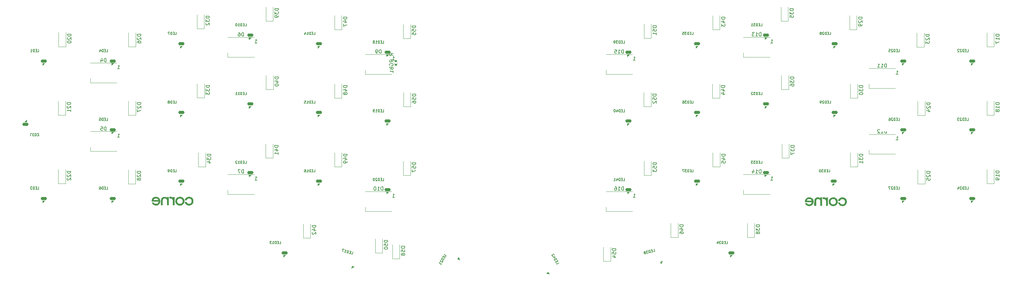
<source format=gbo>
%TF.GenerationSoftware,KiCad,Pcbnew,(5.99.0-10089-gf88d39b4f0)*%
%TF.CreationDate,2021-04-04T21:12:01+03:00*%
%TF.ProjectId,corne-cherry,636f726e-652d-4636-9865-7272792e6b69,3.0.1*%
%TF.SameCoordinates,Original*%
%TF.FileFunction,Legend,Bot*%
%TF.FilePolarity,Positive*%
%FSLAX46Y46*%
G04 Gerber Fmt 4.6, Leading zero omitted, Abs format (unit mm)*
G04 Created by KiCad (PCBNEW (5.99.0-10089-gf88d39b4f0)) date 2021-04-04 21:12:01*
%MOMM*%
%LPD*%
G01*
G04 APERTURE LIST*
G04 Aperture macros list*
%AMRoundRect*
0 Rectangle with rounded corners*
0 $1 Rounding radius*
0 $2 $3 $4 $5 $6 $7 $8 $9 X,Y pos of 4 corners*
0 Add a 4 corners polygon primitive as box body*
4,1,4,$2,$3,$4,$5,$6,$7,$8,$9,$2,$3,0*
0 Add four circle primitives for the rounded corners*
1,1,$1+$1,$2,$3*
1,1,$1+$1,$4,$5*
1,1,$1+$1,$6,$7*
1,1,$1+$1,$8,$9*
0 Add four rect primitives between the rounded corners*
20,1,$1+$1,$2,$3,$4,$5,0*
20,1,$1+$1,$4,$5,$6,$7,0*
20,1,$1+$1,$6,$7,$8,$9,0*
20,1,$1+$1,$8,$9,$2,$3,0*%
%AMRotRect*
0 Rectangle, with rotation*
0 The origin of the aperture is its center*
0 $1 length*
0 $2 width*
0 $3 Rotation angle, in degrees counterclockwise*
0 Add horizontal line*
21,1,$1,$2,0,0,$3*%
G04 Aperture macros list end*
%ADD10C,0.150000*%
%ADD11C,0.120000*%
%ADD12C,0.010000*%
%ADD13C,0.100000*%
%ADD14C,4.300000*%
%ADD15C,2.200000*%
%ADD16C,0.300000*%
%ADD17C,1.750000*%
%ADD18C,3.987800*%
%ADD19C,2.250000*%
%ADD20C,0.800000*%
%ADD21O,2.000000X1.600000*%
%ADD22C,2.000000*%
%ADD23RoundRect,0.135000X-0.185000X0.135000X-0.185000X-0.135000X0.185000X-0.135000X0.185000X0.135000X0*%
%ADD24C,0.650000*%
%ADD25O,1.000000X1.600000*%
%ADD26O,1.000000X2.100000*%
%ADD27C,1.700000*%
%ADD28R,1.700000X1.700000*%
%ADD29R,1.200000X0.900000*%
%ADD30R,1.700000X0.820000*%
%ADD31RoundRect,0.205000X-0.645000X-0.205000X0.645000X-0.205000X0.645000X0.205000X-0.645000X0.205000X0*%
%ADD32R,1.500000X1.000000*%
%ADD33RoundRect,0.205000X0.645000X0.205000X-0.645000X0.205000X-0.645000X-0.205000X0.645000X-0.205000X0*%
%ADD34RotRect,1.700000X0.820000X345.000000*%
%ADD35RoundRect,0.205000X-0.676080X-0.031077X0.569964X-0.364953X0.676080X0.031077X-0.569964X0.364953X0*%
%ADD36RotRect,1.700000X0.820000X60.000000*%
%ADD37RoundRect,0.205000X-0.144965X-0.661086X0.500035X0.456086X0.144965X0.661086X-0.500035X-0.456086X0*%
%ADD38RotRect,1.700000X0.820000X300.000000*%
%ADD39RoundRect,0.205000X-0.500035X0.456086X0.144965X-0.661086X0.500035X-0.456086X-0.144965X0.661086X0*%
%ADD40RotRect,1.700000X0.820000X15.000000*%
%ADD41RoundRect,0.205000X-0.569964X-0.364953X0.676080X-0.031077X0.569964X0.364953X-0.676080X0.031077X0*%
G04 APERTURE END LIST*
D10*
X119164880Y-40507380D02*
X118688690Y-40174047D01*
X119164880Y-39935952D02*
X118164880Y-39935952D01*
X118164880Y-40316904D01*
X118212500Y-40412142D01*
X118260119Y-40459761D01*
X118355357Y-40507380D01*
X118498214Y-40507380D01*
X118593452Y-40459761D01*
X118641071Y-40412142D01*
X118688690Y-40316904D01*
X118688690Y-39935952D01*
X119260119Y-40697857D02*
X119260119Y-41459761D01*
X119164880Y-42269285D02*
X118688690Y-41935952D01*
X119164880Y-41697857D02*
X118164880Y-41697857D01*
X118164880Y-42078809D01*
X118212500Y-42174047D01*
X118260119Y-42221666D01*
X118355357Y-42269285D01*
X118498214Y-42269285D01*
X118593452Y-42221666D01*
X118641071Y-42174047D01*
X118688690Y-42078809D01*
X118688690Y-41697857D01*
X118212500Y-43221666D02*
X118164880Y-43126428D01*
X118164880Y-42983571D01*
X118212500Y-42840714D01*
X118307738Y-42745476D01*
X118402976Y-42697857D01*
X118593452Y-42650238D01*
X118736309Y-42650238D01*
X118926785Y-42697857D01*
X119022023Y-42745476D01*
X119117261Y-42840714D01*
X119164880Y-42983571D01*
X119164880Y-43078809D01*
X119117261Y-43221666D01*
X119069642Y-43269285D01*
X118736309Y-43269285D01*
X118736309Y-43078809D01*
X118641071Y-44031190D02*
X118688690Y-44174047D01*
X118736309Y-44221666D01*
X118831547Y-44269285D01*
X118974404Y-44269285D01*
X119069642Y-44221666D01*
X119117261Y-44174047D01*
X119164880Y-44078809D01*
X119164880Y-43697857D01*
X118164880Y-43697857D01*
X118164880Y-44031190D01*
X118212500Y-44126428D01*
X118260119Y-44174047D01*
X118355357Y-44221666D01*
X118450595Y-44221666D01*
X118545833Y-44174047D01*
X118593452Y-44126428D01*
X118641071Y-44031190D01*
X118641071Y-43697857D01*
X119164880Y-45221666D02*
X119164880Y-44650238D01*
X119164880Y-44935952D02*
X118164880Y-44935952D01*
X118307738Y-44840714D01*
X118402976Y-44745476D01*
X118450595Y-44650238D01*
X49439880Y-34565714D02*
X48439880Y-34565714D01*
X48439880Y-34803809D01*
X48487500Y-34946666D01*
X48582738Y-35041904D01*
X48677976Y-35089523D01*
X48868452Y-35137142D01*
X49011309Y-35137142D01*
X49201785Y-35089523D01*
X49297023Y-35041904D01*
X49392261Y-34946666D01*
X49439880Y-34803809D01*
X49439880Y-34565714D01*
X48535119Y-35518095D02*
X48487500Y-35565714D01*
X48439880Y-35660952D01*
X48439880Y-35899047D01*
X48487500Y-35994285D01*
X48535119Y-36041904D01*
X48630357Y-36089523D01*
X48725595Y-36089523D01*
X48868452Y-36041904D01*
X49439880Y-35470476D01*
X49439880Y-36089523D01*
X48439880Y-36946666D02*
X48439880Y-36756190D01*
X48487500Y-36660952D01*
X48535119Y-36613333D01*
X48677976Y-36518095D01*
X48868452Y-36470476D01*
X49249404Y-36470476D01*
X49344642Y-36518095D01*
X49392261Y-36565714D01*
X49439880Y-36660952D01*
X49439880Y-36851428D01*
X49392261Y-36946666D01*
X49344642Y-36994285D01*
X49249404Y-37041904D01*
X49011309Y-37041904D01*
X48916071Y-36994285D01*
X48868452Y-36946666D01*
X48820833Y-36851428D01*
X48820833Y-36660952D01*
X48868452Y-36565714D01*
X48916071Y-36518095D01*
X49011309Y-36470476D01*
X229899880Y-46455714D02*
X228899880Y-46455714D01*
X228899880Y-46693809D01*
X228947500Y-46836666D01*
X229042738Y-46931904D01*
X229137976Y-46979523D01*
X229328452Y-47027142D01*
X229471309Y-47027142D01*
X229661785Y-46979523D01*
X229757023Y-46931904D01*
X229852261Y-46836666D01*
X229899880Y-46693809D01*
X229899880Y-46455714D01*
X228899880Y-47360476D02*
X228899880Y-47979523D01*
X229280833Y-47646190D01*
X229280833Y-47789047D01*
X229328452Y-47884285D01*
X229376071Y-47931904D01*
X229471309Y-47979523D01*
X229709404Y-47979523D01*
X229804642Y-47931904D01*
X229852261Y-47884285D01*
X229899880Y-47789047D01*
X229899880Y-47503333D01*
X229852261Y-47408095D01*
X229804642Y-47360476D01*
X228899880Y-48836666D02*
X228899880Y-48646190D01*
X228947500Y-48550952D01*
X228995119Y-48503333D01*
X229137976Y-48408095D01*
X229328452Y-48360476D01*
X229709404Y-48360476D01*
X229804642Y-48408095D01*
X229852261Y-48455714D01*
X229899880Y-48550952D01*
X229899880Y-48741428D01*
X229852261Y-48836666D01*
X229804642Y-48884285D01*
X229709404Y-48931904D01*
X229471309Y-48931904D01*
X229376071Y-48884285D01*
X229328452Y-48836666D01*
X229280833Y-48741428D01*
X229280833Y-48550952D01*
X229328452Y-48455714D01*
X229376071Y-48408095D01*
X229471309Y-48360476D01*
X78224166Y-70409166D02*
X78557500Y-70409166D01*
X78557500Y-69709166D01*
X77990833Y-70042500D02*
X77757500Y-70042500D01*
X77657500Y-70409166D02*
X77990833Y-70409166D01*
X77990833Y-69709166D01*
X77657500Y-69709166D01*
X77357500Y-70409166D02*
X77357500Y-69709166D01*
X77190833Y-69709166D01*
X77090833Y-69742500D01*
X77024166Y-69809166D01*
X76990833Y-69875833D01*
X76957500Y-70009166D01*
X76957500Y-70109166D01*
X76990833Y-70242500D01*
X77024166Y-70309166D01*
X77090833Y-70375833D01*
X77190833Y-70409166D01*
X77357500Y-70409166D01*
X76290833Y-70409166D02*
X76690833Y-70409166D01*
X76490833Y-70409166D02*
X76490833Y-69709166D01*
X76557500Y-69809166D01*
X76624166Y-69875833D01*
X76690833Y-69909166D01*
X76024166Y-69775833D02*
X75990833Y-69742500D01*
X75924166Y-69709166D01*
X75757500Y-69709166D01*
X75690833Y-69742500D01*
X75657500Y-69775833D01*
X75624166Y-69842500D01*
X75624166Y-69909166D01*
X75657500Y-70009166D01*
X76057500Y-70409166D01*
X75624166Y-70409166D01*
X199309880Y-87415714D02*
X198309880Y-87415714D01*
X198309880Y-87653809D01*
X198357500Y-87796666D01*
X198452738Y-87891904D01*
X198547976Y-87939523D01*
X198738452Y-87987142D01*
X198881309Y-87987142D01*
X199071785Y-87939523D01*
X199167023Y-87891904D01*
X199262261Y-87796666D01*
X199309880Y-87653809D01*
X199309880Y-87415714D01*
X198643214Y-88844285D02*
X199309880Y-88844285D01*
X198262261Y-88606190D02*
X198976547Y-88368095D01*
X198976547Y-88987142D01*
X198309880Y-89796666D02*
X198309880Y-89606190D01*
X198357500Y-89510952D01*
X198405119Y-89463333D01*
X198547976Y-89368095D01*
X198738452Y-89320476D01*
X199119404Y-89320476D01*
X199214642Y-89368095D01*
X199262261Y-89415714D01*
X199309880Y-89510952D01*
X199309880Y-89701428D01*
X199262261Y-89796666D01*
X199214642Y-89844285D01*
X199119404Y-89891904D01*
X198881309Y-89891904D01*
X198786071Y-89844285D01*
X198738452Y-89796666D01*
X198690833Y-89701428D01*
X198690833Y-89510952D01*
X198738452Y-89415714D01*
X198786071Y-89368095D01*
X198881309Y-89320476D01*
X255471785Y-62002380D02*
X255471785Y-61002380D01*
X255233690Y-61002380D01*
X255090833Y-61050000D01*
X254995595Y-61145238D01*
X254947976Y-61240476D01*
X254900357Y-61430952D01*
X254900357Y-61573809D01*
X254947976Y-61764285D01*
X254995595Y-61859523D01*
X255090833Y-61954761D01*
X255233690Y-62002380D01*
X255471785Y-62002380D01*
X253947976Y-62002380D02*
X254519404Y-62002380D01*
X254233690Y-62002380D02*
X254233690Y-61002380D01*
X254328928Y-61145238D01*
X254424166Y-61240476D01*
X254519404Y-61288095D01*
X253567023Y-61097619D02*
X253519404Y-61050000D01*
X253424166Y-61002380D01*
X253186071Y-61002380D01*
X253090833Y-61050000D01*
X253043214Y-61097619D01*
X252995595Y-61192857D01*
X252995595Y-61288095D01*
X253043214Y-61430952D01*
X253614642Y-62002380D01*
X252995595Y-62002380D01*
X258121785Y-63902380D02*
X258693214Y-63902380D01*
X258407500Y-63902380D02*
X258407500Y-62902380D01*
X258502738Y-63045238D01*
X258597976Y-63140476D01*
X258693214Y-63188095D01*
X117659880Y-91695714D02*
X116659880Y-91695714D01*
X116659880Y-91933809D01*
X116707500Y-92076666D01*
X116802738Y-92171904D01*
X116897976Y-92219523D01*
X117088452Y-92267142D01*
X117231309Y-92267142D01*
X117421785Y-92219523D01*
X117517023Y-92171904D01*
X117612261Y-92076666D01*
X117659880Y-91933809D01*
X117659880Y-91695714D01*
X116659880Y-93171904D02*
X116659880Y-92695714D01*
X117136071Y-92648095D01*
X117088452Y-92695714D01*
X117040833Y-92790952D01*
X117040833Y-93029047D01*
X117088452Y-93124285D01*
X117136071Y-93171904D01*
X117231309Y-93219523D01*
X117469404Y-93219523D01*
X117564642Y-93171904D01*
X117612261Y-93124285D01*
X117659880Y-93029047D01*
X117659880Y-92790952D01*
X117612261Y-92695714D01*
X117564642Y-92648095D01*
X116659880Y-93838571D02*
X116659880Y-93933809D01*
X116707500Y-94029047D01*
X116755119Y-94076666D01*
X116850357Y-94124285D01*
X117040833Y-94171904D01*
X117278928Y-94171904D01*
X117469404Y-94124285D01*
X117564642Y-94076666D01*
X117612261Y-94029047D01*
X117659880Y-93933809D01*
X117659880Y-93838571D01*
X117612261Y-93743333D01*
X117564642Y-93695714D01*
X117469404Y-93648095D01*
X117278928Y-93600476D01*
X117040833Y-93600476D01*
X116850357Y-93648095D01*
X116755119Y-93695714D01*
X116707500Y-93743333D01*
X116659880Y-93838571D01*
X125399880Y-70195714D02*
X124399880Y-70195714D01*
X124399880Y-70433809D01*
X124447500Y-70576666D01*
X124542738Y-70671904D01*
X124637976Y-70719523D01*
X124828452Y-70767142D01*
X124971309Y-70767142D01*
X125161785Y-70719523D01*
X125257023Y-70671904D01*
X125352261Y-70576666D01*
X125399880Y-70433809D01*
X125399880Y-70195714D01*
X124399880Y-71671904D02*
X124399880Y-71195714D01*
X124876071Y-71148095D01*
X124828452Y-71195714D01*
X124780833Y-71290952D01*
X124780833Y-71529047D01*
X124828452Y-71624285D01*
X124876071Y-71671904D01*
X124971309Y-71719523D01*
X125209404Y-71719523D01*
X125304642Y-71671904D01*
X125352261Y-71624285D01*
X125399880Y-71529047D01*
X125399880Y-71290952D01*
X125352261Y-71195714D01*
X125304642Y-71148095D01*
X124399880Y-72052857D02*
X124399880Y-72719523D01*
X125399880Y-72290952D01*
X277724166Y-77552916D02*
X278057500Y-77552916D01*
X278057500Y-76852916D01*
X277490833Y-77186250D02*
X277257500Y-77186250D01*
X277157500Y-77552916D02*
X277490833Y-77552916D01*
X277490833Y-76852916D01*
X277157500Y-76852916D01*
X276857500Y-77552916D02*
X276857500Y-76852916D01*
X276690833Y-76852916D01*
X276590833Y-76886250D01*
X276524166Y-76952916D01*
X276490833Y-77019583D01*
X276457500Y-77152916D01*
X276457500Y-77252916D01*
X276490833Y-77386250D01*
X276524166Y-77452916D01*
X276590833Y-77519583D01*
X276690833Y-77552916D01*
X276857500Y-77552916D01*
X276190833Y-76919583D02*
X276157500Y-76886250D01*
X276090833Y-76852916D01*
X275924166Y-76852916D01*
X275857500Y-76886250D01*
X275824166Y-76919583D01*
X275790833Y-76986250D01*
X275790833Y-77052916D01*
X275824166Y-77152916D01*
X276224166Y-77552916D01*
X275790833Y-77552916D01*
X275190833Y-77086250D02*
X275190833Y-77552916D01*
X275357500Y-76819583D02*
X275524166Y-77319583D01*
X275090833Y-77319583D01*
X97779880Y-87555714D02*
X96779880Y-87555714D01*
X96779880Y-87793809D01*
X96827500Y-87936666D01*
X96922738Y-88031904D01*
X97017976Y-88079523D01*
X97208452Y-88127142D01*
X97351309Y-88127142D01*
X97541785Y-88079523D01*
X97637023Y-88031904D01*
X97732261Y-87936666D01*
X97779880Y-87793809D01*
X97779880Y-87555714D01*
X97113214Y-88984285D02*
X97779880Y-88984285D01*
X96732261Y-88746190D02*
X97446547Y-88508095D01*
X97446547Y-89127142D01*
X96875119Y-89460476D02*
X96827500Y-89508095D01*
X96779880Y-89603333D01*
X96779880Y-89841428D01*
X96827500Y-89936666D01*
X96875119Y-89984285D01*
X96970357Y-90031904D01*
X97065595Y-90031904D01*
X97208452Y-89984285D01*
X97779880Y-89412857D01*
X97779880Y-90031904D01*
X39890833Y-77552916D02*
X40224166Y-77552916D01*
X40224166Y-76852916D01*
X39657500Y-77186250D02*
X39424166Y-77186250D01*
X39324166Y-77552916D02*
X39657500Y-77552916D01*
X39657500Y-76852916D01*
X39324166Y-76852916D01*
X39024166Y-77552916D02*
X39024166Y-76852916D01*
X38857500Y-76852916D01*
X38757500Y-76886250D01*
X38690833Y-76952916D01*
X38657500Y-77019583D01*
X38624166Y-77152916D01*
X38624166Y-77252916D01*
X38657500Y-77386250D01*
X38690833Y-77452916D01*
X38757500Y-77519583D01*
X38857500Y-77552916D01*
X39024166Y-77552916D01*
X38024166Y-76852916D02*
X38157500Y-76852916D01*
X38224166Y-76886250D01*
X38257500Y-76919583D01*
X38324166Y-77019583D01*
X38357500Y-77152916D01*
X38357500Y-77419583D01*
X38324166Y-77486250D01*
X38290833Y-77519583D01*
X38224166Y-77552916D01*
X38090833Y-77552916D01*
X38024166Y-77519583D01*
X37990833Y-77486250D01*
X37957500Y-77419583D01*
X37957500Y-77252916D01*
X37990833Y-77186250D01*
X38024166Y-77152916D01*
X38090833Y-77119583D01*
X38224166Y-77119583D01*
X38290833Y-77152916D01*
X38324166Y-77186250D01*
X38357500Y-77252916D01*
X220724166Y-51359166D02*
X221057500Y-51359166D01*
X221057500Y-50659166D01*
X220490833Y-50992500D02*
X220257500Y-50992500D01*
X220157500Y-51359166D02*
X220490833Y-51359166D01*
X220490833Y-50659166D01*
X220157500Y-50659166D01*
X219857500Y-51359166D02*
X219857500Y-50659166D01*
X219690833Y-50659166D01*
X219590833Y-50692500D01*
X219524166Y-50759166D01*
X219490833Y-50825833D01*
X219457500Y-50959166D01*
X219457500Y-51059166D01*
X219490833Y-51192500D01*
X219524166Y-51259166D01*
X219590833Y-51325833D01*
X219690833Y-51359166D01*
X219857500Y-51359166D01*
X219224166Y-50659166D02*
X218790833Y-50659166D01*
X219024166Y-50925833D01*
X218924166Y-50925833D01*
X218857500Y-50959166D01*
X218824166Y-50992500D01*
X218790833Y-51059166D01*
X218790833Y-51225833D01*
X218824166Y-51292500D01*
X218857500Y-51325833D01*
X218924166Y-51359166D01*
X219124166Y-51359166D01*
X219190833Y-51325833D01*
X219224166Y-51292500D01*
X218524166Y-50725833D02*
X218490833Y-50692500D01*
X218424166Y-50659166D01*
X218257500Y-50659166D01*
X218190833Y-50692500D01*
X218157500Y-50725833D01*
X218124166Y-50792500D01*
X218124166Y-50859166D01*
X218157500Y-50959166D01*
X218557500Y-51359166D01*
X218124166Y-51359166D01*
X255471785Y-43742380D02*
X255471785Y-42742380D01*
X255233690Y-42742380D01*
X255090833Y-42790000D01*
X254995595Y-42885238D01*
X254947976Y-42980476D01*
X254900357Y-43170952D01*
X254900357Y-43313809D01*
X254947976Y-43504285D01*
X254995595Y-43599523D01*
X255090833Y-43694761D01*
X255233690Y-43742380D01*
X255471785Y-43742380D01*
X253947976Y-43742380D02*
X254519404Y-43742380D01*
X254233690Y-43742380D02*
X254233690Y-42742380D01*
X254328928Y-42885238D01*
X254424166Y-42980476D01*
X254519404Y-43028095D01*
X252995595Y-43742380D02*
X253567023Y-43742380D01*
X253281309Y-43742380D02*
X253281309Y-42742380D01*
X253376547Y-42885238D01*
X253471785Y-42980476D01*
X253567023Y-43028095D01*
X258121785Y-45642380D02*
X258693214Y-45642380D01*
X258407500Y-45642380D02*
X258407500Y-44642380D01*
X258502738Y-44785238D01*
X258597976Y-44880476D01*
X258693214Y-44928095D01*
X210869880Y-29865714D02*
X209869880Y-29865714D01*
X209869880Y-30103809D01*
X209917500Y-30246666D01*
X210012738Y-30341904D01*
X210107976Y-30389523D01*
X210298452Y-30437142D01*
X210441309Y-30437142D01*
X210631785Y-30389523D01*
X210727023Y-30341904D01*
X210822261Y-30246666D01*
X210869880Y-30103809D01*
X210869880Y-29865714D01*
X210203214Y-31294285D02*
X210869880Y-31294285D01*
X209822261Y-31056190D02*
X210536547Y-30818095D01*
X210536547Y-31437142D01*
X209869880Y-31722857D02*
X209869880Y-32341904D01*
X210250833Y-32008571D01*
X210250833Y-32151428D01*
X210298452Y-32246666D01*
X210346071Y-32294285D01*
X210441309Y-32341904D01*
X210679404Y-32341904D01*
X210774642Y-32294285D01*
X210822261Y-32246666D01*
X210869880Y-32151428D01*
X210869880Y-31865714D01*
X210822261Y-31770476D01*
X210774642Y-31722857D01*
X267559880Y-53585714D02*
X266559880Y-53585714D01*
X266559880Y-53823809D01*
X266607500Y-53966666D01*
X266702738Y-54061904D01*
X266797976Y-54109523D01*
X266988452Y-54157142D01*
X267131309Y-54157142D01*
X267321785Y-54109523D01*
X267417023Y-54061904D01*
X267512261Y-53966666D01*
X267559880Y-53823809D01*
X267559880Y-53585714D01*
X266655119Y-54538095D02*
X266607500Y-54585714D01*
X266559880Y-54680952D01*
X266559880Y-54919047D01*
X266607500Y-55014285D01*
X266655119Y-55061904D01*
X266750357Y-55109523D01*
X266845595Y-55109523D01*
X266988452Y-55061904D01*
X267559880Y-54490476D01*
X267559880Y-55109523D01*
X266893214Y-55966666D02*
X267559880Y-55966666D01*
X266512261Y-55728571D02*
X267226547Y-55490476D01*
X267226547Y-56109523D01*
X87724166Y-92634166D02*
X88057500Y-92634166D01*
X88057500Y-91934166D01*
X87490833Y-92267500D02*
X87257500Y-92267500D01*
X87157500Y-92634166D02*
X87490833Y-92634166D01*
X87490833Y-91934166D01*
X87157500Y-91934166D01*
X86857500Y-92634166D02*
X86857500Y-91934166D01*
X86690833Y-91934166D01*
X86590833Y-91967500D01*
X86524166Y-92034166D01*
X86490833Y-92100833D01*
X86457500Y-92234166D01*
X86457500Y-92334166D01*
X86490833Y-92467500D01*
X86524166Y-92534166D01*
X86590833Y-92600833D01*
X86690833Y-92634166D01*
X86857500Y-92634166D01*
X85790833Y-92634166D02*
X86190833Y-92634166D01*
X85990833Y-92634166D02*
X85990833Y-91934166D01*
X86057500Y-92034166D01*
X86124166Y-92100833D01*
X86190833Y-92134166D01*
X85557500Y-91934166D02*
X85124166Y-91934166D01*
X85357500Y-92200833D01*
X85257500Y-92200833D01*
X85190833Y-92234166D01*
X85157500Y-92267500D01*
X85124166Y-92334166D01*
X85124166Y-92500833D01*
X85157500Y-92567500D01*
X85190833Y-92600833D01*
X85257500Y-92634166D01*
X85457500Y-92634166D01*
X85524166Y-92600833D01*
X85557500Y-92567500D01*
X239724166Y-34690416D02*
X240057500Y-34690416D01*
X240057500Y-33990416D01*
X239490833Y-34323750D02*
X239257500Y-34323750D01*
X239157500Y-34690416D02*
X239490833Y-34690416D01*
X239490833Y-33990416D01*
X239157500Y-33990416D01*
X238857500Y-34690416D02*
X238857500Y-33990416D01*
X238690833Y-33990416D01*
X238590833Y-34023750D01*
X238524166Y-34090416D01*
X238490833Y-34157083D01*
X238457500Y-34290416D01*
X238457500Y-34390416D01*
X238490833Y-34523750D01*
X238524166Y-34590416D01*
X238590833Y-34657083D01*
X238690833Y-34690416D01*
X238857500Y-34690416D01*
X238190833Y-34057083D02*
X238157500Y-34023750D01*
X238090833Y-33990416D01*
X237924166Y-33990416D01*
X237857500Y-34023750D01*
X237824166Y-34057083D01*
X237790833Y-34123750D01*
X237790833Y-34190416D01*
X237824166Y-34290416D01*
X238224166Y-34690416D01*
X237790833Y-34690416D01*
X237390833Y-34290416D02*
X237457500Y-34257083D01*
X237490833Y-34223750D01*
X237524166Y-34157083D01*
X237524166Y-34123750D01*
X237490833Y-34057083D01*
X237457500Y-34023750D01*
X237390833Y-33990416D01*
X237257500Y-33990416D01*
X237190833Y-34023750D01*
X237157500Y-34057083D01*
X237124166Y-34123750D01*
X237124166Y-34157083D01*
X237157500Y-34223750D01*
X237190833Y-34257083D01*
X237257500Y-34290416D01*
X237390833Y-34290416D01*
X237457500Y-34323750D01*
X237490833Y-34357083D01*
X237524166Y-34423750D01*
X237524166Y-34557083D01*
X237490833Y-34623750D01*
X237457500Y-34657083D01*
X237390833Y-34690416D01*
X237257500Y-34690416D01*
X237190833Y-34657083D01*
X237157500Y-34623750D01*
X237124166Y-34557083D01*
X237124166Y-34423750D01*
X237157500Y-34357083D01*
X237190833Y-34323750D01*
X237257500Y-34290416D01*
X182724166Y-75171666D02*
X183057500Y-75171666D01*
X183057500Y-74471666D01*
X182490833Y-74805000D02*
X182257500Y-74805000D01*
X182157500Y-75171666D02*
X182490833Y-75171666D01*
X182490833Y-74471666D01*
X182157500Y-74471666D01*
X181857500Y-75171666D02*
X181857500Y-74471666D01*
X181690833Y-74471666D01*
X181590833Y-74505000D01*
X181524166Y-74571666D01*
X181490833Y-74638333D01*
X181457500Y-74771666D01*
X181457500Y-74871666D01*
X181490833Y-75005000D01*
X181524166Y-75071666D01*
X181590833Y-75138333D01*
X181690833Y-75171666D01*
X181857500Y-75171666D01*
X180857500Y-74705000D02*
X180857500Y-75171666D01*
X181024166Y-74438333D02*
X181190833Y-74938333D01*
X180757500Y-74938333D01*
X180124166Y-75171666D02*
X180524166Y-75171666D01*
X180324166Y-75171666D02*
X180324166Y-74471666D01*
X180390833Y-74571666D01*
X180457500Y-74638333D01*
X180524166Y-74671666D01*
X87389880Y-65425714D02*
X86389880Y-65425714D01*
X86389880Y-65663809D01*
X86437500Y-65806666D01*
X86532738Y-65901904D01*
X86627976Y-65949523D01*
X86818452Y-65997142D01*
X86961309Y-65997142D01*
X87151785Y-65949523D01*
X87247023Y-65901904D01*
X87342261Y-65806666D01*
X87389880Y-65663809D01*
X87389880Y-65425714D01*
X86723214Y-66854285D02*
X87389880Y-66854285D01*
X86342261Y-66616190D02*
X87056547Y-66378095D01*
X87056547Y-66997142D01*
X87389880Y-67901904D02*
X87389880Y-67330476D01*
X87389880Y-67616190D02*
X86389880Y-67616190D01*
X86532738Y-67520952D01*
X86627976Y-67425714D01*
X86675595Y-67330476D01*
X106409880Y-67815714D02*
X105409880Y-67815714D01*
X105409880Y-68053809D01*
X105457500Y-68196666D01*
X105552738Y-68291904D01*
X105647976Y-68339523D01*
X105838452Y-68387142D01*
X105981309Y-68387142D01*
X106171785Y-68339523D01*
X106267023Y-68291904D01*
X106362261Y-68196666D01*
X106409880Y-68053809D01*
X106409880Y-67815714D01*
X105743214Y-69244285D02*
X106409880Y-69244285D01*
X105362261Y-69006190D02*
X106076547Y-68768095D01*
X106076547Y-69387142D01*
X106409880Y-69815714D02*
X106409880Y-70006190D01*
X106362261Y-70101428D01*
X106314642Y-70149047D01*
X106171785Y-70244285D01*
X105981309Y-70291904D01*
X105600357Y-70291904D01*
X105505119Y-70244285D01*
X105457500Y-70196666D01*
X105409880Y-70101428D01*
X105409880Y-69910952D01*
X105457500Y-69815714D01*
X105505119Y-69768095D01*
X105600357Y-69720476D01*
X105838452Y-69720476D01*
X105933690Y-69768095D01*
X105981309Y-69815714D01*
X106028928Y-69910952D01*
X106028928Y-70101428D01*
X105981309Y-70196666D01*
X105933690Y-70244285D01*
X105838452Y-70291904D01*
X30059880Y-53555714D02*
X29059880Y-53555714D01*
X29059880Y-53793809D01*
X29107500Y-53936666D01*
X29202738Y-54031904D01*
X29297976Y-54079523D01*
X29488452Y-54127142D01*
X29631309Y-54127142D01*
X29821785Y-54079523D01*
X29917023Y-54031904D01*
X30012261Y-53936666D01*
X30059880Y-53793809D01*
X30059880Y-53555714D01*
X29155119Y-54508095D02*
X29107500Y-54555714D01*
X29059880Y-54650952D01*
X29059880Y-54889047D01*
X29107500Y-54984285D01*
X29155119Y-55031904D01*
X29250357Y-55079523D01*
X29345595Y-55079523D01*
X29488452Y-55031904D01*
X30059880Y-54460476D01*
X30059880Y-55079523D01*
X30059880Y-56031904D02*
X30059880Y-55460476D01*
X30059880Y-55746190D02*
X29059880Y-55746190D01*
X29202738Y-55650952D01*
X29297976Y-55555714D01*
X29345595Y-55460476D01*
X239505416Y-72790416D02*
X239838750Y-72790416D01*
X239838750Y-72090416D01*
X239272083Y-72423750D02*
X239038750Y-72423750D01*
X238938750Y-72790416D02*
X239272083Y-72790416D01*
X239272083Y-72090416D01*
X238938750Y-72090416D01*
X238638750Y-72790416D02*
X238638750Y-72090416D01*
X238472083Y-72090416D01*
X238372083Y-72123750D01*
X238305416Y-72190416D01*
X238272083Y-72257083D01*
X238238750Y-72390416D01*
X238238750Y-72490416D01*
X238272083Y-72623750D01*
X238305416Y-72690416D01*
X238372083Y-72757083D01*
X238472083Y-72790416D01*
X238638750Y-72790416D01*
X238005416Y-72090416D02*
X237572083Y-72090416D01*
X237805416Y-72357083D01*
X237705416Y-72357083D01*
X237638750Y-72390416D01*
X237605416Y-72423750D01*
X237572083Y-72490416D01*
X237572083Y-72657083D01*
X237605416Y-72723750D01*
X237638750Y-72757083D01*
X237705416Y-72790416D01*
X237905416Y-72790416D01*
X237972083Y-72757083D01*
X238005416Y-72723750D01*
X237138750Y-72090416D02*
X237072083Y-72090416D01*
X237005416Y-72123750D01*
X236972083Y-72157083D01*
X236938750Y-72223750D01*
X236905416Y-72357083D01*
X236905416Y-72523750D01*
X236938750Y-72657083D01*
X236972083Y-72723750D01*
X237005416Y-72757083D01*
X237072083Y-72790416D01*
X237138750Y-72790416D01*
X237205416Y-72757083D01*
X237238750Y-72723750D01*
X237272083Y-72657083D01*
X237305416Y-72523750D01*
X237305416Y-72357083D01*
X237272083Y-72223750D01*
X237238750Y-72157083D01*
X237205416Y-72123750D01*
X237138750Y-72090416D01*
X191879880Y-51205714D02*
X190879880Y-51205714D01*
X190879880Y-51443809D01*
X190927500Y-51586666D01*
X191022738Y-51681904D01*
X191117976Y-51729523D01*
X191308452Y-51777142D01*
X191451309Y-51777142D01*
X191641785Y-51729523D01*
X191737023Y-51681904D01*
X191832261Y-51586666D01*
X191879880Y-51443809D01*
X191879880Y-51205714D01*
X190879880Y-52681904D02*
X190879880Y-52205714D01*
X191356071Y-52158095D01*
X191308452Y-52205714D01*
X191260833Y-52300952D01*
X191260833Y-52539047D01*
X191308452Y-52634285D01*
X191356071Y-52681904D01*
X191451309Y-52729523D01*
X191689404Y-52729523D01*
X191784642Y-52681904D01*
X191832261Y-52634285D01*
X191879880Y-52539047D01*
X191879880Y-52300952D01*
X191832261Y-52205714D01*
X191784642Y-52158095D01*
X190975119Y-53110476D02*
X190927500Y-53158095D01*
X190879880Y-53253333D01*
X190879880Y-53491428D01*
X190927500Y-53586666D01*
X190975119Y-53634285D01*
X191070357Y-53681904D01*
X191165595Y-53681904D01*
X191308452Y-53634285D01*
X191879880Y-53062857D01*
X191879880Y-53681904D01*
X201714166Y-34690416D02*
X202047500Y-34690416D01*
X202047500Y-33990416D01*
X201480833Y-34323750D02*
X201247500Y-34323750D01*
X201147500Y-34690416D02*
X201480833Y-34690416D01*
X201480833Y-33990416D01*
X201147500Y-33990416D01*
X200847500Y-34690416D02*
X200847500Y-33990416D01*
X200680833Y-33990416D01*
X200580833Y-34023750D01*
X200514166Y-34090416D01*
X200480833Y-34157083D01*
X200447500Y-34290416D01*
X200447500Y-34390416D01*
X200480833Y-34523750D01*
X200514166Y-34590416D01*
X200580833Y-34657083D01*
X200680833Y-34690416D01*
X200847500Y-34690416D01*
X200214166Y-33990416D02*
X199780833Y-33990416D01*
X200014166Y-34257083D01*
X199914166Y-34257083D01*
X199847500Y-34290416D01*
X199814166Y-34323750D01*
X199780833Y-34390416D01*
X199780833Y-34557083D01*
X199814166Y-34623750D01*
X199847500Y-34657083D01*
X199914166Y-34690416D01*
X200114166Y-34690416D01*
X200180833Y-34657083D01*
X200214166Y-34623750D01*
X199147500Y-33990416D02*
X199480833Y-33990416D01*
X199514166Y-34323750D01*
X199480833Y-34290416D01*
X199414166Y-34257083D01*
X199247500Y-34257083D01*
X199180833Y-34290416D01*
X199147500Y-34323750D01*
X199114166Y-34390416D01*
X199114166Y-34557083D01*
X199147500Y-34623750D01*
X199180833Y-34657083D01*
X199247500Y-34690416D01*
X199414166Y-34690416D01*
X199480833Y-34657083D01*
X199514166Y-34623750D01*
X182724166Y-56121666D02*
X183057500Y-56121666D01*
X183057500Y-55421666D01*
X182490833Y-55755000D02*
X182257500Y-55755000D01*
X182157500Y-56121666D02*
X182490833Y-56121666D01*
X182490833Y-55421666D01*
X182157500Y-55421666D01*
X181857500Y-56121666D02*
X181857500Y-55421666D01*
X181690833Y-55421666D01*
X181590833Y-55455000D01*
X181524166Y-55521666D01*
X181490833Y-55588333D01*
X181457500Y-55721666D01*
X181457500Y-55821666D01*
X181490833Y-55955000D01*
X181524166Y-56021666D01*
X181590833Y-56088333D01*
X181690833Y-56121666D01*
X181857500Y-56121666D01*
X180857500Y-55655000D02*
X180857500Y-56121666D01*
X181024166Y-55388333D02*
X181190833Y-55888333D01*
X180757500Y-55888333D01*
X180357500Y-55421666D02*
X180290833Y-55421666D01*
X180224166Y-55455000D01*
X180190833Y-55488333D01*
X180157500Y-55555000D01*
X180124166Y-55688333D01*
X180124166Y-55855000D01*
X180157500Y-55988333D01*
X180190833Y-56055000D01*
X180224166Y-56088333D01*
X180290833Y-56121666D01*
X180357500Y-56121666D01*
X180424166Y-56088333D01*
X180457500Y-56055000D01*
X180490833Y-55988333D01*
X180524166Y-55855000D01*
X180524166Y-55688333D01*
X180490833Y-55555000D01*
X180457500Y-55488333D01*
X180424166Y-55455000D01*
X180357500Y-55421666D01*
X19324166Y-62069583D02*
X18990833Y-62069583D01*
X18990833Y-62769583D01*
X19557500Y-62436250D02*
X19790833Y-62436250D01*
X19890833Y-62069583D02*
X19557500Y-62069583D01*
X19557500Y-62769583D01*
X19890833Y-62769583D01*
X20190833Y-62069583D02*
X20190833Y-62769583D01*
X20357500Y-62769583D01*
X20457500Y-62736250D01*
X20524166Y-62669583D01*
X20557500Y-62602916D01*
X20590833Y-62469583D01*
X20590833Y-62369583D01*
X20557500Y-62236250D01*
X20524166Y-62169583D01*
X20457500Y-62102916D01*
X20357500Y-62069583D01*
X20190833Y-62069583D01*
X20857500Y-62702916D02*
X20890833Y-62736250D01*
X20957500Y-62769583D01*
X21124166Y-62769583D01*
X21190833Y-62736250D01*
X21224166Y-62702916D01*
X21257500Y-62636250D01*
X21257500Y-62569583D01*
X21224166Y-62469583D01*
X20824166Y-62069583D01*
X21257500Y-62069583D01*
X97224166Y-72790416D02*
X97557500Y-72790416D01*
X97557500Y-72090416D01*
X96990833Y-72423750D02*
X96757500Y-72423750D01*
X96657500Y-72790416D02*
X96990833Y-72790416D01*
X96990833Y-72090416D01*
X96657500Y-72090416D01*
X96357500Y-72790416D02*
X96357500Y-72090416D01*
X96190833Y-72090416D01*
X96090833Y-72123750D01*
X96024166Y-72190416D01*
X95990833Y-72257083D01*
X95957500Y-72390416D01*
X95957500Y-72490416D01*
X95990833Y-72623750D01*
X96024166Y-72690416D01*
X96090833Y-72757083D01*
X96190833Y-72790416D01*
X96357500Y-72790416D01*
X95290833Y-72790416D02*
X95690833Y-72790416D01*
X95490833Y-72790416D02*
X95490833Y-72090416D01*
X95557500Y-72190416D01*
X95624166Y-72257083D01*
X95690833Y-72290416D01*
X94690833Y-72090416D02*
X94824166Y-72090416D01*
X94890833Y-72123750D01*
X94924166Y-72157083D01*
X94990833Y-72257083D01*
X95024166Y-72390416D01*
X95024166Y-72657083D01*
X94990833Y-72723750D01*
X94957500Y-72757083D01*
X94890833Y-72790416D01*
X94757500Y-72790416D01*
X94690833Y-72757083D01*
X94657500Y-72723750D01*
X94624166Y-72657083D01*
X94624166Y-72490416D01*
X94657500Y-72423750D01*
X94690833Y-72390416D01*
X94757500Y-72357083D01*
X94890833Y-72357083D01*
X94957500Y-72390416D01*
X94990833Y-72423750D01*
X95024166Y-72490416D01*
X116224166Y-37071666D02*
X116557500Y-37071666D01*
X116557500Y-36371666D01*
X115990833Y-36705000D02*
X115757500Y-36705000D01*
X115657500Y-37071666D02*
X115990833Y-37071666D01*
X115990833Y-36371666D01*
X115657500Y-36371666D01*
X115357500Y-37071666D02*
X115357500Y-36371666D01*
X115190833Y-36371666D01*
X115090833Y-36405000D01*
X115024166Y-36471666D01*
X114990833Y-36538333D01*
X114957500Y-36671666D01*
X114957500Y-36771666D01*
X114990833Y-36905000D01*
X115024166Y-36971666D01*
X115090833Y-37038333D01*
X115190833Y-37071666D01*
X115357500Y-37071666D01*
X114290833Y-37071666D02*
X114690833Y-37071666D01*
X114490833Y-37071666D02*
X114490833Y-36371666D01*
X114557500Y-36471666D01*
X114624166Y-36538333D01*
X114690833Y-36571666D01*
X113890833Y-36671666D02*
X113957500Y-36638333D01*
X113990833Y-36605000D01*
X114024166Y-36538333D01*
X114024166Y-36505000D01*
X113990833Y-36438333D01*
X113957500Y-36405000D01*
X113890833Y-36371666D01*
X113757500Y-36371666D01*
X113690833Y-36405000D01*
X113657500Y-36438333D01*
X113624166Y-36505000D01*
X113624166Y-36538333D01*
X113657500Y-36605000D01*
X113690833Y-36638333D01*
X113757500Y-36671666D01*
X113890833Y-36671666D01*
X113957500Y-36705000D01*
X113990833Y-36738333D01*
X114024166Y-36805000D01*
X114024166Y-36938333D01*
X113990833Y-37005000D01*
X113957500Y-37038333D01*
X113890833Y-37071666D01*
X113757500Y-37071666D01*
X113690833Y-37038333D01*
X113657500Y-37005000D01*
X113624166Y-36938333D01*
X113624166Y-36805000D01*
X113657500Y-36738333D01*
X113690833Y-36705000D01*
X113757500Y-36671666D01*
X39845595Y-42232380D02*
X39845595Y-41232380D01*
X39607500Y-41232380D01*
X39464642Y-41280000D01*
X39369404Y-41375238D01*
X39321785Y-41470476D01*
X39274166Y-41660952D01*
X39274166Y-41803809D01*
X39321785Y-41994285D01*
X39369404Y-42089523D01*
X39464642Y-42184761D01*
X39607500Y-42232380D01*
X39845595Y-42232380D01*
X38417023Y-41565714D02*
X38417023Y-42232380D01*
X38655119Y-41184761D02*
X38893214Y-41899047D01*
X38274166Y-41899047D01*
X42971785Y-44132380D02*
X43543214Y-44132380D01*
X43257500Y-44132380D02*
X43257500Y-43132380D01*
X43352738Y-43275238D01*
X43447976Y-43370476D01*
X43543214Y-43418095D01*
X220821785Y-73102380D02*
X220821785Y-72102380D01*
X220583690Y-72102380D01*
X220440833Y-72150000D01*
X220345595Y-72245238D01*
X220297976Y-72340476D01*
X220250357Y-72530952D01*
X220250357Y-72673809D01*
X220297976Y-72864285D01*
X220345595Y-72959523D01*
X220440833Y-73054761D01*
X220583690Y-73102380D01*
X220821785Y-73102380D01*
X219297976Y-73102380D02*
X219869404Y-73102380D01*
X219583690Y-73102380D02*
X219583690Y-72102380D01*
X219678928Y-72245238D01*
X219774166Y-72340476D01*
X219869404Y-72388095D01*
X218440833Y-72435714D02*
X218440833Y-73102380D01*
X218678928Y-72054761D02*
X218917023Y-72769047D01*
X218297976Y-72769047D01*
X223471785Y-75002380D02*
X224043214Y-75002380D01*
X223757500Y-75002380D02*
X223757500Y-74002380D01*
X223852738Y-74145238D01*
X223947976Y-74240476D01*
X224043214Y-74288095D01*
X211224166Y-92634166D02*
X211557500Y-92634166D01*
X211557500Y-91934166D01*
X210990833Y-92267500D02*
X210757500Y-92267500D01*
X210657500Y-92634166D02*
X210990833Y-92634166D01*
X210990833Y-91934166D01*
X210657500Y-91934166D01*
X210357500Y-92634166D02*
X210357500Y-91934166D01*
X210190833Y-91934166D01*
X210090833Y-91967500D01*
X210024166Y-92034166D01*
X209990833Y-92100833D01*
X209957500Y-92234166D01*
X209957500Y-92334166D01*
X209990833Y-92467500D01*
X210024166Y-92534166D01*
X210090833Y-92600833D01*
X210190833Y-92634166D01*
X210357500Y-92634166D01*
X209724166Y-91934166D02*
X209290833Y-91934166D01*
X209524166Y-92200833D01*
X209424166Y-92200833D01*
X209357500Y-92234166D01*
X209324166Y-92267500D01*
X209290833Y-92334166D01*
X209290833Y-92500833D01*
X209324166Y-92567500D01*
X209357500Y-92600833D01*
X209424166Y-92634166D01*
X209624166Y-92634166D01*
X209690833Y-92600833D01*
X209724166Y-92567500D01*
X208690833Y-92167500D02*
X208690833Y-92634166D01*
X208857500Y-91900833D02*
X209024166Y-92400833D01*
X208590833Y-92400833D01*
X180719880Y-94015714D02*
X179719880Y-94015714D01*
X179719880Y-94253809D01*
X179767500Y-94396666D01*
X179862738Y-94491904D01*
X179957976Y-94539523D01*
X180148452Y-94587142D01*
X180291309Y-94587142D01*
X180481785Y-94539523D01*
X180577023Y-94491904D01*
X180672261Y-94396666D01*
X180719880Y-94253809D01*
X180719880Y-94015714D01*
X179719880Y-95491904D02*
X179719880Y-95015714D01*
X180196071Y-94968095D01*
X180148452Y-95015714D01*
X180100833Y-95110952D01*
X180100833Y-95349047D01*
X180148452Y-95444285D01*
X180196071Y-95491904D01*
X180291309Y-95539523D01*
X180529404Y-95539523D01*
X180624642Y-95491904D01*
X180672261Y-95444285D01*
X180719880Y-95349047D01*
X180719880Y-95110952D01*
X180672261Y-95015714D01*
X180624642Y-94968095D01*
X180053214Y-96396666D02*
X180719880Y-96396666D01*
X179672261Y-96158571D02*
X180386547Y-95920476D01*
X180386547Y-96539523D01*
X248939880Y-67825714D02*
X247939880Y-67825714D01*
X247939880Y-68063809D01*
X247987500Y-68206666D01*
X248082738Y-68301904D01*
X248177976Y-68349523D01*
X248368452Y-68397142D01*
X248511309Y-68397142D01*
X248701785Y-68349523D01*
X248797023Y-68301904D01*
X248892261Y-68206666D01*
X248939880Y-68063809D01*
X248939880Y-67825714D01*
X247939880Y-68730476D02*
X247939880Y-69349523D01*
X248320833Y-69016190D01*
X248320833Y-69159047D01*
X248368452Y-69254285D01*
X248416071Y-69301904D01*
X248511309Y-69349523D01*
X248749404Y-69349523D01*
X248844642Y-69301904D01*
X248892261Y-69254285D01*
X248939880Y-69159047D01*
X248939880Y-68873333D01*
X248892261Y-68778095D01*
X248844642Y-68730476D01*
X248939880Y-70301904D02*
X248939880Y-69730476D01*
X248939880Y-70016190D02*
X247939880Y-70016190D01*
X248082738Y-69920952D01*
X248177976Y-69825714D01*
X248225595Y-69730476D01*
X122399880Y-93365714D02*
X121399880Y-93365714D01*
X121399880Y-93603809D01*
X121447500Y-93746666D01*
X121542738Y-93841904D01*
X121637976Y-93889523D01*
X121828452Y-93937142D01*
X121971309Y-93937142D01*
X122161785Y-93889523D01*
X122257023Y-93841904D01*
X122352261Y-93746666D01*
X122399880Y-93603809D01*
X122399880Y-93365714D01*
X121399880Y-94841904D02*
X121399880Y-94365714D01*
X121876071Y-94318095D01*
X121828452Y-94365714D01*
X121780833Y-94460952D01*
X121780833Y-94699047D01*
X121828452Y-94794285D01*
X121876071Y-94841904D01*
X121971309Y-94889523D01*
X122209404Y-94889523D01*
X122304642Y-94841904D01*
X122352261Y-94794285D01*
X122399880Y-94699047D01*
X122399880Y-94460952D01*
X122352261Y-94365714D01*
X122304642Y-94318095D01*
X121828452Y-95460952D02*
X121780833Y-95365714D01*
X121733214Y-95318095D01*
X121637976Y-95270476D01*
X121590357Y-95270476D01*
X121495119Y-95318095D01*
X121447500Y-95365714D01*
X121399880Y-95460952D01*
X121399880Y-95651428D01*
X121447500Y-95746666D01*
X121495119Y-95794285D01*
X121590357Y-95841904D01*
X121637976Y-95841904D01*
X121733214Y-95794285D01*
X121780833Y-95746666D01*
X121828452Y-95651428D01*
X121828452Y-95460952D01*
X121876071Y-95365714D01*
X121923690Y-95318095D01*
X122018928Y-95270476D01*
X122209404Y-95270476D01*
X122304642Y-95318095D01*
X122352261Y-95365714D01*
X122399880Y-95460952D01*
X122399880Y-95651428D01*
X122352261Y-95746666D01*
X122304642Y-95794285D01*
X122209404Y-95841904D01*
X122018928Y-95841904D01*
X121923690Y-95794285D01*
X121876071Y-95746666D01*
X121828452Y-95651428D01*
X191909880Y-32225714D02*
X190909880Y-32225714D01*
X190909880Y-32463809D01*
X190957500Y-32606666D01*
X191052738Y-32701904D01*
X191147976Y-32749523D01*
X191338452Y-32797142D01*
X191481309Y-32797142D01*
X191671785Y-32749523D01*
X191767023Y-32701904D01*
X191862261Y-32606666D01*
X191909880Y-32463809D01*
X191909880Y-32225714D01*
X190909880Y-33701904D02*
X190909880Y-33225714D01*
X191386071Y-33178095D01*
X191338452Y-33225714D01*
X191290833Y-33320952D01*
X191290833Y-33559047D01*
X191338452Y-33654285D01*
X191386071Y-33701904D01*
X191481309Y-33749523D01*
X191719404Y-33749523D01*
X191814642Y-33701904D01*
X191862261Y-33654285D01*
X191909880Y-33559047D01*
X191909880Y-33320952D01*
X191862261Y-33225714D01*
X191814642Y-33178095D01*
X191909880Y-34701904D02*
X191909880Y-34130476D01*
X191909880Y-34416190D02*
X190909880Y-34416190D01*
X191052738Y-34320952D01*
X191147976Y-34225714D01*
X191195595Y-34130476D01*
X49419880Y-72565714D02*
X48419880Y-72565714D01*
X48419880Y-72803809D01*
X48467500Y-72946666D01*
X48562738Y-73041904D01*
X48657976Y-73089523D01*
X48848452Y-73137142D01*
X48991309Y-73137142D01*
X49181785Y-73089523D01*
X49277023Y-73041904D01*
X49372261Y-72946666D01*
X49419880Y-72803809D01*
X49419880Y-72565714D01*
X48515119Y-73518095D02*
X48467500Y-73565714D01*
X48419880Y-73660952D01*
X48419880Y-73899047D01*
X48467500Y-73994285D01*
X48515119Y-74041904D01*
X48610357Y-74089523D01*
X48705595Y-74089523D01*
X48848452Y-74041904D01*
X49419880Y-73470476D01*
X49419880Y-74089523D01*
X48848452Y-74660952D02*
X48800833Y-74565714D01*
X48753214Y-74518095D01*
X48657976Y-74470476D01*
X48610357Y-74470476D01*
X48515119Y-74518095D01*
X48467500Y-74565714D01*
X48419880Y-74660952D01*
X48419880Y-74851428D01*
X48467500Y-74946666D01*
X48515119Y-74994285D01*
X48610357Y-75041904D01*
X48657976Y-75041904D01*
X48753214Y-74994285D01*
X48800833Y-74946666D01*
X48848452Y-74851428D01*
X48848452Y-74660952D01*
X48896071Y-74565714D01*
X48943690Y-74518095D01*
X49038928Y-74470476D01*
X49229404Y-74470476D01*
X49324642Y-74518095D01*
X49372261Y-74565714D01*
X49419880Y-74660952D01*
X49419880Y-74851428D01*
X49372261Y-74946666D01*
X49324642Y-74994285D01*
X49229404Y-75041904D01*
X49038928Y-75041904D01*
X48943690Y-74994285D01*
X48896071Y-74946666D01*
X48848452Y-74851428D01*
X115845595Y-39852380D02*
X115845595Y-38852380D01*
X115607500Y-38852380D01*
X115464642Y-38900000D01*
X115369404Y-38995238D01*
X115321785Y-39090476D01*
X115274166Y-39280952D01*
X115274166Y-39423809D01*
X115321785Y-39614285D01*
X115369404Y-39709523D01*
X115464642Y-39804761D01*
X115607500Y-39852380D01*
X115845595Y-39852380D01*
X114797976Y-39852380D02*
X114607500Y-39852380D01*
X114512261Y-39804761D01*
X114464642Y-39757142D01*
X114369404Y-39614285D01*
X114321785Y-39423809D01*
X114321785Y-39042857D01*
X114369404Y-38947619D01*
X114417023Y-38900000D01*
X114512261Y-38852380D01*
X114702738Y-38852380D01*
X114797976Y-38900000D01*
X114845595Y-38947619D01*
X114893214Y-39042857D01*
X114893214Y-39280952D01*
X114845595Y-39376190D01*
X114797976Y-39423809D01*
X114702738Y-39471428D01*
X114512261Y-39471428D01*
X114417023Y-39423809D01*
X114369404Y-39376190D01*
X114321785Y-39280952D01*
X118971785Y-41752380D02*
X119543214Y-41752380D01*
X119257500Y-41752380D02*
X119257500Y-40752380D01*
X119352738Y-40895238D01*
X119447976Y-40990476D01*
X119543214Y-41038095D01*
X49469880Y-53575714D02*
X48469880Y-53575714D01*
X48469880Y-53813809D01*
X48517500Y-53956666D01*
X48612738Y-54051904D01*
X48707976Y-54099523D01*
X48898452Y-54147142D01*
X49041309Y-54147142D01*
X49231785Y-54099523D01*
X49327023Y-54051904D01*
X49422261Y-53956666D01*
X49469880Y-53813809D01*
X49469880Y-53575714D01*
X48565119Y-54528095D02*
X48517500Y-54575714D01*
X48469880Y-54670952D01*
X48469880Y-54909047D01*
X48517500Y-55004285D01*
X48565119Y-55051904D01*
X48660357Y-55099523D01*
X48755595Y-55099523D01*
X48898452Y-55051904D01*
X49469880Y-54480476D01*
X49469880Y-55099523D01*
X48469880Y-55432857D02*
X48469880Y-56099523D01*
X49469880Y-55670952D01*
X258724166Y-58502916D02*
X259057500Y-58502916D01*
X259057500Y-57802916D01*
X258490833Y-58136250D02*
X258257500Y-58136250D01*
X258157500Y-58502916D02*
X258490833Y-58502916D01*
X258490833Y-57802916D01*
X258157500Y-57802916D01*
X257857500Y-58502916D02*
X257857500Y-57802916D01*
X257690833Y-57802916D01*
X257590833Y-57836250D01*
X257524166Y-57902916D01*
X257490833Y-57969583D01*
X257457500Y-58102916D01*
X257457500Y-58202916D01*
X257490833Y-58336250D01*
X257524166Y-58402916D01*
X257590833Y-58469583D01*
X257690833Y-58502916D01*
X257857500Y-58502916D01*
X257190833Y-57869583D02*
X257157500Y-57836250D01*
X257090833Y-57802916D01*
X256924166Y-57802916D01*
X256857500Y-57836250D01*
X256824166Y-57869583D01*
X256790833Y-57936250D01*
X256790833Y-58002916D01*
X256824166Y-58102916D01*
X257224166Y-58502916D01*
X256790833Y-58502916D01*
X256190833Y-57802916D02*
X256324166Y-57802916D01*
X256390833Y-57836250D01*
X256424166Y-57869583D01*
X256490833Y-57969583D01*
X256524166Y-58102916D01*
X256524166Y-58369583D01*
X256490833Y-58436250D01*
X256457500Y-58469583D01*
X256390833Y-58502916D01*
X256257500Y-58502916D01*
X256190833Y-58469583D01*
X256157500Y-58436250D01*
X256124166Y-58369583D01*
X256124166Y-58202916D01*
X256157500Y-58136250D01*
X256190833Y-58102916D01*
X256257500Y-58069583D01*
X256390833Y-58069583D01*
X256457500Y-58102916D01*
X256490833Y-58136250D01*
X256524166Y-58202916D01*
X116224166Y-75171666D02*
X116557500Y-75171666D01*
X116557500Y-74471666D01*
X115990833Y-74805000D02*
X115757500Y-74805000D01*
X115657500Y-75171666D02*
X115990833Y-75171666D01*
X115990833Y-74471666D01*
X115657500Y-74471666D01*
X115357500Y-75171666D02*
X115357500Y-74471666D01*
X115190833Y-74471666D01*
X115090833Y-74505000D01*
X115024166Y-74571666D01*
X114990833Y-74638333D01*
X114957500Y-74771666D01*
X114957500Y-74871666D01*
X114990833Y-75005000D01*
X115024166Y-75071666D01*
X115090833Y-75138333D01*
X115190833Y-75171666D01*
X115357500Y-75171666D01*
X114690833Y-74538333D02*
X114657500Y-74505000D01*
X114590833Y-74471666D01*
X114424166Y-74471666D01*
X114357500Y-74505000D01*
X114324166Y-74538333D01*
X114290833Y-74605000D01*
X114290833Y-74671666D01*
X114324166Y-74771666D01*
X114724166Y-75171666D01*
X114290833Y-75171666D01*
X113857500Y-74471666D02*
X113790833Y-74471666D01*
X113724166Y-74505000D01*
X113690833Y-74538333D01*
X113657500Y-74605000D01*
X113624166Y-74738333D01*
X113624166Y-74905000D01*
X113657500Y-75038333D01*
X113690833Y-75105000D01*
X113724166Y-75138333D01*
X113790833Y-75171666D01*
X113857500Y-75171666D01*
X113924166Y-75138333D01*
X113957500Y-75105000D01*
X113990833Y-75038333D01*
X114024166Y-74905000D01*
X114024166Y-74738333D01*
X113990833Y-74605000D01*
X113957500Y-74538333D01*
X113924166Y-74505000D01*
X113857500Y-74471666D01*
X68429880Y-48755714D02*
X67429880Y-48755714D01*
X67429880Y-48993809D01*
X67477500Y-49136666D01*
X67572738Y-49231904D01*
X67667976Y-49279523D01*
X67858452Y-49327142D01*
X68001309Y-49327142D01*
X68191785Y-49279523D01*
X68287023Y-49231904D01*
X68382261Y-49136666D01*
X68429880Y-48993809D01*
X68429880Y-48755714D01*
X67429880Y-49660476D02*
X67429880Y-50279523D01*
X67810833Y-49946190D01*
X67810833Y-50089047D01*
X67858452Y-50184285D01*
X67906071Y-50231904D01*
X68001309Y-50279523D01*
X68239404Y-50279523D01*
X68334642Y-50231904D01*
X68382261Y-50184285D01*
X68429880Y-50089047D01*
X68429880Y-49803333D01*
X68382261Y-49708095D01*
X68334642Y-49660476D01*
X67429880Y-50612857D02*
X67429880Y-51231904D01*
X67810833Y-50898571D01*
X67810833Y-51041428D01*
X67858452Y-51136666D01*
X67906071Y-51184285D01*
X68001309Y-51231904D01*
X68239404Y-51231904D01*
X68334642Y-51184285D01*
X68382261Y-51136666D01*
X68429880Y-51041428D01*
X68429880Y-50755714D01*
X68382261Y-50660476D01*
X68334642Y-50612857D01*
X220714166Y-70409166D02*
X221047500Y-70409166D01*
X221047500Y-69709166D01*
X220480833Y-70042500D02*
X220247500Y-70042500D01*
X220147500Y-70409166D02*
X220480833Y-70409166D01*
X220480833Y-69709166D01*
X220147500Y-69709166D01*
X219847500Y-70409166D02*
X219847500Y-69709166D01*
X219680833Y-69709166D01*
X219580833Y-69742500D01*
X219514166Y-69809166D01*
X219480833Y-69875833D01*
X219447500Y-70009166D01*
X219447500Y-70109166D01*
X219480833Y-70242500D01*
X219514166Y-70309166D01*
X219580833Y-70375833D01*
X219680833Y-70409166D01*
X219847500Y-70409166D01*
X219214166Y-69709166D02*
X218780833Y-69709166D01*
X219014166Y-69975833D01*
X218914166Y-69975833D01*
X218847500Y-70009166D01*
X218814166Y-70042500D01*
X218780833Y-70109166D01*
X218780833Y-70275833D01*
X218814166Y-70342500D01*
X218847500Y-70375833D01*
X218914166Y-70409166D01*
X219114166Y-70409166D01*
X219180833Y-70375833D01*
X219214166Y-70342500D01*
X218547500Y-69709166D02*
X218114166Y-69709166D01*
X218347500Y-69975833D01*
X218247500Y-69975833D01*
X218180833Y-70009166D01*
X218147500Y-70042500D01*
X218114166Y-70109166D01*
X218114166Y-70275833D01*
X218147500Y-70342500D01*
X218180833Y-70375833D01*
X218247500Y-70409166D01*
X218447500Y-70409166D01*
X218514166Y-70375833D01*
X218547500Y-70342500D01*
X286659880Y-72495714D02*
X285659880Y-72495714D01*
X285659880Y-72733809D01*
X285707500Y-72876666D01*
X285802738Y-72971904D01*
X285897976Y-73019523D01*
X286088452Y-73067142D01*
X286231309Y-73067142D01*
X286421785Y-73019523D01*
X286517023Y-72971904D01*
X286612261Y-72876666D01*
X286659880Y-72733809D01*
X286659880Y-72495714D01*
X286659880Y-74019523D02*
X286659880Y-73448095D01*
X286659880Y-73733809D02*
X285659880Y-73733809D01*
X285802738Y-73638571D01*
X285897976Y-73543333D01*
X285945595Y-73448095D01*
X286659880Y-74495714D02*
X286659880Y-74686190D01*
X286612261Y-74781428D01*
X286564642Y-74829047D01*
X286421785Y-74924285D01*
X286231309Y-74971904D01*
X285850357Y-74971904D01*
X285755119Y-74924285D01*
X285707500Y-74876666D01*
X285659880Y-74781428D01*
X285659880Y-74590952D01*
X285707500Y-74495714D01*
X285755119Y-74448095D01*
X285850357Y-74400476D01*
X286088452Y-74400476D01*
X286183690Y-74448095D01*
X286231309Y-74495714D01*
X286278928Y-74590952D01*
X286278928Y-74781428D01*
X286231309Y-74876666D01*
X286183690Y-74924285D01*
X286088452Y-74971904D01*
X78224166Y-32309166D02*
X78557500Y-32309166D01*
X78557500Y-31609166D01*
X77990833Y-31942500D02*
X77757500Y-31942500D01*
X77657500Y-32309166D02*
X77990833Y-32309166D01*
X77990833Y-31609166D01*
X77657500Y-31609166D01*
X77357500Y-32309166D02*
X77357500Y-31609166D01*
X77190833Y-31609166D01*
X77090833Y-31642500D01*
X77024166Y-31709166D01*
X76990833Y-31775833D01*
X76957500Y-31909166D01*
X76957500Y-32009166D01*
X76990833Y-32142500D01*
X77024166Y-32209166D01*
X77090833Y-32275833D01*
X77190833Y-32309166D01*
X77357500Y-32309166D01*
X76290833Y-32309166D02*
X76690833Y-32309166D01*
X76490833Y-32309166D02*
X76490833Y-31609166D01*
X76557500Y-31709166D01*
X76624166Y-31775833D01*
X76690833Y-31809166D01*
X75857500Y-31609166D02*
X75790833Y-31609166D01*
X75724166Y-31642500D01*
X75690833Y-31675833D01*
X75657500Y-31742500D01*
X75624166Y-31875833D01*
X75624166Y-32042500D01*
X75657500Y-32175833D01*
X75690833Y-32242500D01*
X75724166Y-32275833D01*
X75790833Y-32309166D01*
X75857500Y-32309166D01*
X75924166Y-32275833D01*
X75957500Y-32242500D01*
X75990833Y-32175833D01*
X76024166Y-32042500D01*
X76024166Y-31875833D01*
X75990833Y-31742500D01*
X75957500Y-31675833D01*
X75924166Y-31642500D01*
X75857500Y-31609166D01*
X78224166Y-51359166D02*
X78557500Y-51359166D01*
X78557500Y-50659166D01*
X77990833Y-50992500D02*
X77757500Y-50992500D01*
X77657500Y-51359166D02*
X77990833Y-51359166D01*
X77990833Y-50659166D01*
X77657500Y-50659166D01*
X77357500Y-51359166D02*
X77357500Y-50659166D01*
X77190833Y-50659166D01*
X77090833Y-50692500D01*
X77024166Y-50759166D01*
X76990833Y-50825833D01*
X76957500Y-50959166D01*
X76957500Y-51059166D01*
X76990833Y-51192500D01*
X77024166Y-51259166D01*
X77090833Y-51325833D01*
X77190833Y-51359166D01*
X77357500Y-51359166D01*
X76290833Y-51359166D02*
X76690833Y-51359166D01*
X76490833Y-51359166D02*
X76490833Y-50659166D01*
X76557500Y-50759166D01*
X76624166Y-50825833D01*
X76690833Y-50859166D01*
X75624166Y-51359166D02*
X76024166Y-51359166D01*
X75824166Y-51359166D02*
X75824166Y-50659166D01*
X75890833Y-50759166D01*
X75957500Y-50825833D01*
X76024166Y-50859166D01*
X58890833Y-53740416D02*
X59224166Y-53740416D01*
X59224166Y-53040416D01*
X58657500Y-53373750D02*
X58424166Y-53373750D01*
X58324166Y-53740416D02*
X58657500Y-53740416D01*
X58657500Y-53040416D01*
X58324166Y-53040416D01*
X58024166Y-53740416D02*
X58024166Y-53040416D01*
X57857500Y-53040416D01*
X57757500Y-53073750D01*
X57690833Y-53140416D01*
X57657500Y-53207083D01*
X57624166Y-53340416D01*
X57624166Y-53440416D01*
X57657500Y-53573750D01*
X57690833Y-53640416D01*
X57757500Y-53707083D01*
X57857500Y-53740416D01*
X58024166Y-53740416D01*
X57224166Y-53340416D02*
X57290833Y-53307083D01*
X57324166Y-53273750D01*
X57357500Y-53207083D01*
X57357500Y-53173750D01*
X57324166Y-53107083D01*
X57290833Y-53073750D01*
X57224166Y-53040416D01*
X57090833Y-53040416D01*
X57024166Y-53073750D01*
X56990833Y-53107083D01*
X56957500Y-53173750D01*
X56957500Y-53207083D01*
X56990833Y-53273750D01*
X57024166Y-53307083D01*
X57090833Y-53340416D01*
X57224166Y-53340416D01*
X57290833Y-53373750D01*
X57324166Y-53407083D01*
X57357500Y-53473750D01*
X57357500Y-53607083D01*
X57324166Y-53673750D01*
X57290833Y-53707083D01*
X57224166Y-53740416D01*
X57090833Y-53740416D01*
X57024166Y-53707083D01*
X56990833Y-53673750D01*
X56957500Y-53607083D01*
X56957500Y-53473750D01*
X56990833Y-53407083D01*
X57024166Y-53373750D01*
X57090833Y-53340416D01*
X20890833Y-39452916D02*
X21224166Y-39452916D01*
X21224166Y-38752916D01*
X20657500Y-39086250D02*
X20424166Y-39086250D01*
X20324166Y-39452916D02*
X20657500Y-39452916D01*
X20657500Y-38752916D01*
X20324166Y-38752916D01*
X20024166Y-39452916D02*
X20024166Y-38752916D01*
X19857500Y-38752916D01*
X19757500Y-38786250D01*
X19690833Y-38852916D01*
X19657500Y-38919583D01*
X19624166Y-39052916D01*
X19624166Y-39152916D01*
X19657500Y-39286250D01*
X19690833Y-39352916D01*
X19757500Y-39419583D01*
X19857500Y-39452916D01*
X20024166Y-39452916D01*
X18957500Y-39452916D02*
X19357500Y-39452916D01*
X19157500Y-39452916D02*
X19157500Y-38752916D01*
X19224166Y-38852916D01*
X19290833Y-38919583D01*
X19357500Y-38952916D01*
X30059880Y-72545714D02*
X29059880Y-72545714D01*
X29059880Y-72783809D01*
X29107500Y-72926666D01*
X29202738Y-73021904D01*
X29297976Y-73069523D01*
X29488452Y-73117142D01*
X29631309Y-73117142D01*
X29821785Y-73069523D01*
X29917023Y-73021904D01*
X30012261Y-72926666D01*
X30059880Y-72783809D01*
X30059880Y-72545714D01*
X29155119Y-73498095D02*
X29107500Y-73545714D01*
X29059880Y-73640952D01*
X29059880Y-73879047D01*
X29107500Y-73974285D01*
X29155119Y-74021904D01*
X29250357Y-74069523D01*
X29345595Y-74069523D01*
X29488452Y-74021904D01*
X30059880Y-73450476D01*
X30059880Y-74069523D01*
X29155119Y-74450476D02*
X29107500Y-74498095D01*
X29059880Y-74593333D01*
X29059880Y-74831428D01*
X29107500Y-74926666D01*
X29155119Y-74974285D01*
X29250357Y-75021904D01*
X29345595Y-75021904D01*
X29488452Y-74974285D01*
X30059880Y-74402857D01*
X30059880Y-75021904D01*
X97224166Y-53740416D02*
X97557500Y-53740416D01*
X97557500Y-53040416D01*
X96990833Y-53373750D02*
X96757500Y-53373750D01*
X96657500Y-53740416D02*
X96990833Y-53740416D01*
X96990833Y-53040416D01*
X96657500Y-53040416D01*
X96357500Y-53740416D02*
X96357500Y-53040416D01*
X96190833Y-53040416D01*
X96090833Y-53073750D01*
X96024166Y-53140416D01*
X95990833Y-53207083D01*
X95957500Y-53340416D01*
X95957500Y-53440416D01*
X95990833Y-53573750D01*
X96024166Y-53640416D01*
X96090833Y-53707083D01*
X96190833Y-53740416D01*
X96357500Y-53740416D01*
X95290833Y-53740416D02*
X95690833Y-53740416D01*
X95490833Y-53740416D02*
X95490833Y-53040416D01*
X95557500Y-53140416D01*
X95624166Y-53207083D01*
X95690833Y-53240416D01*
X94657500Y-53040416D02*
X94990833Y-53040416D01*
X95024166Y-53373750D01*
X94990833Y-53340416D01*
X94924166Y-53307083D01*
X94757500Y-53307083D01*
X94690833Y-53340416D01*
X94657500Y-53373750D01*
X94624166Y-53440416D01*
X94624166Y-53607083D01*
X94657500Y-53673750D01*
X94690833Y-53707083D01*
X94757500Y-53740416D01*
X94924166Y-53740416D01*
X94990833Y-53707083D01*
X95024166Y-53673750D01*
X116224166Y-56121666D02*
X116557500Y-56121666D01*
X116557500Y-55421666D01*
X115990833Y-55755000D02*
X115757500Y-55755000D01*
X115657500Y-56121666D02*
X115990833Y-56121666D01*
X115990833Y-55421666D01*
X115657500Y-55421666D01*
X115357500Y-56121666D02*
X115357500Y-55421666D01*
X115190833Y-55421666D01*
X115090833Y-55455000D01*
X115024166Y-55521666D01*
X114990833Y-55588333D01*
X114957500Y-55721666D01*
X114957500Y-55821666D01*
X114990833Y-55955000D01*
X115024166Y-56021666D01*
X115090833Y-56088333D01*
X115190833Y-56121666D01*
X115357500Y-56121666D01*
X114290833Y-56121666D02*
X114690833Y-56121666D01*
X114490833Y-56121666D02*
X114490833Y-55421666D01*
X114557500Y-55521666D01*
X114624166Y-55588333D01*
X114690833Y-55621666D01*
X113957500Y-56121666D02*
X113824166Y-56121666D01*
X113757500Y-56088333D01*
X113724166Y-56055000D01*
X113657500Y-55955000D01*
X113624166Y-55821666D01*
X113624166Y-55555000D01*
X113657500Y-55488333D01*
X113690833Y-55455000D01*
X113757500Y-55421666D01*
X113890833Y-55421666D01*
X113957500Y-55455000D01*
X113990833Y-55488333D01*
X114024166Y-55555000D01*
X114024166Y-55721666D01*
X113990833Y-55788333D01*
X113957500Y-55821666D01*
X113890833Y-55855000D01*
X113757500Y-55855000D01*
X113690833Y-55821666D01*
X113657500Y-55788333D01*
X113624166Y-55721666D01*
X267559880Y-72615714D02*
X266559880Y-72615714D01*
X266559880Y-72853809D01*
X266607500Y-72996666D01*
X266702738Y-73091904D01*
X266797976Y-73139523D01*
X266988452Y-73187142D01*
X267131309Y-73187142D01*
X267321785Y-73139523D01*
X267417023Y-73091904D01*
X267512261Y-72996666D01*
X267559880Y-72853809D01*
X267559880Y-72615714D01*
X266655119Y-73568095D02*
X266607500Y-73615714D01*
X266559880Y-73710952D01*
X266559880Y-73949047D01*
X266607500Y-74044285D01*
X266655119Y-74091904D01*
X266750357Y-74139523D01*
X266845595Y-74139523D01*
X266988452Y-74091904D01*
X267559880Y-73520476D01*
X267559880Y-74139523D01*
X266559880Y-75044285D02*
X266559880Y-74568095D01*
X267036071Y-74520476D01*
X266988452Y-74568095D01*
X266940833Y-74663333D01*
X266940833Y-74901428D01*
X266988452Y-74996666D01*
X267036071Y-75044285D01*
X267131309Y-75091904D01*
X267369404Y-75091904D01*
X267464642Y-75044285D01*
X267512261Y-74996666D01*
X267559880Y-74901428D01*
X267559880Y-74663333D01*
X267512261Y-74568095D01*
X267464642Y-74520476D01*
X229749880Y-27475714D02*
X228749880Y-27475714D01*
X228749880Y-27713809D01*
X228797500Y-27856666D01*
X228892738Y-27951904D01*
X228987976Y-27999523D01*
X229178452Y-28047142D01*
X229321309Y-28047142D01*
X229511785Y-27999523D01*
X229607023Y-27951904D01*
X229702261Y-27856666D01*
X229749880Y-27713809D01*
X229749880Y-27475714D01*
X228749880Y-28380476D02*
X228749880Y-28999523D01*
X229130833Y-28666190D01*
X229130833Y-28809047D01*
X229178452Y-28904285D01*
X229226071Y-28951904D01*
X229321309Y-28999523D01*
X229559404Y-28999523D01*
X229654642Y-28951904D01*
X229702261Y-28904285D01*
X229749880Y-28809047D01*
X229749880Y-28523333D01*
X229702261Y-28428095D01*
X229654642Y-28380476D01*
X228749880Y-29904285D02*
X228749880Y-29428095D01*
X229226071Y-29380476D01*
X229178452Y-29428095D01*
X229130833Y-29523333D01*
X229130833Y-29761428D01*
X229178452Y-29856666D01*
X229226071Y-29904285D01*
X229321309Y-29951904D01*
X229559404Y-29951904D01*
X229654642Y-29904285D01*
X229702261Y-29856666D01*
X229749880Y-29761428D01*
X229749880Y-29523333D01*
X229702261Y-29428095D01*
X229654642Y-29380476D01*
X107557677Y-95476447D02*
X107879653Y-95562720D01*
X108060826Y-94886572D01*
X107427195Y-95061883D02*
X107201812Y-95001492D01*
X107010319Y-95329782D02*
X107332295Y-95416056D01*
X107513468Y-94739907D01*
X107191493Y-94653634D01*
X106720542Y-95252137D02*
X106901715Y-94575989D01*
X106740727Y-94532852D01*
X106635507Y-94539168D01*
X106553858Y-94586308D01*
X106504406Y-94642076D01*
X106437699Y-94762239D01*
X106411817Y-94858831D01*
X106409505Y-94996249D01*
X106424448Y-95069271D01*
X106471589Y-95150921D01*
X106559554Y-95209000D01*
X106720542Y-95252137D01*
X105690221Y-94976063D02*
X106076591Y-95079591D01*
X105883406Y-95027827D02*
X106064579Y-94351679D01*
X106103092Y-94465526D01*
X106150233Y-94547176D01*
X106206001Y-94596628D01*
X105646011Y-94239524D02*
X105195246Y-94118742D01*
X105303850Y-94872536D01*
X239724166Y-53740416D02*
X240057500Y-53740416D01*
X240057500Y-53040416D01*
X239490833Y-53373750D02*
X239257500Y-53373750D01*
X239157500Y-53740416D02*
X239490833Y-53740416D01*
X239490833Y-53040416D01*
X239157500Y-53040416D01*
X238857500Y-53740416D02*
X238857500Y-53040416D01*
X238690833Y-53040416D01*
X238590833Y-53073750D01*
X238524166Y-53140416D01*
X238490833Y-53207083D01*
X238457500Y-53340416D01*
X238457500Y-53440416D01*
X238490833Y-53573750D01*
X238524166Y-53640416D01*
X238590833Y-53707083D01*
X238690833Y-53740416D01*
X238857500Y-53740416D01*
X238190833Y-53107083D02*
X238157500Y-53073750D01*
X238090833Y-53040416D01*
X237924166Y-53040416D01*
X237857500Y-53073750D01*
X237824166Y-53107083D01*
X237790833Y-53173750D01*
X237790833Y-53240416D01*
X237824166Y-53340416D01*
X238224166Y-53740416D01*
X237790833Y-53740416D01*
X237457500Y-53740416D02*
X237324166Y-53740416D01*
X237257500Y-53707083D01*
X237224166Y-53673750D01*
X237157500Y-53573750D01*
X237124166Y-53440416D01*
X237124166Y-53173750D01*
X237157500Y-53107083D01*
X237190833Y-53073750D01*
X237257500Y-53040416D01*
X237390833Y-53040416D01*
X237457500Y-53073750D01*
X237490833Y-53107083D01*
X237524166Y-53173750D01*
X237524166Y-53340416D01*
X237490833Y-53407083D01*
X237457500Y-53440416D01*
X237390833Y-53473750D01*
X237257500Y-53473750D01*
X237190833Y-53440416D01*
X237157500Y-53407083D01*
X237124166Y-53340416D01*
X39845595Y-61232380D02*
X39845595Y-60232380D01*
X39607500Y-60232380D01*
X39464642Y-60280000D01*
X39369404Y-60375238D01*
X39321785Y-60470476D01*
X39274166Y-60660952D01*
X39274166Y-60803809D01*
X39321785Y-60994285D01*
X39369404Y-61089523D01*
X39464642Y-61184761D01*
X39607500Y-61232380D01*
X39845595Y-61232380D01*
X38369404Y-60232380D02*
X38845595Y-60232380D01*
X38893214Y-60708571D01*
X38845595Y-60660952D01*
X38750357Y-60613333D01*
X38512261Y-60613333D01*
X38417023Y-60660952D01*
X38369404Y-60708571D01*
X38321785Y-60803809D01*
X38321785Y-61041904D01*
X38369404Y-61137142D01*
X38417023Y-61184761D01*
X38512261Y-61232380D01*
X38750357Y-61232380D01*
X38845595Y-61184761D01*
X38893214Y-61137142D01*
X42971785Y-63132380D02*
X43543214Y-63132380D01*
X43257500Y-63132380D02*
X43257500Y-62132380D01*
X43352738Y-62275238D01*
X43447976Y-62370476D01*
X43543214Y-62418095D01*
X182821785Y-39857380D02*
X182821785Y-38857380D01*
X182583690Y-38857380D01*
X182440833Y-38905000D01*
X182345595Y-39000238D01*
X182297976Y-39095476D01*
X182250357Y-39285952D01*
X182250357Y-39428809D01*
X182297976Y-39619285D01*
X182345595Y-39714523D01*
X182440833Y-39809761D01*
X182583690Y-39857380D01*
X182821785Y-39857380D01*
X181297976Y-39857380D02*
X181869404Y-39857380D01*
X181583690Y-39857380D02*
X181583690Y-38857380D01*
X181678928Y-39000238D01*
X181774166Y-39095476D01*
X181869404Y-39143095D01*
X180393214Y-38857380D02*
X180869404Y-38857380D01*
X180917023Y-39333571D01*
X180869404Y-39285952D01*
X180774166Y-39238333D01*
X180536071Y-39238333D01*
X180440833Y-39285952D01*
X180393214Y-39333571D01*
X180345595Y-39428809D01*
X180345595Y-39666904D01*
X180393214Y-39762142D01*
X180440833Y-39809761D01*
X180536071Y-39857380D01*
X180774166Y-39857380D01*
X180869404Y-39809761D01*
X180917023Y-39762142D01*
X185471785Y-41757380D02*
X186043214Y-41757380D01*
X185757500Y-41757380D02*
X185757500Y-40757380D01*
X185852738Y-40900238D01*
X185947976Y-40995476D01*
X186043214Y-41043095D01*
X125439880Y-51185714D02*
X124439880Y-51185714D01*
X124439880Y-51423809D01*
X124487500Y-51566666D01*
X124582738Y-51661904D01*
X124677976Y-51709523D01*
X124868452Y-51757142D01*
X125011309Y-51757142D01*
X125201785Y-51709523D01*
X125297023Y-51661904D01*
X125392261Y-51566666D01*
X125439880Y-51423809D01*
X125439880Y-51185714D01*
X124439880Y-52661904D02*
X124439880Y-52185714D01*
X124916071Y-52138095D01*
X124868452Y-52185714D01*
X124820833Y-52280952D01*
X124820833Y-52519047D01*
X124868452Y-52614285D01*
X124916071Y-52661904D01*
X125011309Y-52709523D01*
X125249404Y-52709523D01*
X125344642Y-52661904D01*
X125392261Y-52614285D01*
X125439880Y-52519047D01*
X125439880Y-52280952D01*
X125392261Y-52185714D01*
X125344642Y-52138095D01*
X124439880Y-53566666D02*
X124439880Y-53376190D01*
X124487500Y-53280952D01*
X124535119Y-53233333D01*
X124677976Y-53138095D01*
X124868452Y-53090476D01*
X125249404Y-53090476D01*
X125344642Y-53138095D01*
X125392261Y-53185714D01*
X125439880Y-53280952D01*
X125439880Y-53471428D01*
X125392261Y-53566666D01*
X125344642Y-53614285D01*
X125249404Y-53661904D01*
X125011309Y-53661904D01*
X124916071Y-53614285D01*
X124868452Y-53566666D01*
X124820833Y-53471428D01*
X124820833Y-53280952D01*
X124868452Y-53185714D01*
X124916071Y-53138095D01*
X125011309Y-53090476D01*
X77845595Y-73102380D02*
X77845595Y-72102380D01*
X77607500Y-72102380D01*
X77464642Y-72150000D01*
X77369404Y-72245238D01*
X77321785Y-72340476D01*
X77274166Y-72530952D01*
X77274166Y-72673809D01*
X77321785Y-72864285D01*
X77369404Y-72959523D01*
X77464642Y-73054761D01*
X77607500Y-73102380D01*
X77845595Y-73102380D01*
X76940833Y-72102380D02*
X76274166Y-72102380D01*
X76702738Y-73102380D01*
X80971785Y-75002380D02*
X81543214Y-75002380D01*
X81257500Y-75002380D02*
X81257500Y-74002380D01*
X81352738Y-74145238D01*
X81447976Y-74240476D01*
X81543214Y-74288095D01*
X133662690Y-96211271D02*
X133829357Y-95922596D01*
X133223139Y-95572596D01*
X133228481Y-96230010D02*
X133111814Y-96432083D01*
X133379357Y-96702019D02*
X133546024Y-96413344D01*
X132939806Y-96063344D01*
X132773139Y-96352019D01*
X133229357Y-96961826D02*
X132623139Y-96611826D01*
X132539806Y-96756164D01*
X132518673Y-96859433D01*
X132543075Y-96950502D01*
X132584143Y-97012702D01*
X132682947Y-97108237D01*
X132769549Y-97158237D01*
X132901686Y-97196036D01*
X132976088Y-97200502D01*
X133067156Y-97176100D01*
X133146024Y-97106164D01*
X133229357Y-96961826D01*
X132347541Y-97222510D02*
X132302007Y-97234711D01*
X132239806Y-97275779D01*
X132156472Y-97420117D01*
X132152007Y-97494519D01*
X132164207Y-97540053D01*
X132205276Y-97602254D01*
X132263011Y-97635587D01*
X132366280Y-97656719D01*
X132912690Y-97510309D01*
X132696024Y-97885587D01*
X132362690Y-98462937D02*
X132562690Y-98116527D01*
X132462690Y-98289732D02*
X131856472Y-97939732D01*
X131976408Y-97931997D01*
X132067477Y-97907595D01*
X132129678Y-97866527D01*
X77845595Y-35112380D02*
X77845595Y-34112380D01*
X77607500Y-34112380D01*
X77464642Y-34160000D01*
X77369404Y-34255238D01*
X77321785Y-34350476D01*
X77274166Y-34540952D01*
X77274166Y-34683809D01*
X77321785Y-34874285D01*
X77369404Y-34969523D01*
X77464642Y-35064761D01*
X77607500Y-35112380D01*
X77845595Y-35112380D01*
X76417023Y-34112380D02*
X76607500Y-34112380D01*
X76702738Y-34160000D01*
X76750357Y-34207619D01*
X76845595Y-34350476D01*
X76893214Y-34540952D01*
X76893214Y-34921904D01*
X76845595Y-35017142D01*
X76797976Y-35064761D01*
X76702738Y-35112380D01*
X76512261Y-35112380D01*
X76417023Y-35064761D01*
X76369404Y-35017142D01*
X76321785Y-34921904D01*
X76321785Y-34683809D01*
X76369404Y-34588571D01*
X76417023Y-34540952D01*
X76512261Y-34493333D01*
X76702738Y-34493333D01*
X76797976Y-34540952D01*
X76845595Y-34588571D01*
X76893214Y-34683809D01*
X80971785Y-37012380D02*
X81543214Y-37012380D01*
X81257500Y-37012380D02*
X81257500Y-36012380D01*
X81352738Y-36155238D01*
X81447976Y-36250476D01*
X81543214Y-36298095D01*
X106389880Y-29815714D02*
X105389880Y-29815714D01*
X105389880Y-30053809D01*
X105437500Y-30196666D01*
X105532738Y-30291904D01*
X105627976Y-30339523D01*
X105818452Y-30387142D01*
X105961309Y-30387142D01*
X106151785Y-30339523D01*
X106247023Y-30291904D01*
X106342261Y-30196666D01*
X106389880Y-30053809D01*
X106389880Y-29815714D01*
X105723214Y-31244285D02*
X106389880Y-31244285D01*
X105342261Y-31006190D02*
X106056547Y-30768095D01*
X106056547Y-31387142D01*
X105389880Y-31672857D02*
X105389880Y-32339523D01*
X106389880Y-31910952D01*
X230009880Y-65425714D02*
X229009880Y-65425714D01*
X229009880Y-65663809D01*
X229057500Y-65806666D01*
X229152738Y-65901904D01*
X229247976Y-65949523D01*
X229438452Y-65997142D01*
X229581309Y-65997142D01*
X229771785Y-65949523D01*
X229867023Y-65901904D01*
X229962261Y-65806666D01*
X230009880Y-65663809D01*
X230009880Y-65425714D01*
X229009880Y-66330476D02*
X229009880Y-66949523D01*
X229390833Y-66616190D01*
X229390833Y-66759047D01*
X229438452Y-66854285D01*
X229486071Y-66901904D01*
X229581309Y-66949523D01*
X229819404Y-66949523D01*
X229914642Y-66901904D01*
X229962261Y-66854285D01*
X230009880Y-66759047D01*
X230009880Y-66473333D01*
X229962261Y-66378095D01*
X229914642Y-66330476D01*
X229009880Y-67282857D02*
X229009880Y-67949523D01*
X230009880Y-67520952D01*
X286649880Y-53565714D02*
X285649880Y-53565714D01*
X285649880Y-53803809D01*
X285697500Y-53946666D01*
X285792738Y-54041904D01*
X285887976Y-54089523D01*
X286078452Y-54137142D01*
X286221309Y-54137142D01*
X286411785Y-54089523D01*
X286507023Y-54041904D01*
X286602261Y-53946666D01*
X286649880Y-53803809D01*
X286649880Y-53565714D01*
X286649880Y-55089523D02*
X286649880Y-54518095D01*
X286649880Y-54803809D02*
X285649880Y-54803809D01*
X285792738Y-54708571D01*
X285887976Y-54613333D01*
X285935595Y-54518095D01*
X286078452Y-55660952D02*
X286030833Y-55565714D01*
X285983214Y-55518095D01*
X285887976Y-55470476D01*
X285840357Y-55470476D01*
X285745119Y-55518095D01*
X285697500Y-55565714D01*
X285649880Y-55660952D01*
X285649880Y-55851428D01*
X285697500Y-55946666D01*
X285745119Y-55994285D01*
X285840357Y-56041904D01*
X285887976Y-56041904D01*
X285983214Y-55994285D01*
X286030833Y-55946666D01*
X286078452Y-55851428D01*
X286078452Y-55660952D01*
X286126071Y-55565714D01*
X286173690Y-55518095D01*
X286268928Y-55470476D01*
X286459404Y-55470476D01*
X286554642Y-55518095D01*
X286602261Y-55565714D01*
X286649880Y-55660952D01*
X286649880Y-55851428D01*
X286602261Y-55946666D01*
X286554642Y-55994285D01*
X286459404Y-56041904D01*
X286268928Y-56041904D01*
X286173690Y-55994285D01*
X286126071Y-55946666D01*
X286078452Y-55851428D01*
X87439880Y-27435714D02*
X86439880Y-27435714D01*
X86439880Y-27673809D01*
X86487500Y-27816666D01*
X86582738Y-27911904D01*
X86677976Y-27959523D01*
X86868452Y-28007142D01*
X87011309Y-28007142D01*
X87201785Y-27959523D01*
X87297023Y-27911904D01*
X87392261Y-27816666D01*
X87439880Y-27673809D01*
X87439880Y-27435714D01*
X86439880Y-28340476D02*
X86439880Y-28959523D01*
X86820833Y-28626190D01*
X86820833Y-28769047D01*
X86868452Y-28864285D01*
X86916071Y-28911904D01*
X87011309Y-28959523D01*
X87249404Y-28959523D01*
X87344642Y-28911904D01*
X87392261Y-28864285D01*
X87439880Y-28769047D01*
X87439880Y-28483333D01*
X87392261Y-28388095D01*
X87344642Y-28340476D01*
X87439880Y-29435714D02*
X87439880Y-29626190D01*
X87392261Y-29721428D01*
X87344642Y-29769047D01*
X87201785Y-29864285D01*
X87011309Y-29911904D01*
X86630357Y-29911904D01*
X86535119Y-29864285D01*
X86487500Y-29816666D01*
X86439880Y-29721428D01*
X86439880Y-29530952D01*
X86487500Y-29435714D01*
X86535119Y-29388095D01*
X86630357Y-29340476D01*
X86868452Y-29340476D01*
X86963690Y-29388095D01*
X87011309Y-29435714D01*
X87058928Y-29530952D01*
X87058928Y-29721428D01*
X87011309Y-29816666D01*
X86963690Y-29864285D01*
X86868452Y-29911904D01*
X58890833Y-72790416D02*
X59224166Y-72790416D01*
X59224166Y-72090416D01*
X58657500Y-72423750D02*
X58424166Y-72423750D01*
X58324166Y-72790416D02*
X58657500Y-72790416D01*
X58657500Y-72090416D01*
X58324166Y-72090416D01*
X58024166Y-72790416D02*
X58024166Y-72090416D01*
X57857500Y-72090416D01*
X57757500Y-72123750D01*
X57690833Y-72190416D01*
X57657500Y-72257083D01*
X57624166Y-72390416D01*
X57624166Y-72490416D01*
X57657500Y-72623750D01*
X57690833Y-72690416D01*
X57757500Y-72757083D01*
X57857500Y-72790416D01*
X58024166Y-72790416D01*
X57290833Y-72790416D02*
X57157500Y-72790416D01*
X57090833Y-72757083D01*
X57057500Y-72723750D01*
X56990833Y-72623750D01*
X56957500Y-72490416D01*
X56957500Y-72223750D01*
X56990833Y-72157083D01*
X57024166Y-72123750D01*
X57090833Y-72090416D01*
X57224166Y-72090416D01*
X57290833Y-72123750D01*
X57324166Y-72157083D01*
X57357500Y-72223750D01*
X57357500Y-72390416D01*
X57324166Y-72457083D01*
X57290833Y-72490416D01*
X57224166Y-72523750D01*
X57090833Y-72523750D01*
X57024166Y-72490416D01*
X56990833Y-72457083D01*
X56957500Y-72390416D01*
X286659880Y-34585714D02*
X285659880Y-34585714D01*
X285659880Y-34823809D01*
X285707500Y-34966666D01*
X285802738Y-35061904D01*
X285897976Y-35109523D01*
X286088452Y-35157142D01*
X286231309Y-35157142D01*
X286421785Y-35109523D01*
X286517023Y-35061904D01*
X286612261Y-34966666D01*
X286659880Y-34823809D01*
X286659880Y-34585714D01*
X286659880Y-36109523D02*
X286659880Y-35538095D01*
X286659880Y-35823809D02*
X285659880Y-35823809D01*
X285802738Y-35728571D01*
X285897976Y-35633333D01*
X285945595Y-35538095D01*
X285659880Y-36442857D02*
X285659880Y-37109523D01*
X286659880Y-36680952D01*
X191919880Y-70185714D02*
X190919880Y-70185714D01*
X190919880Y-70423809D01*
X190967500Y-70566666D01*
X191062738Y-70661904D01*
X191157976Y-70709523D01*
X191348452Y-70757142D01*
X191491309Y-70757142D01*
X191681785Y-70709523D01*
X191777023Y-70661904D01*
X191872261Y-70566666D01*
X191919880Y-70423809D01*
X191919880Y-70185714D01*
X190919880Y-71661904D02*
X190919880Y-71185714D01*
X191396071Y-71138095D01*
X191348452Y-71185714D01*
X191300833Y-71280952D01*
X191300833Y-71519047D01*
X191348452Y-71614285D01*
X191396071Y-71661904D01*
X191491309Y-71709523D01*
X191729404Y-71709523D01*
X191824642Y-71661904D01*
X191872261Y-71614285D01*
X191919880Y-71519047D01*
X191919880Y-71280952D01*
X191872261Y-71185714D01*
X191824642Y-71138095D01*
X190919880Y-72042857D02*
X190919880Y-72661904D01*
X191300833Y-72328571D01*
X191300833Y-72471428D01*
X191348452Y-72566666D01*
X191396071Y-72614285D01*
X191491309Y-72661904D01*
X191729404Y-72661904D01*
X191824642Y-72614285D01*
X191872261Y-72566666D01*
X191919880Y-72471428D01*
X191919880Y-72185714D01*
X191872261Y-72090476D01*
X191824642Y-72042857D01*
X258724166Y-77552916D02*
X259057500Y-77552916D01*
X259057500Y-76852916D01*
X258490833Y-77186250D02*
X258257500Y-77186250D01*
X258157500Y-77552916D02*
X258490833Y-77552916D01*
X258490833Y-76852916D01*
X258157500Y-76852916D01*
X257857500Y-77552916D02*
X257857500Y-76852916D01*
X257690833Y-76852916D01*
X257590833Y-76886250D01*
X257524166Y-76952916D01*
X257490833Y-77019583D01*
X257457500Y-77152916D01*
X257457500Y-77252916D01*
X257490833Y-77386250D01*
X257524166Y-77452916D01*
X257590833Y-77519583D01*
X257690833Y-77552916D01*
X257857500Y-77552916D01*
X257190833Y-76919583D02*
X257157500Y-76886250D01*
X257090833Y-76852916D01*
X256924166Y-76852916D01*
X256857500Y-76886250D01*
X256824166Y-76919583D01*
X256790833Y-76986250D01*
X256790833Y-77052916D01*
X256824166Y-77152916D01*
X257224166Y-77552916D01*
X256790833Y-77552916D01*
X256557500Y-76852916D02*
X256090833Y-76852916D01*
X256390833Y-77552916D01*
X87469880Y-46445714D02*
X86469880Y-46445714D01*
X86469880Y-46683809D01*
X86517500Y-46826666D01*
X86612738Y-46921904D01*
X86707976Y-46969523D01*
X86898452Y-47017142D01*
X87041309Y-47017142D01*
X87231785Y-46969523D01*
X87327023Y-46921904D01*
X87422261Y-46826666D01*
X87469880Y-46683809D01*
X87469880Y-46445714D01*
X86803214Y-47874285D02*
X87469880Y-47874285D01*
X86422261Y-47636190D02*
X87136547Y-47398095D01*
X87136547Y-48017142D01*
X86469880Y-48588571D02*
X86469880Y-48683809D01*
X86517500Y-48779047D01*
X86565119Y-48826666D01*
X86660357Y-48874285D01*
X86850833Y-48921904D01*
X87088928Y-48921904D01*
X87279404Y-48874285D01*
X87374642Y-48826666D01*
X87422261Y-48779047D01*
X87469880Y-48683809D01*
X87469880Y-48588571D01*
X87422261Y-48493333D01*
X87374642Y-48445714D01*
X87279404Y-48398095D01*
X87088928Y-48350476D01*
X86850833Y-48350476D01*
X86660357Y-48398095D01*
X86565119Y-48445714D01*
X86517500Y-48493333D01*
X86469880Y-48588571D01*
X258714166Y-39452916D02*
X259047500Y-39452916D01*
X259047500Y-38752916D01*
X258480833Y-39086250D02*
X258247500Y-39086250D01*
X258147500Y-39452916D02*
X258480833Y-39452916D01*
X258480833Y-38752916D01*
X258147500Y-38752916D01*
X257847500Y-39452916D02*
X257847500Y-38752916D01*
X257680833Y-38752916D01*
X257580833Y-38786250D01*
X257514166Y-38852916D01*
X257480833Y-38919583D01*
X257447500Y-39052916D01*
X257447500Y-39152916D01*
X257480833Y-39286250D01*
X257514166Y-39352916D01*
X257580833Y-39419583D01*
X257680833Y-39452916D01*
X257847500Y-39452916D01*
X257180833Y-38819583D02*
X257147500Y-38786250D01*
X257080833Y-38752916D01*
X256914166Y-38752916D01*
X256847500Y-38786250D01*
X256814166Y-38819583D01*
X256780833Y-38886250D01*
X256780833Y-38952916D01*
X256814166Y-39052916D01*
X257214166Y-39452916D01*
X256780833Y-39452916D01*
X256147500Y-38752916D02*
X256480833Y-38752916D01*
X256514166Y-39086250D01*
X256480833Y-39052916D01*
X256414166Y-39019583D01*
X256247500Y-39019583D01*
X256180833Y-39052916D01*
X256147500Y-39086250D01*
X256114166Y-39152916D01*
X256114166Y-39319583D01*
X256147500Y-39386250D01*
X256180833Y-39419583D01*
X256247500Y-39452916D01*
X256414166Y-39452916D01*
X256480833Y-39419583D01*
X256514166Y-39386250D01*
X164220244Y-98025395D02*
X164386911Y-98314070D01*
X164993129Y-97964070D01*
X164421120Y-97639989D02*
X164304454Y-97437916D01*
X163936911Y-97534647D02*
X164103578Y-97823322D01*
X164709796Y-97473322D01*
X164543129Y-97184647D01*
X163786911Y-97274839D02*
X164393129Y-96924839D01*
X164309796Y-96780502D01*
X164230928Y-96710566D01*
X164139860Y-96686164D01*
X164065458Y-96690630D01*
X163933321Y-96728429D01*
X163846719Y-96778429D01*
X163747915Y-96873963D01*
X163706847Y-96936164D01*
X163682445Y-97027232D01*
X163703578Y-97130502D01*
X163786911Y-97274839D01*
X163691056Y-96175480D02*
X163286911Y-96408814D01*
X164005330Y-96186485D02*
X163655650Y-96580822D01*
X163438984Y-96205545D01*
X163668727Y-95803472D02*
X163680928Y-95757938D01*
X163676462Y-95683536D01*
X163593129Y-95539199D01*
X163530928Y-95498130D01*
X163485394Y-95485929D01*
X163410992Y-95490395D01*
X163353257Y-95523728D01*
X163283321Y-95602596D01*
X163136911Y-96149006D01*
X162920244Y-95773728D01*
X210939880Y-67835714D02*
X209939880Y-67835714D01*
X209939880Y-68073809D01*
X209987500Y-68216666D01*
X210082738Y-68311904D01*
X210177976Y-68359523D01*
X210368452Y-68407142D01*
X210511309Y-68407142D01*
X210701785Y-68359523D01*
X210797023Y-68311904D01*
X210892261Y-68216666D01*
X210939880Y-68073809D01*
X210939880Y-67835714D01*
X210273214Y-69264285D02*
X210939880Y-69264285D01*
X209892261Y-69026190D02*
X210606547Y-68788095D01*
X210606547Y-69407142D01*
X209939880Y-70264285D02*
X209939880Y-69788095D01*
X210416071Y-69740476D01*
X210368452Y-69788095D01*
X210320833Y-69883333D01*
X210320833Y-70121428D01*
X210368452Y-70216666D01*
X210416071Y-70264285D01*
X210511309Y-70311904D01*
X210749404Y-70311904D01*
X210844642Y-70264285D01*
X210892261Y-70216666D01*
X210939880Y-70121428D01*
X210939880Y-69883333D01*
X210892261Y-69788095D01*
X210844642Y-69740476D01*
X191104556Y-94848417D02*
X191426531Y-94762144D01*
X191245358Y-94085996D01*
X190784273Y-94554636D02*
X190558890Y-94615027D01*
X190557198Y-94995082D02*
X190879173Y-94908809D01*
X190698000Y-94232660D01*
X190376025Y-94318933D01*
X190267420Y-95072727D02*
X190086247Y-94396579D01*
X189925259Y-94439716D01*
X189837294Y-94497795D01*
X189790154Y-94579445D01*
X189775211Y-94652467D01*
X189777522Y-94789885D01*
X189803404Y-94886477D01*
X189870111Y-95006640D01*
X189919563Y-95062408D01*
X190001213Y-95109548D01*
X190106433Y-95115864D01*
X190267420Y-95072727D01*
X189474494Y-94560498D02*
X189055926Y-94672653D01*
X189350327Y-94869842D01*
X189253735Y-94895724D01*
X189197967Y-94945176D01*
X189174397Y-94986001D01*
X189159454Y-95059023D01*
X189202590Y-95220011D01*
X189252042Y-95275779D01*
X189292867Y-95299349D01*
X189365890Y-95314292D01*
X189559075Y-95262528D01*
X189614842Y-95213076D01*
X189638413Y-95172251D01*
X188747201Y-95065958D02*
X188802969Y-95016506D01*
X188826539Y-94975681D01*
X188841482Y-94902659D01*
X188832855Y-94870461D01*
X188783403Y-94814694D01*
X188742578Y-94791123D01*
X188669556Y-94776180D01*
X188540766Y-94810690D01*
X188484998Y-94860142D01*
X188461428Y-94900967D01*
X188446485Y-94973989D01*
X188455112Y-95006186D01*
X188504564Y-95061954D01*
X188545389Y-95085524D01*
X188618411Y-95100467D01*
X188747201Y-95065958D01*
X188820224Y-95080901D01*
X188861049Y-95104471D01*
X188910501Y-95160239D01*
X188945010Y-95289029D01*
X188930067Y-95362052D01*
X188906497Y-95402876D01*
X188850729Y-95452329D01*
X188721939Y-95486838D01*
X188648917Y-95471895D01*
X188608092Y-95448325D01*
X188558640Y-95392557D01*
X188524130Y-95263767D01*
X188539073Y-95190744D01*
X188562644Y-95149920D01*
X188618411Y-95100467D01*
X30184880Y-34535714D02*
X29184880Y-34535714D01*
X29184880Y-34773809D01*
X29232500Y-34916666D01*
X29327738Y-35011904D01*
X29422976Y-35059523D01*
X29613452Y-35107142D01*
X29756309Y-35107142D01*
X29946785Y-35059523D01*
X30042023Y-35011904D01*
X30137261Y-34916666D01*
X30184880Y-34773809D01*
X30184880Y-34535714D01*
X29280119Y-35488095D02*
X29232500Y-35535714D01*
X29184880Y-35630952D01*
X29184880Y-35869047D01*
X29232500Y-35964285D01*
X29280119Y-36011904D01*
X29375357Y-36059523D01*
X29470595Y-36059523D01*
X29613452Y-36011904D01*
X30184880Y-35440476D01*
X30184880Y-36059523D01*
X29184880Y-36678571D02*
X29184880Y-36773809D01*
X29232500Y-36869047D01*
X29280119Y-36916666D01*
X29375357Y-36964285D01*
X29565833Y-37011904D01*
X29803928Y-37011904D01*
X29994404Y-36964285D01*
X30089642Y-36916666D01*
X30137261Y-36869047D01*
X30184880Y-36773809D01*
X30184880Y-36678571D01*
X30137261Y-36583333D01*
X30089642Y-36535714D01*
X29994404Y-36488095D01*
X29803928Y-36440476D01*
X29565833Y-36440476D01*
X29375357Y-36488095D01*
X29280119Y-36535714D01*
X29232500Y-36583333D01*
X29184880Y-36678571D01*
X201724166Y-53740416D02*
X202057500Y-53740416D01*
X202057500Y-53040416D01*
X201490833Y-53373750D02*
X201257500Y-53373750D01*
X201157500Y-53740416D02*
X201490833Y-53740416D01*
X201490833Y-53040416D01*
X201157500Y-53040416D01*
X200857500Y-53740416D02*
X200857500Y-53040416D01*
X200690833Y-53040416D01*
X200590833Y-53073750D01*
X200524166Y-53140416D01*
X200490833Y-53207083D01*
X200457500Y-53340416D01*
X200457500Y-53440416D01*
X200490833Y-53573750D01*
X200524166Y-53640416D01*
X200590833Y-53707083D01*
X200690833Y-53740416D01*
X200857500Y-53740416D01*
X200224166Y-53040416D02*
X199790833Y-53040416D01*
X200024166Y-53307083D01*
X199924166Y-53307083D01*
X199857500Y-53340416D01*
X199824166Y-53373750D01*
X199790833Y-53440416D01*
X199790833Y-53607083D01*
X199824166Y-53673750D01*
X199857500Y-53707083D01*
X199924166Y-53740416D01*
X200124166Y-53740416D01*
X200190833Y-53707083D01*
X200224166Y-53673750D01*
X199190833Y-53040416D02*
X199324166Y-53040416D01*
X199390833Y-53073750D01*
X199424166Y-53107083D01*
X199490833Y-53207083D01*
X199524166Y-53340416D01*
X199524166Y-53607083D01*
X199490833Y-53673750D01*
X199457500Y-53707083D01*
X199390833Y-53740416D01*
X199257500Y-53740416D01*
X199190833Y-53707083D01*
X199157500Y-53673750D01*
X199124166Y-53607083D01*
X199124166Y-53440416D01*
X199157500Y-53373750D01*
X199190833Y-53340416D01*
X199257500Y-53307083D01*
X199390833Y-53307083D01*
X199457500Y-53340416D01*
X199490833Y-53373750D01*
X199524166Y-53440416D01*
X97224166Y-34690416D02*
X97557500Y-34690416D01*
X97557500Y-33990416D01*
X96990833Y-34323750D02*
X96757500Y-34323750D01*
X96657500Y-34690416D02*
X96990833Y-34690416D01*
X96990833Y-33990416D01*
X96657500Y-33990416D01*
X96357500Y-34690416D02*
X96357500Y-33990416D01*
X96190833Y-33990416D01*
X96090833Y-34023750D01*
X96024166Y-34090416D01*
X95990833Y-34157083D01*
X95957500Y-34290416D01*
X95957500Y-34390416D01*
X95990833Y-34523750D01*
X96024166Y-34590416D01*
X96090833Y-34657083D01*
X96190833Y-34690416D01*
X96357500Y-34690416D01*
X95290833Y-34690416D02*
X95690833Y-34690416D01*
X95490833Y-34690416D02*
X95490833Y-33990416D01*
X95557500Y-34090416D01*
X95624166Y-34157083D01*
X95690833Y-34190416D01*
X94690833Y-34223750D02*
X94690833Y-34690416D01*
X94857500Y-33957083D02*
X95024166Y-34457083D01*
X94590833Y-34457083D01*
X68789880Y-67815714D02*
X67789880Y-67815714D01*
X67789880Y-68053809D01*
X67837500Y-68196666D01*
X67932738Y-68291904D01*
X68027976Y-68339523D01*
X68218452Y-68387142D01*
X68361309Y-68387142D01*
X68551785Y-68339523D01*
X68647023Y-68291904D01*
X68742261Y-68196666D01*
X68789880Y-68053809D01*
X68789880Y-67815714D01*
X67789880Y-68720476D02*
X67789880Y-69339523D01*
X68170833Y-69006190D01*
X68170833Y-69149047D01*
X68218452Y-69244285D01*
X68266071Y-69291904D01*
X68361309Y-69339523D01*
X68599404Y-69339523D01*
X68694642Y-69291904D01*
X68742261Y-69244285D01*
X68789880Y-69149047D01*
X68789880Y-68863333D01*
X68742261Y-68768095D01*
X68694642Y-68720476D01*
X68123214Y-70196666D02*
X68789880Y-70196666D01*
X67742261Y-69958571D02*
X68456547Y-69720476D01*
X68456547Y-70339523D01*
X267309880Y-34625714D02*
X266309880Y-34625714D01*
X266309880Y-34863809D01*
X266357500Y-35006666D01*
X266452738Y-35101904D01*
X266547976Y-35149523D01*
X266738452Y-35197142D01*
X266881309Y-35197142D01*
X267071785Y-35149523D01*
X267167023Y-35101904D01*
X267262261Y-35006666D01*
X267309880Y-34863809D01*
X267309880Y-34625714D01*
X266405119Y-35578095D02*
X266357500Y-35625714D01*
X266309880Y-35720952D01*
X266309880Y-35959047D01*
X266357500Y-36054285D01*
X266405119Y-36101904D01*
X266500357Y-36149523D01*
X266595595Y-36149523D01*
X266738452Y-36101904D01*
X267309880Y-35530476D01*
X267309880Y-36149523D01*
X266309880Y-36482857D02*
X266309880Y-37101904D01*
X266690833Y-36768571D01*
X266690833Y-36911428D01*
X266738452Y-37006666D01*
X266786071Y-37054285D01*
X266881309Y-37101904D01*
X267119404Y-37101904D01*
X267214642Y-37054285D01*
X267262261Y-37006666D01*
X267309880Y-36911428D01*
X267309880Y-36625714D01*
X267262261Y-36530476D01*
X267214642Y-36482857D01*
X125389880Y-32255714D02*
X124389880Y-32255714D01*
X124389880Y-32493809D01*
X124437500Y-32636666D01*
X124532738Y-32731904D01*
X124627976Y-32779523D01*
X124818452Y-32827142D01*
X124961309Y-32827142D01*
X125151785Y-32779523D01*
X125247023Y-32731904D01*
X125342261Y-32636666D01*
X125389880Y-32493809D01*
X125389880Y-32255714D01*
X124389880Y-33731904D02*
X124389880Y-33255714D01*
X124866071Y-33208095D01*
X124818452Y-33255714D01*
X124770833Y-33350952D01*
X124770833Y-33589047D01*
X124818452Y-33684285D01*
X124866071Y-33731904D01*
X124961309Y-33779523D01*
X125199404Y-33779523D01*
X125294642Y-33731904D01*
X125342261Y-33684285D01*
X125389880Y-33589047D01*
X125389880Y-33350952D01*
X125342261Y-33255714D01*
X125294642Y-33208095D01*
X124389880Y-34684285D02*
X124389880Y-34208095D01*
X124866071Y-34160476D01*
X124818452Y-34208095D01*
X124770833Y-34303333D01*
X124770833Y-34541428D01*
X124818452Y-34636666D01*
X124866071Y-34684285D01*
X124961309Y-34731904D01*
X125199404Y-34731904D01*
X125294642Y-34684285D01*
X125342261Y-34636666D01*
X125389880Y-34541428D01*
X125389880Y-34303333D01*
X125342261Y-34208095D01*
X125294642Y-34160476D01*
X277724166Y-39452916D02*
X278057500Y-39452916D01*
X278057500Y-38752916D01*
X277490833Y-39086250D02*
X277257500Y-39086250D01*
X277157500Y-39452916D02*
X277490833Y-39452916D01*
X277490833Y-38752916D01*
X277157500Y-38752916D01*
X276857500Y-39452916D02*
X276857500Y-38752916D01*
X276690833Y-38752916D01*
X276590833Y-38786250D01*
X276524166Y-38852916D01*
X276490833Y-38919583D01*
X276457500Y-39052916D01*
X276457500Y-39152916D01*
X276490833Y-39286250D01*
X276524166Y-39352916D01*
X276590833Y-39419583D01*
X276690833Y-39452916D01*
X276857500Y-39452916D01*
X276190833Y-38819583D02*
X276157500Y-38786250D01*
X276090833Y-38752916D01*
X275924166Y-38752916D01*
X275857500Y-38786250D01*
X275824166Y-38819583D01*
X275790833Y-38886250D01*
X275790833Y-38952916D01*
X275824166Y-39052916D01*
X276224166Y-39452916D01*
X275790833Y-39452916D01*
X275524166Y-38819583D02*
X275490833Y-38786250D01*
X275424166Y-38752916D01*
X275257500Y-38752916D01*
X275190833Y-38786250D01*
X275157500Y-38819583D01*
X275124166Y-38886250D01*
X275124166Y-38952916D01*
X275157500Y-39052916D01*
X275557500Y-39452916D01*
X275124166Y-39452916D01*
X220439880Y-87415714D02*
X219439880Y-87415714D01*
X219439880Y-87653809D01*
X219487500Y-87796666D01*
X219582738Y-87891904D01*
X219677976Y-87939523D01*
X219868452Y-87987142D01*
X220011309Y-87987142D01*
X220201785Y-87939523D01*
X220297023Y-87891904D01*
X220392261Y-87796666D01*
X220439880Y-87653809D01*
X220439880Y-87415714D01*
X219439880Y-88320476D02*
X219439880Y-88939523D01*
X219820833Y-88606190D01*
X219820833Y-88749047D01*
X219868452Y-88844285D01*
X219916071Y-88891904D01*
X220011309Y-88939523D01*
X220249404Y-88939523D01*
X220344642Y-88891904D01*
X220392261Y-88844285D01*
X220439880Y-88749047D01*
X220439880Y-88463333D01*
X220392261Y-88368095D01*
X220344642Y-88320476D01*
X219868452Y-89510952D02*
X219820833Y-89415714D01*
X219773214Y-89368095D01*
X219677976Y-89320476D01*
X219630357Y-89320476D01*
X219535119Y-89368095D01*
X219487500Y-89415714D01*
X219439880Y-89510952D01*
X219439880Y-89701428D01*
X219487500Y-89796666D01*
X219535119Y-89844285D01*
X219630357Y-89891904D01*
X219677976Y-89891904D01*
X219773214Y-89844285D01*
X219820833Y-89796666D01*
X219868452Y-89701428D01*
X219868452Y-89510952D01*
X219916071Y-89415714D01*
X219963690Y-89368095D01*
X220058928Y-89320476D01*
X220249404Y-89320476D01*
X220344642Y-89368095D01*
X220392261Y-89415714D01*
X220439880Y-89510952D01*
X220439880Y-89701428D01*
X220392261Y-89796666D01*
X220344642Y-89844285D01*
X220249404Y-89891904D01*
X220058928Y-89891904D01*
X219963690Y-89844285D01*
X219916071Y-89796666D01*
X219868452Y-89701428D01*
X20890833Y-77552916D02*
X21224166Y-77552916D01*
X21224166Y-76852916D01*
X20657500Y-77186250D02*
X20424166Y-77186250D01*
X20324166Y-77552916D02*
X20657500Y-77552916D01*
X20657500Y-76852916D01*
X20324166Y-76852916D01*
X20024166Y-77552916D02*
X20024166Y-76852916D01*
X19857500Y-76852916D01*
X19757500Y-76886250D01*
X19690833Y-76952916D01*
X19657500Y-77019583D01*
X19624166Y-77152916D01*
X19624166Y-77252916D01*
X19657500Y-77386250D01*
X19690833Y-77452916D01*
X19757500Y-77519583D01*
X19857500Y-77552916D01*
X20024166Y-77552916D01*
X19390833Y-76852916D02*
X18957500Y-76852916D01*
X19190833Y-77119583D01*
X19090833Y-77119583D01*
X19024166Y-77152916D01*
X18990833Y-77186250D01*
X18957500Y-77252916D01*
X18957500Y-77419583D01*
X18990833Y-77486250D01*
X19024166Y-77519583D01*
X19090833Y-77552916D01*
X19290833Y-77552916D01*
X19357500Y-77519583D01*
X19390833Y-77486250D01*
X39890833Y-58502916D02*
X40224166Y-58502916D01*
X40224166Y-57802916D01*
X39657500Y-58136250D02*
X39424166Y-58136250D01*
X39324166Y-58502916D02*
X39657500Y-58502916D01*
X39657500Y-57802916D01*
X39324166Y-57802916D01*
X39024166Y-58502916D02*
X39024166Y-57802916D01*
X38857500Y-57802916D01*
X38757500Y-57836250D01*
X38690833Y-57902916D01*
X38657500Y-57969583D01*
X38624166Y-58102916D01*
X38624166Y-58202916D01*
X38657500Y-58336250D01*
X38690833Y-58402916D01*
X38757500Y-58469583D01*
X38857500Y-58502916D01*
X39024166Y-58502916D01*
X37990833Y-57802916D02*
X38324166Y-57802916D01*
X38357500Y-58136250D01*
X38324166Y-58102916D01*
X38257500Y-58069583D01*
X38090833Y-58069583D01*
X38024166Y-58102916D01*
X37990833Y-58136250D01*
X37957500Y-58202916D01*
X37957500Y-58369583D01*
X37990833Y-58436250D01*
X38024166Y-58469583D01*
X38090833Y-58502916D01*
X38257500Y-58502916D01*
X38324166Y-58469583D01*
X38357500Y-58436250D01*
X220724166Y-32309166D02*
X221057500Y-32309166D01*
X221057500Y-31609166D01*
X220490833Y-31942500D02*
X220257500Y-31942500D01*
X220157500Y-32309166D02*
X220490833Y-32309166D01*
X220490833Y-31609166D01*
X220157500Y-31609166D01*
X219857500Y-32309166D02*
X219857500Y-31609166D01*
X219690833Y-31609166D01*
X219590833Y-31642500D01*
X219524166Y-31709166D01*
X219490833Y-31775833D01*
X219457500Y-31909166D01*
X219457500Y-32009166D01*
X219490833Y-32142500D01*
X219524166Y-32209166D01*
X219590833Y-32275833D01*
X219690833Y-32309166D01*
X219857500Y-32309166D01*
X219224166Y-31609166D02*
X218790833Y-31609166D01*
X219024166Y-31875833D01*
X218924166Y-31875833D01*
X218857500Y-31909166D01*
X218824166Y-31942500D01*
X218790833Y-32009166D01*
X218790833Y-32175833D01*
X218824166Y-32242500D01*
X218857500Y-32275833D01*
X218924166Y-32309166D01*
X219124166Y-32309166D01*
X219190833Y-32275833D01*
X219224166Y-32242500D01*
X218124166Y-32309166D02*
X218524166Y-32309166D01*
X218324166Y-32309166D02*
X218324166Y-31609166D01*
X218390833Y-31709166D01*
X218457500Y-31775833D01*
X218524166Y-31809166D01*
X220821785Y-35102380D02*
X220821785Y-34102380D01*
X220583690Y-34102380D01*
X220440833Y-34150000D01*
X220345595Y-34245238D01*
X220297976Y-34340476D01*
X220250357Y-34530952D01*
X220250357Y-34673809D01*
X220297976Y-34864285D01*
X220345595Y-34959523D01*
X220440833Y-35054761D01*
X220583690Y-35102380D01*
X220821785Y-35102380D01*
X219297976Y-35102380D02*
X219869404Y-35102380D01*
X219583690Y-35102380D02*
X219583690Y-34102380D01*
X219678928Y-34245238D01*
X219774166Y-34340476D01*
X219869404Y-34388095D01*
X218964642Y-34102380D02*
X218345595Y-34102380D01*
X218678928Y-34483333D01*
X218536071Y-34483333D01*
X218440833Y-34530952D01*
X218393214Y-34578571D01*
X218345595Y-34673809D01*
X218345595Y-34911904D01*
X218393214Y-35007142D01*
X218440833Y-35054761D01*
X218536071Y-35102380D01*
X218821785Y-35102380D01*
X218917023Y-35054761D01*
X218964642Y-35007142D01*
X223471785Y-37002380D02*
X224043214Y-37002380D01*
X223757500Y-37002380D02*
X223757500Y-36002380D01*
X223852738Y-36145238D01*
X223947976Y-36240476D01*
X224043214Y-36288095D01*
X106409880Y-48815714D02*
X105409880Y-48815714D01*
X105409880Y-49053809D01*
X105457500Y-49196666D01*
X105552738Y-49291904D01*
X105647976Y-49339523D01*
X105838452Y-49387142D01*
X105981309Y-49387142D01*
X106171785Y-49339523D01*
X106267023Y-49291904D01*
X106362261Y-49196666D01*
X106409880Y-49053809D01*
X106409880Y-48815714D01*
X105743214Y-50244285D02*
X106409880Y-50244285D01*
X105362261Y-50006190D02*
X106076547Y-49768095D01*
X106076547Y-50387142D01*
X105838452Y-50910952D02*
X105790833Y-50815714D01*
X105743214Y-50768095D01*
X105647976Y-50720476D01*
X105600357Y-50720476D01*
X105505119Y-50768095D01*
X105457500Y-50815714D01*
X105409880Y-50910952D01*
X105409880Y-51101428D01*
X105457500Y-51196666D01*
X105505119Y-51244285D01*
X105600357Y-51291904D01*
X105647976Y-51291904D01*
X105743214Y-51244285D01*
X105790833Y-51196666D01*
X105838452Y-51101428D01*
X105838452Y-50910952D01*
X105886071Y-50815714D01*
X105933690Y-50768095D01*
X106028928Y-50720476D01*
X106219404Y-50720476D01*
X106314642Y-50768095D01*
X106362261Y-50815714D01*
X106409880Y-50910952D01*
X106409880Y-51101428D01*
X106362261Y-51196666D01*
X106314642Y-51244285D01*
X106219404Y-51291904D01*
X106028928Y-51291904D01*
X105933690Y-51244285D01*
X105886071Y-51196666D01*
X105838452Y-51101428D01*
X248959880Y-48825714D02*
X247959880Y-48825714D01*
X247959880Y-49063809D01*
X248007500Y-49206666D01*
X248102738Y-49301904D01*
X248197976Y-49349523D01*
X248388452Y-49397142D01*
X248531309Y-49397142D01*
X248721785Y-49349523D01*
X248817023Y-49301904D01*
X248912261Y-49206666D01*
X248959880Y-49063809D01*
X248959880Y-48825714D01*
X247959880Y-49730476D02*
X247959880Y-50349523D01*
X248340833Y-50016190D01*
X248340833Y-50159047D01*
X248388452Y-50254285D01*
X248436071Y-50301904D01*
X248531309Y-50349523D01*
X248769404Y-50349523D01*
X248864642Y-50301904D01*
X248912261Y-50254285D01*
X248959880Y-50159047D01*
X248959880Y-49873333D01*
X248912261Y-49778095D01*
X248864642Y-49730476D01*
X247959880Y-50968571D02*
X247959880Y-51063809D01*
X248007500Y-51159047D01*
X248055119Y-51206666D01*
X248150357Y-51254285D01*
X248340833Y-51301904D01*
X248578928Y-51301904D01*
X248769404Y-51254285D01*
X248864642Y-51206666D01*
X248912261Y-51159047D01*
X248959880Y-51063809D01*
X248959880Y-50968571D01*
X248912261Y-50873333D01*
X248864642Y-50825714D01*
X248769404Y-50778095D01*
X248578928Y-50730476D01*
X248340833Y-50730476D01*
X248150357Y-50778095D01*
X248055119Y-50825714D01*
X248007500Y-50873333D01*
X247959880Y-50968571D01*
X39890833Y-39452916D02*
X40224166Y-39452916D01*
X40224166Y-38752916D01*
X39657500Y-39086250D02*
X39424166Y-39086250D01*
X39324166Y-39452916D02*
X39657500Y-39452916D01*
X39657500Y-38752916D01*
X39324166Y-38752916D01*
X39024166Y-39452916D02*
X39024166Y-38752916D01*
X38857500Y-38752916D01*
X38757500Y-38786250D01*
X38690833Y-38852916D01*
X38657500Y-38919583D01*
X38624166Y-39052916D01*
X38624166Y-39152916D01*
X38657500Y-39286250D01*
X38690833Y-39352916D01*
X38757500Y-39419583D01*
X38857500Y-39452916D01*
X39024166Y-39452916D01*
X38024166Y-38986250D02*
X38024166Y-39452916D01*
X38190833Y-38719583D02*
X38357500Y-39219583D01*
X37924166Y-39219583D01*
X58890833Y-34690416D02*
X59224166Y-34690416D01*
X59224166Y-33990416D01*
X58657500Y-34323750D02*
X58424166Y-34323750D01*
X58324166Y-34690416D02*
X58657500Y-34690416D01*
X58657500Y-33990416D01*
X58324166Y-33990416D01*
X58024166Y-34690416D02*
X58024166Y-33990416D01*
X57857500Y-33990416D01*
X57757500Y-34023750D01*
X57690833Y-34090416D01*
X57657500Y-34157083D01*
X57624166Y-34290416D01*
X57624166Y-34390416D01*
X57657500Y-34523750D01*
X57690833Y-34590416D01*
X57757500Y-34657083D01*
X57857500Y-34690416D01*
X58024166Y-34690416D01*
X57390833Y-33990416D02*
X56924166Y-33990416D01*
X57224166Y-34690416D01*
X182724166Y-37071666D02*
X183057500Y-37071666D01*
X183057500Y-36371666D01*
X182490833Y-36705000D02*
X182257500Y-36705000D01*
X182157500Y-37071666D02*
X182490833Y-37071666D01*
X182490833Y-36371666D01*
X182157500Y-36371666D01*
X181857500Y-37071666D02*
X181857500Y-36371666D01*
X181690833Y-36371666D01*
X181590833Y-36405000D01*
X181524166Y-36471666D01*
X181490833Y-36538333D01*
X181457500Y-36671666D01*
X181457500Y-36771666D01*
X181490833Y-36905000D01*
X181524166Y-36971666D01*
X181590833Y-37038333D01*
X181690833Y-37071666D01*
X181857500Y-37071666D01*
X181224166Y-36371666D02*
X180790833Y-36371666D01*
X181024166Y-36638333D01*
X180924166Y-36638333D01*
X180857500Y-36671666D01*
X180824166Y-36705000D01*
X180790833Y-36771666D01*
X180790833Y-36938333D01*
X180824166Y-37005000D01*
X180857500Y-37038333D01*
X180924166Y-37071666D01*
X181124166Y-37071666D01*
X181190833Y-37038333D01*
X181224166Y-37005000D01*
X180457500Y-37071666D02*
X180324166Y-37071666D01*
X180257500Y-37038333D01*
X180224166Y-37005000D01*
X180157500Y-36905000D01*
X180124166Y-36771666D01*
X180124166Y-36505000D01*
X180157500Y-36438333D01*
X180190833Y-36405000D01*
X180257500Y-36371666D01*
X180390833Y-36371666D01*
X180457500Y-36405000D01*
X180490833Y-36438333D01*
X180524166Y-36505000D01*
X180524166Y-36671666D01*
X180490833Y-36738333D01*
X180457500Y-36771666D01*
X180390833Y-36805000D01*
X180257500Y-36805000D01*
X180190833Y-36771666D01*
X180157500Y-36738333D01*
X180124166Y-36671666D01*
X210819880Y-48825714D02*
X209819880Y-48825714D01*
X209819880Y-49063809D01*
X209867500Y-49206666D01*
X209962738Y-49301904D01*
X210057976Y-49349523D01*
X210248452Y-49397142D01*
X210391309Y-49397142D01*
X210581785Y-49349523D01*
X210677023Y-49301904D01*
X210772261Y-49206666D01*
X210819880Y-49063809D01*
X210819880Y-48825714D01*
X210153214Y-50254285D02*
X210819880Y-50254285D01*
X209772261Y-50016190D02*
X210486547Y-49778095D01*
X210486547Y-50397142D01*
X210153214Y-51206666D02*
X210819880Y-51206666D01*
X209772261Y-50968571D02*
X210486547Y-50730476D01*
X210486547Y-51349523D01*
X248739880Y-29845714D02*
X247739880Y-29845714D01*
X247739880Y-30083809D01*
X247787500Y-30226666D01*
X247882738Y-30321904D01*
X247977976Y-30369523D01*
X248168452Y-30417142D01*
X248311309Y-30417142D01*
X248501785Y-30369523D01*
X248597023Y-30321904D01*
X248692261Y-30226666D01*
X248739880Y-30083809D01*
X248739880Y-29845714D01*
X247835119Y-30798095D02*
X247787500Y-30845714D01*
X247739880Y-30940952D01*
X247739880Y-31179047D01*
X247787500Y-31274285D01*
X247835119Y-31321904D01*
X247930357Y-31369523D01*
X248025595Y-31369523D01*
X248168452Y-31321904D01*
X248739880Y-30750476D01*
X248739880Y-31369523D01*
X248739880Y-31845714D02*
X248739880Y-32036190D01*
X248692261Y-32131428D01*
X248644642Y-32179047D01*
X248501785Y-32274285D01*
X248311309Y-32321904D01*
X247930357Y-32321904D01*
X247835119Y-32274285D01*
X247787500Y-32226666D01*
X247739880Y-32131428D01*
X247739880Y-31940952D01*
X247787500Y-31845714D01*
X247835119Y-31798095D01*
X247930357Y-31750476D01*
X248168452Y-31750476D01*
X248263690Y-31798095D01*
X248311309Y-31845714D01*
X248358928Y-31940952D01*
X248358928Y-32131428D01*
X248311309Y-32226666D01*
X248263690Y-32274285D01*
X248168452Y-32321904D01*
X277714166Y-58502916D02*
X278047500Y-58502916D01*
X278047500Y-57802916D01*
X277480833Y-58136250D02*
X277247500Y-58136250D01*
X277147500Y-58502916D02*
X277480833Y-58502916D01*
X277480833Y-57802916D01*
X277147500Y-57802916D01*
X276847500Y-58502916D02*
X276847500Y-57802916D01*
X276680833Y-57802916D01*
X276580833Y-57836250D01*
X276514166Y-57902916D01*
X276480833Y-57969583D01*
X276447500Y-58102916D01*
X276447500Y-58202916D01*
X276480833Y-58336250D01*
X276514166Y-58402916D01*
X276580833Y-58469583D01*
X276680833Y-58502916D01*
X276847500Y-58502916D01*
X276180833Y-57869583D02*
X276147500Y-57836250D01*
X276080833Y-57802916D01*
X275914166Y-57802916D01*
X275847500Y-57836250D01*
X275814166Y-57869583D01*
X275780833Y-57936250D01*
X275780833Y-58002916D01*
X275814166Y-58102916D01*
X276214166Y-58502916D01*
X275780833Y-58502916D01*
X275547500Y-57802916D02*
X275114166Y-57802916D01*
X275347500Y-58069583D01*
X275247500Y-58069583D01*
X275180833Y-58102916D01*
X275147500Y-58136250D01*
X275114166Y-58202916D01*
X275114166Y-58369583D01*
X275147500Y-58436250D01*
X275180833Y-58469583D01*
X275247500Y-58502916D01*
X275447500Y-58502916D01*
X275514166Y-58469583D01*
X275547500Y-58436250D01*
X182821785Y-77852380D02*
X182821785Y-76852380D01*
X182583690Y-76852380D01*
X182440833Y-76900000D01*
X182345595Y-76995238D01*
X182297976Y-77090476D01*
X182250357Y-77280952D01*
X182250357Y-77423809D01*
X182297976Y-77614285D01*
X182345595Y-77709523D01*
X182440833Y-77804761D01*
X182583690Y-77852380D01*
X182821785Y-77852380D01*
X181297976Y-77852380D02*
X181869404Y-77852380D01*
X181583690Y-77852380D02*
X181583690Y-76852380D01*
X181678928Y-76995238D01*
X181774166Y-77090476D01*
X181869404Y-77138095D01*
X180440833Y-76852380D02*
X180631309Y-76852380D01*
X180726547Y-76900000D01*
X180774166Y-76947619D01*
X180869404Y-77090476D01*
X180917023Y-77280952D01*
X180917023Y-77661904D01*
X180869404Y-77757142D01*
X180821785Y-77804761D01*
X180726547Y-77852380D01*
X180536071Y-77852380D01*
X180440833Y-77804761D01*
X180393214Y-77757142D01*
X180345595Y-77661904D01*
X180345595Y-77423809D01*
X180393214Y-77328571D01*
X180440833Y-77280952D01*
X180536071Y-77233333D01*
X180726547Y-77233333D01*
X180821785Y-77280952D01*
X180869404Y-77328571D01*
X180917023Y-77423809D01*
X185471785Y-79752380D02*
X186043214Y-79752380D01*
X185757500Y-79752380D02*
X185757500Y-78752380D01*
X185852738Y-78895238D01*
X185947976Y-78990476D01*
X186043214Y-79038095D01*
X201724166Y-72790416D02*
X202057500Y-72790416D01*
X202057500Y-72090416D01*
X201490833Y-72423750D02*
X201257500Y-72423750D01*
X201157500Y-72790416D02*
X201490833Y-72790416D01*
X201490833Y-72090416D01*
X201157500Y-72090416D01*
X200857500Y-72790416D02*
X200857500Y-72090416D01*
X200690833Y-72090416D01*
X200590833Y-72123750D01*
X200524166Y-72190416D01*
X200490833Y-72257083D01*
X200457500Y-72390416D01*
X200457500Y-72490416D01*
X200490833Y-72623750D01*
X200524166Y-72690416D01*
X200590833Y-72757083D01*
X200690833Y-72790416D01*
X200857500Y-72790416D01*
X200224166Y-72090416D02*
X199790833Y-72090416D01*
X200024166Y-72357083D01*
X199924166Y-72357083D01*
X199857500Y-72390416D01*
X199824166Y-72423750D01*
X199790833Y-72490416D01*
X199790833Y-72657083D01*
X199824166Y-72723750D01*
X199857500Y-72757083D01*
X199924166Y-72790416D01*
X200124166Y-72790416D01*
X200190833Y-72757083D01*
X200224166Y-72723750D01*
X199557500Y-72090416D02*
X199090833Y-72090416D01*
X199390833Y-72790416D01*
X68379880Y-29545714D02*
X67379880Y-29545714D01*
X67379880Y-29783809D01*
X67427500Y-29926666D01*
X67522738Y-30021904D01*
X67617976Y-30069523D01*
X67808452Y-30117142D01*
X67951309Y-30117142D01*
X68141785Y-30069523D01*
X68237023Y-30021904D01*
X68332261Y-29926666D01*
X68379880Y-29783809D01*
X68379880Y-29545714D01*
X67379880Y-30450476D02*
X67379880Y-31069523D01*
X67760833Y-30736190D01*
X67760833Y-30879047D01*
X67808452Y-30974285D01*
X67856071Y-31021904D01*
X67951309Y-31069523D01*
X68189404Y-31069523D01*
X68284642Y-31021904D01*
X68332261Y-30974285D01*
X68379880Y-30879047D01*
X68379880Y-30593333D01*
X68332261Y-30498095D01*
X68284642Y-30450476D01*
X67475119Y-31450476D02*
X67427500Y-31498095D01*
X67379880Y-31593333D01*
X67379880Y-31831428D01*
X67427500Y-31926666D01*
X67475119Y-31974285D01*
X67570357Y-32021904D01*
X67665595Y-32021904D01*
X67808452Y-31974285D01*
X68379880Y-31402857D01*
X68379880Y-32021904D01*
X116321785Y-77852380D02*
X116321785Y-76852380D01*
X116083690Y-76852380D01*
X115940833Y-76900000D01*
X115845595Y-76995238D01*
X115797976Y-77090476D01*
X115750357Y-77280952D01*
X115750357Y-77423809D01*
X115797976Y-77614285D01*
X115845595Y-77709523D01*
X115940833Y-77804761D01*
X116083690Y-77852380D01*
X116321785Y-77852380D01*
X114797976Y-77852380D02*
X115369404Y-77852380D01*
X115083690Y-77852380D02*
X115083690Y-76852380D01*
X115178928Y-76995238D01*
X115274166Y-77090476D01*
X115369404Y-77138095D01*
X114178928Y-76852380D02*
X114083690Y-76852380D01*
X113988452Y-76900000D01*
X113940833Y-76947619D01*
X113893214Y-77042857D01*
X113845595Y-77233333D01*
X113845595Y-77471428D01*
X113893214Y-77661904D01*
X113940833Y-77757142D01*
X113988452Y-77804761D01*
X114083690Y-77852380D01*
X114178928Y-77852380D01*
X114274166Y-77804761D01*
X114321785Y-77757142D01*
X114369404Y-77661904D01*
X114417023Y-77471428D01*
X114417023Y-77233333D01*
X114369404Y-77042857D01*
X114321785Y-76947619D01*
X114274166Y-76900000D01*
X114178928Y-76852380D01*
X118971785Y-79752380D02*
X119543214Y-79752380D01*
X119257500Y-79752380D02*
X119257500Y-78752380D01*
X119352738Y-78895238D01*
X119447976Y-78990476D01*
X119543214Y-79038095D01*
D11*
X120262500Y-42401359D02*
X120262500Y-42708641D01*
X119502500Y-42401359D02*
X119502500Y-42708641D01*
D12*
X57497763Y-79635436D02*
X57351700Y-79651961D01*
X57351700Y-79651961D02*
X57351700Y-80022729D01*
X57351700Y-80022729D02*
X57485050Y-80009068D01*
X57485050Y-80009068D02*
X57669149Y-80014139D01*
X57669149Y-80014139D02*
X57838548Y-80065922D01*
X57838548Y-80065922D02*
X57987119Y-80161056D01*
X57987119Y-80161056D02*
X58108734Y-80296179D01*
X58108734Y-80296179D02*
X58157611Y-80377869D01*
X58157611Y-80377869D02*
X58240700Y-80538838D01*
X58240700Y-80538838D02*
X58240700Y-81931400D01*
X58240700Y-81931400D02*
X58672500Y-81931400D01*
X58672500Y-81931400D02*
X58672500Y-79668745D01*
X58672500Y-79668745D02*
X58462950Y-79676122D01*
X58462950Y-79676122D02*
X58253400Y-79683500D01*
X58253400Y-79683500D02*
X58228000Y-79905358D01*
X58228000Y-79905358D02*
X58177231Y-79848946D01*
X58177231Y-79848946D02*
X58059054Y-79752357D01*
X58059054Y-79752357D02*
X57907202Y-79681267D01*
X57907202Y-79681267D02*
X57733958Y-79639536D01*
X57733958Y-79639536D02*
X57551610Y-79631025D01*
X57551610Y-79631025D02*
X57497763Y-79635436D01*
X57497763Y-79635436D02*
X57497763Y-79635436D01*
G36*
X57733958Y-79639536D02*
G01*
X57907202Y-79681267D01*
X58059054Y-79752357D01*
X58177231Y-79848946D01*
X58228000Y-79905358D01*
X58253400Y-79683500D01*
X58462950Y-79676122D01*
X58672500Y-79668745D01*
X58672500Y-81931400D01*
X58240700Y-81931400D01*
X58240700Y-80538838D01*
X58157611Y-80377869D01*
X58108734Y-80296179D01*
X57987119Y-80161056D01*
X57838548Y-80065922D01*
X57669149Y-80014139D01*
X57485050Y-80009068D01*
X57351700Y-80022729D01*
X57351700Y-79651961D01*
X57497763Y-79635436D01*
X57551610Y-79631025D01*
X57733958Y-79639536D01*
G37*
X57733958Y-79639536D02*
X57907202Y-79681267D01*
X58059054Y-79752357D01*
X58177231Y-79848946D01*
X58228000Y-79905358D01*
X58253400Y-79683500D01*
X58462950Y-79676122D01*
X58672500Y-79668745D01*
X58672500Y-81931400D01*
X58240700Y-81931400D01*
X58240700Y-80538838D01*
X58157611Y-80377869D01*
X58108734Y-80296179D01*
X57987119Y-80161056D01*
X57838548Y-80065922D01*
X57669149Y-80014139D01*
X57485050Y-80009068D01*
X57351700Y-80022729D01*
X57351700Y-79651961D01*
X57497763Y-79635436D01*
X57551610Y-79631025D01*
X57733958Y-79639536D01*
X60095014Y-79651840D02*
X59841560Y-79687111D01*
X59841560Y-79687111D02*
X59613475Y-79763807D01*
X59613475Y-79763807D02*
X59413825Y-79879865D01*
X59413825Y-79879865D02*
X59245675Y-80033222D01*
X59245675Y-80033222D02*
X59112092Y-80221816D01*
X59112092Y-80221816D02*
X59047544Y-80356600D01*
X59047544Y-80356600D02*
X59015982Y-80470705D01*
X59015982Y-80470705D02*
X58995715Y-80618371D01*
X58995715Y-80618371D02*
X58986970Y-80783580D01*
X58986970Y-80783580D02*
X58989975Y-80950313D01*
X58989975Y-80950313D02*
X59004957Y-81102551D01*
X59004957Y-81102551D02*
X59032144Y-81224275D01*
X59032144Y-81224275D02*
X59035095Y-81232900D01*
X59035095Y-81232900D02*
X59131481Y-81430172D01*
X59131481Y-81430172D02*
X59270725Y-81606574D01*
X59270725Y-81606574D02*
X59447321Y-81756769D01*
X59447321Y-81756769D02*
X59655759Y-81875421D01*
X59655759Y-81875421D02*
X59730660Y-81906770D01*
X59730660Y-81906770D02*
X59862679Y-81943019D01*
X59862679Y-81943019D02*
X60025665Y-81966467D01*
X60025665Y-81966467D02*
X60201219Y-81976287D01*
X60201219Y-81976287D02*
X60370940Y-81971650D01*
X60370940Y-81971650D02*
X60516426Y-81951729D01*
X60516426Y-81951729D02*
X60549247Y-81943599D01*
X60549247Y-81943599D02*
X60763147Y-81861401D01*
X60763147Y-81861401D02*
X60957879Y-81743093D01*
X60957879Y-81743093D02*
X61124845Y-81595635D01*
X61124845Y-81595635D02*
X61255444Y-81425986D01*
X61255444Y-81425986D02*
X61306318Y-81330895D01*
X61306318Y-81330895D02*
X61344663Y-81228102D01*
X61344663Y-81228102D02*
X61378849Y-81103876D01*
X61378849Y-81103876D02*
X61398901Y-81000628D01*
X61398901Y-81000628D02*
X61406252Y-80859224D01*
X61406252Y-80859224D02*
X60981926Y-80859224D01*
X60981926Y-80859224D02*
X60967591Y-81006866D01*
X60967591Y-81006866D02*
X60947459Y-81088207D01*
X60947459Y-81088207D02*
X60894206Y-81200941D01*
X60894206Y-81200941D02*
X60813805Y-81316333D01*
X60813805Y-81316333D02*
X60719822Y-81417702D01*
X60719822Y-81417702D02*
X60625826Y-81488365D01*
X60625826Y-81488365D02*
X60619042Y-81492020D01*
X60619042Y-81492020D02*
X60422302Y-81568118D01*
X60422302Y-81568118D02*
X60217311Y-81598463D01*
X60217311Y-81598463D02*
X60013896Y-81582243D01*
X60013896Y-81582243D02*
X59901336Y-81551468D01*
X59901336Y-81551468D02*
X59724056Y-81464347D01*
X59724056Y-81464347D02*
X59579590Y-81340677D01*
X59579590Y-81340677D02*
X59472413Y-81184341D01*
X59472413Y-81184341D02*
X59467980Y-81175466D01*
X59467980Y-81175466D02*
X59414990Y-81019401D01*
X59414990Y-81019401D02*
X59393007Y-80842298D01*
X59393007Y-80842298D02*
X59402361Y-80663017D01*
X59402361Y-80663017D02*
X59443379Y-80500421D01*
X59443379Y-80500421D02*
X59455711Y-80470900D01*
X59455711Y-80470900D02*
X59553042Y-80311906D01*
X59553042Y-80311906D02*
X59680739Y-80187092D01*
X59680739Y-80187092D02*
X59831436Y-80096623D01*
X59831436Y-80096623D02*
X59997764Y-80040666D01*
X59997764Y-80040666D02*
X60172358Y-80019386D01*
X60172358Y-80019386D02*
X60347851Y-80032949D01*
X60347851Y-80032949D02*
X60516876Y-80081522D01*
X60516876Y-80081522D02*
X60672066Y-80165270D01*
X60672066Y-80165270D02*
X60806055Y-80284360D01*
X60806055Y-80284360D02*
X60911035Y-80438101D01*
X60911035Y-80438101D02*
X60952581Y-80555807D01*
X60952581Y-80555807D02*
X60976567Y-80702526D01*
X60976567Y-80702526D02*
X60981926Y-80859224D01*
X60981926Y-80859224D02*
X61406252Y-80859224D01*
X61406252Y-80859224D02*
X61411762Y-80753236D01*
X61411762Y-80753236D02*
X61379350Y-80518693D01*
X61379350Y-80518693D02*
X61304150Y-80302052D01*
X61304150Y-80302052D02*
X61188643Y-80108365D01*
X61188643Y-80108365D02*
X61035313Y-79942687D01*
X61035313Y-79942687D02*
X60846640Y-79810069D01*
X60846640Y-79810069D02*
X60802581Y-79786803D01*
X60802581Y-79786803D02*
X60628295Y-79712053D01*
X60628295Y-79712053D02*
X60456970Y-79667281D01*
X60456970Y-79667281D02*
X60271095Y-79649147D01*
X60271095Y-79649147D02*
X60095014Y-79651840D01*
X60095014Y-79651840D02*
X60095014Y-79651840D01*
G36*
X61378849Y-81103876D02*
G01*
X61344663Y-81228102D01*
X61306318Y-81330895D01*
X61255444Y-81425986D01*
X61124845Y-81595635D01*
X60957879Y-81743093D01*
X60763147Y-81861401D01*
X60549247Y-81943599D01*
X60516426Y-81951729D01*
X60370940Y-81971650D01*
X60201219Y-81976287D01*
X60025665Y-81966467D01*
X59862679Y-81943019D01*
X59730660Y-81906770D01*
X59655759Y-81875421D01*
X59447321Y-81756769D01*
X59270725Y-81606574D01*
X59131481Y-81430172D01*
X59035095Y-81232900D01*
X59032144Y-81224275D01*
X59004957Y-81102551D01*
X58989975Y-80950313D01*
X58988028Y-80842298D01*
X59393007Y-80842298D01*
X59414990Y-81019401D01*
X59467980Y-81175466D01*
X59472413Y-81184341D01*
X59579590Y-81340677D01*
X59724056Y-81464347D01*
X59901336Y-81551468D01*
X60013896Y-81582243D01*
X60217311Y-81598463D01*
X60422302Y-81568118D01*
X60619042Y-81492020D01*
X60625826Y-81488365D01*
X60719822Y-81417702D01*
X60813805Y-81316333D01*
X60894206Y-81200941D01*
X60947459Y-81088207D01*
X60967591Y-81006866D01*
X60981926Y-80859224D01*
X60976567Y-80702526D01*
X60952581Y-80555807D01*
X60911035Y-80438101D01*
X60806055Y-80284360D01*
X60672066Y-80165270D01*
X60516876Y-80081522D01*
X60347851Y-80032949D01*
X60172358Y-80019386D01*
X59997764Y-80040666D01*
X59831436Y-80096623D01*
X59680739Y-80187092D01*
X59553042Y-80311906D01*
X59455711Y-80470900D01*
X59443379Y-80500421D01*
X59402361Y-80663017D01*
X59393007Y-80842298D01*
X58988028Y-80842298D01*
X58986970Y-80783580D01*
X58995715Y-80618371D01*
X59015982Y-80470705D01*
X59047544Y-80356600D01*
X59112092Y-80221816D01*
X59245675Y-80033222D01*
X59413825Y-79879865D01*
X59613475Y-79763807D01*
X59841560Y-79687111D01*
X60095014Y-79651840D01*
X60271095Y-79649147D01*
X60456970Y-79667281D01*
X60628295Y-79712053D01*
X60802581Y-79786803D01*
X60846640Y-79810069D01*
X61035313Y-79942687D01*
X61188643Y-80108365D01*
X61304150Y-80302052D01*
X61379350Y-80518693D01*
X61411762Y-80753236D01*
X61406252Y-80859224D01*
X61398901Y-81000628D01*
X61378849Y-81103876D01*
G37*
X61378849Y-81103876D02*
X61344663Y-81228102D01*
X61306318Y-81330895D01*
X61255444Y-81425986D01*
X61124845Y-81595635D01*
X60957879Y-81743093D01*
X60763147Y-81861401D01*
X60549247Y-81943599D01*
X60516426Y-81951729D01*
X60370940Y-81971650D01*
X60201219Y-81976287D01*
X60025665Y-81966467D01*
X59862679Y-81943019D01*
X59730660Y-81906770D01*
X59655759Y-81875421D01*
X59447321Y-81756769D01*
X59270725Y-81606574D01*
X59131481Y-81430172D01*
X59035095Y-81232900D01*
X59032144Y-81224275D01*
X59004957Y-81102551D01*
X58989975Y-80950313D01*
X58988028Y-80842298D01*
X59393007Y-80842298D01*
X59414990Y-81019401D01*
X59467980Y-81175466D01*
X59472413Y-81184341D01*
X59579590Y-81340677D01*
X59724056Y-81464347D01*
X59901336Y-81551468D01*
X60013896Y-81582243D01*
X60217311Y-81598463D01*
X60422302Y-81568118D01*
X60619042Y-81492020D01*
X60625826Y-81488365D01*
X60719822Y-81417702D01*
X60813805Y-81316333D01*
X60894206Y-81200941D01*
X60947459Y-81088207D01*
X60967591Y-81006866D01*
X60981926Y-80859224D01*
X60976567Y-80702526D01*
X60952581Y-80555807D01*
X60911035Y-80438101D01*
X60806055Y-80284360D01*
X60672066Y-80165270D01*
X60516876Y-80081522D01*
X60347851Y-80032949D01*
X60172358Y-80019386D01*
X59997764Y-80040666D01*
X59831436Y-80096623D01*
X59680739Y-80187092D01*
X59553042Y-80311906D01*
X59455711Y-80470900D01*
X59443379Y-80500421D01*
X59402361Y-80663017D01*
X59393007Y-80842298D01*
X58988028Y-80842298D01*
X58986970Y-80783580D01*
X58995715Y-80618371D01*
X59015982Y-80470705D01*
X59047544Y-80356600D01*
X59112092Y-80221816D01*
X59245675Y-80033222D01*
X59413825Y-79879865D01*
X59613475Y-79763807D01*
X59841560Y-79687111D01*
X60095014Y-79651840D01*
X60271095Y-79649147D01*
X60456970Y-79667281D01*
X60628295Y-79712053D01*
X60802581Y-79786803D01*
X60846640Y-79810069D01*
X61035313Y-79942687D01*
X61188643Y-80108365D01*
X61304150Y-80302052D01*
X61379350Y-80518693D01*
X61411762Y-80753236D01*
X61406252Y-80859224D01*
X61398901Y-81000628D01*
X61378849Y-81103876D01*
X62477951Y-79665988D02*
X62363252Y-79692102D01*
X62363252Y-79692102D02*
X62142150Y-79782639D01*
X62142150Y-79782639D02*
X61950707Y-79909036D01*
X61950707Y-79909036D02*
X61793778Y-80066988D01*
X61793778Y-80066988D02*
X61676218Y-80252188D01*
X61676218Y-80252188D02*
X61641563Y-80332254D01*
X61641563Y-80332254D02*
X61607536Y-80425731D01*
X61607536Y-80425731D02*
X61595917Y-80484761D01*
X61595917Y-80484761D02*
X61613202Y-80517261D01*
X61613202Y-80517261D02*
X61665888Y-80531149D01*
X61665888Y-80531149D02*
X61760471Y-80534343D01*
X61760471Y-80534343D02*
X61807431Y-80534400D01*
X61807431Y-80534400D02*
X62021361Y-80534399D01*
X62021361Y-80534399D02*
X62052267Y-80440754D01*
X62052267Y-80440754D02*
X62118857Y-80314894D01*
X62118857Y-80314894D02*
X62225362Y-80203503D01*
X62225362Y-80203503D02*
X62361537Y-80113012D01*
X62361537Y-80113012D02*
X62517136Y-80049854D01*
X62517136Y-80049854D02*
X62681915Y-80020461D01*
X62681915Y-80020461D02*
X62723801Y-80019142D01*
X62723801Y-80019142D02*
X62906131Y-80041910D01*
X62906131Y-80041910D02*
X63076435Y-80106221D01*
X63076435Y-80106221D02*
X63225984Y-80206089D01*
X63225984Y-80206089D02*
X63346047Y-80335526D01*
X63346047Y-80335526D02*
X63427895Y-80488547D01*
X63427895Y-80488547D02*
X63434093Y-80506267D01*
X63434093Y-80506267D02*
X63467644Y-80664924D01*
X63467644Y-80664924D02*
X63473427Y-80840402D01*
X63473427Y-80840402D02*
X63452741Y-81014327D01*
X63452741Y-81014327D02*
X63406887Y-81168322D01*
X63406887Y-81168322D02*
X63383825Y-81216531D01*
X63383825Y-81216531D02*
X63278096Y-81367138D01*
X63278096Y-81367138D02*
X63143221Y-81479303D01*
X63143221Y-81479303D02*
X62995898Y-81550915D01*
X62995898Y-81550915D02*
X62817211Y-81593926D01*
X62817211Y-81593926D02*
X62637741Y-81593773D01*
X62637741Y-81593773D02*
X62465928Y-81553785D01*
X62465928Y-81553785D02*
X62310210Y-81477291D01*
X62310210Y-81477291D02*
X62179026Y-81367622D01*
X62179026Y-81367622D02*
X62080816Y-81228106D01*
X62080816Y-81228106D02*
X62059233Y-81181389D01*
X62059233Y-81181389D02*
X62012600Y-81067990D01*
X62012600Y-81067990D02*
X61803050Y-81067895D01*
X61803050Y-81067895D02*
X61700332Y-81068561D01*
X61700332Y-81068561D02*
X61638216Y-81072620D01*
X61638216Y-81072620D02*
X61606505Y-81082992D01*
X61606505Y-81082992D02*
X61595003Y-81102594D01*
X61595003Y-81102594D02*
X61593500Y-81127887D01*
X61593500Y-81127887D02*
X61609025Y-81202902D01*
X61609025Y-81202902D02*
X61650576Y-81302781D01*
X61650576Y-81302781D02*
X61710622Y-81414252D01*
X61710622Y-81414252D02*
X61781631Y-81524041D01*
X61781631Y-81524041D02*
X61856071Y-81618876D01*
X61856071Y-81618876D02*
X61894962Y-81659119D01*
X61894962Y-81659119D02*
X62074736Y-81794131D01*
X62074736Y-81794131D02*
X62283593Y-81894811D01*
X62283593Y-81894811D02*
X62510440Y-81957913D01*
X62510440Y-81957913D02*
X62744182Y-81980194D01*
X62744182Y-81980194D02*
X62939700Y-81964664D01*
X62939700Y-81964664D02*
X63132913Y-81913943D01*
X63132913Y-81913943D02*
X63320549Y-81830877D01*
X63320549Y-81830877D02*
X63490240Y-81722860D01*
X63490240Y-81722860D02*
X63629617Y-81597289D01*
X63629617Y-81597289D02*
X63696511Y-81512165D01*
X63696511Y-81512165D02*
X63777840Y-81377841D01*
X63777840Y-81377841D02*
X63833730Y-81252887D01*
X63833730Y-81252887D02*
X63868309Y-81122138D01*
X63868309Y-81122138D02*
X63885707Y-80970430D01*
X63885707Y-80970430D02*
X63890086Y-80801100D01*
X63890086Y-80801100D02*
X63888581Y-80660194D01*
X63888581Y-80660194D02*
X63882879Y-80556188D01*
X63882879Y-80556188D02*
X63871202Y-80475236D01*
X63871202Y-80475236D02*
X63851770Y-80403494D01*
X63851770Y-80403494D02*
X63832149Y-80350197D01*
X63832149Y-80350197D02*
X63726503Y-80150543D01*
X63726503Y-80150543D02*
X63580238Y-79974026D01*
X63580238Y-79974026D02*
X63401124Y-79828316D01*
X63401124Y-79828316D02*
X63196931Y-79721085D01*
X63196931Y-79721085D02*
X63193700Y-79719802D01*
X63193700Y-79719802D02*
X63037717Y-79675914D01*
X63037717Y-79675914D02*
X62853745Y-79651892D01*
X62853745Y-79651892D02*
X62660813Y-79648372D01*
X62660813Y-79648372D02*
X62477951Y-79665988D01*
X62477951Y-79665988D02*
X62477951Y-79665988D01*
G36*
X62853745Y-79651892D02*
G01*
X63037717Y-79675914D01*
X63193700Y-79719802D01*
X63196931Y-79721085D01*
X63401124Y-79828316D01*
X63580238Y-79974026D01*
X63726503Y-80150543D01*
X63832149Y-80350197D01*
X63851770Y-80403494D01*
X63871202Y-80475236D01*
X63882879Y-80556188D01*
X63888581Y-80660194D01*
X63890086Y-80801100D01*
X63885707Y-80970430D01*
X63868309Y-81122138D01*
X63833730Y-81252887D01*
X63777840Y-81377841D01*
X63696511Y-81512165D01*
X63629617Y-81597289D01*
X63490240Y-81722860D01*
X63320549Y-81830877D01*
X63132913Y-81913943D01*
X62939700Y-81964664D01*
X62744182Y-81980194D01*
X62510440Y-81957913D01*
X62283593Y-81894811D01*
X62074736Y-81794131D01*
X61894962Y-81659119D01*
X61856071Y-81618876D01*
X61781631Y-81524041D01*
X61710622Y-81414252D01*
X61650576Y-81302781D01*
X61609025Y-81202902D01*
X61593500Y-81127887D01*
X61595003Y-81102594D01*
X61606505Y-81082992D01*
X61638216Y-81072620D01*
X61700332Y-81068561D01*
X61803050Y-81067895D01*
X62012600Y-81067990D01*
X62059233Y-81181389D01*
X62080816Y-81228106D01*
X62179026Y-81367622D01*
X62310210Y-81477291D01*
X62465928Y-81553785D01*
X62637741Y-81593773D01*
X62817211Y-81593926D01*
X62995898Y-81550915D01*
X63143221Y-81479303D01*
X63278096Y-81367138D01*
X63383825Y-81216531D01*
X63406887Y-81168322D01*
X63452741Y-81014327D01*
X63473427Y-80840402D01*
X63467644Y-80664924D01*
X63434093Y-80506267D01*
X63427895Y-80488547D01*
X63346047Y-80335526D01*
X63225984Y-80206089D01*
X63076435Y-80106221D01*
X62906131Y-80041910D01*
X62723801Y-80019142D01*
X62681915Y-80020461D01*
X62517136Y-80049854D01*
X62361537Y-80113012D01*
X62225362Y-80203503D01*
X62118857Y-80314894D01*
X62052267Y-80440754D01*
X62021361Y-80534399D01*
X61807431Y-80534400D01*
X61760471Y-80534343D01*
X61665888Y-80531149D01*
X61613202Y-80517261D01*
X61595917Y-80484761D01*
X61607536Y-80425731D01*
X61641563Y-80332254D01*
X61676218Y-80252188D01*
X61793778Y-80066988D01*
X61950707Y-79909036D01*
X62142150Y-79782639D01*
X62363252Y-79692102D01*
X62477951Y-79665988D01*
X62660813Y-79648372D01*
X62853745Y-79651892D01*
G37*
X62853745Y-79651892D02*
X63037717Y-79675914D01*
X63193700Y-79719802D01*
X63196931Y-79721085D01*
X63401124Y-79828316D01*
X63580238Y-79974026D01*
X63726503Y-80150543D01*
X63832149Y-80350197D01*
X63851770Y-80403494D01*
X63871202Y-80475236D01*
X63882879Y-80556188D01*
X63888581Y-80660194D01*
X63890086Y-80801100D01*
X63885707Y-80970430D01*
X63868309Y-81122138D01*
X63833730Y-81252887D01*
X63777840Y-81377841D01*
X63696511Y-81512165D01*
X63629617Y-81597289D01*
X63490240Y-81722860D01*
X63320549Y-81830877D01*
X63132913Y-81913943D01*
X62939700Y-81964664D01*
X62744182Y-81980194D01*
X62510440Y-81957913D01*
X62283593Y-81894811D01*
X62074736Y-81794131D01*
X61894962Y-81659119D01*
X61856071Y-81618876D01*
X61781631Y-81524041D01*
X61710622Y-81414252D01*
X61650576Y-81302781D01*
X61609025Y-81202902D01*
X61593500Y-81127887D01*
X61595003Y-81102594D01*
X61606505Y-81082992D01*
X61638216Y-81072620D01*
X61700332Y-81068561D01*
X61803050Y-81067895D01*
X62012600Y-81067990D01*
X62059233Y-81181389D01*
X62080816Y-81228106D01*
X62179026Y-81367622D01*
X62310210Y-81477291D01*
X62465928Y-81553785D01*
X62637741Y-81593773D01*
X62817211Y-81593926D01*
X62995898Y-81550915D01*
X63143221Y-81479303D01*
X63278096Y-81367138D01*
X63383825Y-81216531D01*
X63406887Y-81168322D01*
X63452741Y-81014327D01*
X63473427Y-80840402D01*
X63467644Y-80664924D01*
X63434093Y-80506267D01*
X63427895Y-80488547D01*
X63346047Y-80335526D01*
X63225984Y-80206089D01*
X63076435Y-80106221D01*
X62906131Y-80041910D01*
X62723801Y-80019142D01*
X62681915Y-80020461D01*
X62517136Y-80049854D01*
X62361537Y-80113012D01*
X62225362Y-80203503D01*
X62118857Y-80314894D01*
X62052267Y-80440754D01*
X62021361Y-80534399D01*
X61807431Y-80534400D01*
X61760471Y-80534343D01*
X61665888Y-80531149D01*
X61613202Y-80517261D01*
X61595917Y-80484761D01*
X61607536Y-80425731D01*
X61641563Y-80332254D01*
X61676218Y-80252188D01*
X61793778Y-80066988D01*
X61950707Y-79909036D01*
X62142150Y-79782639D01*
X62363252Y-79692102D01*
X62477951Y-79665988D01*
X62660813Y-79648372D01*
X62853745Y-79651892D01*
X53303470Y-79668406D02*
X53081106Y-79734705D01*
X53081106Y-79734705D02*
X52882867Y-79840213D01*
X52882867Y-79840213D02*
X52712921Y-79980847D01*
X52712921Y-79980847D02*
X52575441Y-80152524D01*
X52575441Y-80152524D02*
X52474596Y-80351162D01*
X52474596Y-80351162D02*
X52414557Y-80572678D01*
X52414557Y-80572678D02*
X52398700Y-80768336D01*
X52398700Y-80768336D02*
X52398700Y-80915400D01*
X52398700Y-80915400D02*
X54303700Y-80915400D01*
X54303700Y-80915400D02*
X54303700Y-80988498D01*
X54303700Y-80988498D02*
X54280783Y-81111649D01*
X54280783Y-81111649D02*
X54217345Y-81239172D01*
X54217345Y-81239172D02*
X54121357Y-81360298D01*
X54121357Y-81360298D02*
X54000789Y-81464256D01*
X54000789Y-81464256D02*
X53911612Y-81518239D01*
X53911612Y-81518239D02*
X53775758Y-81569647D01*
X53775758Y-81569647D02*
X53615096Y-81594683D01*
X53615096Y-81594683D02*
X53602128Y-81595596D01*
X53602128Y-81595596D02*
X53419871Y-81593127D01*
X53419871Y-81593127D02*
X53266197Y-81556329D01*
X53266197Y-81556329D02*
X53128505Y-81480614D01*
X53128505Y-81480614D02*
X53013807Y-81381419D01*
X53013807Y-81381419D02*
X52877987Y-81245600D01*
X52877987Y-81245600D02*
X52674732Y-81245600D01*
X52674732Y-81245600D02*
X52574189Y-81246246D01*
X52574189Y-81246246D02*
X52514967Y-81250122D01*
X52514967Y-81250122D02*
X52487590Y-81260133D01*
X52487590Y-81260133D02*
X52482581Y-81279182D01*
X52482581Y-81279182D02*
X52488270Y-81302750D01*
X52488270Y-81302750D02*
X52526583Y-81388398D01*
X52526583Y-81388398D02*
X52591501Y-81491086D01*
X52591501Y-81491086D02*
X52671226Y-81594606D01*
X52671226Y-81594606D02*
X52753956Y-81682746D01*
X52753956Y-81682746D02*
X52784143Y-81709173D01*
X52784143Y-81709173D02*
X52983010Y-81838773D01*
X52983010Y-81838773D02*
X53205698Y-81928237D01*
X53205698Y-81928237D02*
X53442404Y-81975509D01*
X53442404Y-81975509D02*
X53683327Y-81978535D01*
X53683327Y-81978535D02*
X53894643Y-81942004D01*
X53894643Y-81942004D02*
X54115755Y-81857879D01*
X54115755Y-81857879D02*
X54310575Y-81734023D01*
X54310575Y-81734023D02*
X54474175Y-81575554D01*
X54474175Y-81575554D02*
X54601626Y-81387590D01*
X54601626Y-81387590D02*
X54687999Y-81175249D01*
X54687999Y-81175249D02*
X54707156Y-81098299D01*
X54707156Y-81098299D02*
X54737692Y-80848242D01*
X54737692Y-80848242D02*
X54723959Y-80608661D01*
X54723959Y-80608661D02*
X54711778Y-80559800D01*
X54711778Y-80559800D02*
X54302443Y-80559800D01*
X54302443Y-80559800D02*
X53579172Y-80559800D01*
X53579172Y-80559800D02*
X53366586Y-80559528D01*
X53366586Y-80559528D02*
X53199501Y-80558521D01*
X53199501Y-80558521D02*
X53072621Y-80556494D01*
X53072621Y-80556494D02*
X52980649Y-80553158D01*
X52980649Y-80553158D02*
X52918288Y-80548229D01*
X52918288Y-80548229D02*
X52880241Y-80541420D01*
X52880241Y-80541420D02*
X52861212Y-80532444D01*
X52861212Y-80532444D02*
X52855903Y-80521014D01*
X52855903Y-80521014D02*
X52855900Y-80520688D01*
X52855900Y-80520688D02*
X52876277Y-80438758D01*
X52876277Y-80438758D02*
X52930975Y-80343173D01*
X52930975Y-80343173D02*
X53010348Y-80245722D01*
X53010348Y-80245722D02*
X53104752Y-80158195D01*
X53104752Y-80158195D02*
X53204539Y-80092383D01*
X53204539Y-80092383D02*
X53207597Y-80090826D01*
X53207597Y-80090826D02*
X53346653Y-80043277D01*
X53346653Y-80043277D02*
X53510767Y-80022014D01*
X53510767Y-80022014D02*
X53681572Y-80026960D01*
X53681572Y-80026960D02*
X53840702Y-80058039D01*
X53840702Y-80058039D02*
X53932440Y-80093844D01*
X53932440Y-80093844D02*
X54078974Y-80195486D01*
X54078974Y-80195486D02*
X54197851Y-80336797D01*
X54197851Y-80336797D02*
X54278235Y-80496127D01*
X54278235Y-80496127D02*
X54302443Y-80559800D01*
X54302443Y-80559800D02*
X54711778Y-80559800D01*
X54711778Y-80559800D02*
X54668133Y-80384735D01*
X54668133Y-80384735D02*
X54572394Y-80181643D01*
X54572394Y-80181643D02*
X54438921Y-80004563D01*
X54438921Y-80004563D02*
X54269892Y-79858672D01*
X54269892Y-79858672D02*
X54157001Y-79790689D01*
X54157001Y-79790689D02*
X53962397Y-79706746D01*
X53962397Y-79706746D02*
X53765074Y-79659901D01*
X53765074Y-79659901D02*
X53545787Y-79645400D01*
X53545787Y-79645400D02*
X53303470Y-79668406D01*
X53303470Y-79668406D02*
X53303470Y-79668406D01*
G36*
X54737692Y-80848242D02*
G01*
X54707156Y-81098299D01*
X54687999Y-81175249D01*
X54601626Y-81387590D01*
X54474175Y-81575554D01*
X54310575Y-81734023D01*
X54115755Y-81857879D01*
X53894643Y-81942004D01*
X53683327Y-81978535D01*
X53442404Y-81975509D01*
X53205698Y-81928237D01*
X52983010Y-81838773D01*
X52784143Y-81709173D01*
X52753956Y-81682746D01*
X52671226Y-81594606D01*
X52591501Y-81491086D01*
X52526583Y-81388398D01*
X52488270Y-81302750D01*
X52482581Y-81279182D01*
X52487590Y-81260133D01*
X52514967Y-81250122D01*
X52574189Y-81246246D01*
X52674732Y-81245600D01*
X52877987Y-81245600D01*
X53013807Y-81381419D01*
X53128505Y-81480614D01*
X53266197Y-81556329D01*
X53419871Y-81593127D01*
X53602128Y-81595596D01*
X53615096Y-81594683D01*
X53775758Y-81569647D01*
X53911612Y-81518239D01*
X54000789Y-81464256D01*
X54121357Y-81360298D01*
X54217345Y-81239172D01*
X54280783Y-81111649D01*
X54303700Y-80988498D01*
X54303700Y-80915400D01*
X52398700Y-80915400D01*
X52398700Y-80768336D01*
X52414557Y-80572678D01*
X52428648Y-80520688D01*
X52855900Y-80520688D01*
X52855903Y-80521014D01*
X52861212Y-80532444D01*
X52880241Y-80541420D01*
X52918288Y-80548229D01*
X52980649Y-80553158D01*
X53072621Y-80556494D01*
X53199501Y-80558521D01*
X53366586Y-80559528D01*
X53579172Y-80559800D01*
X54302443Y-80559800D01*
X54278235Y-80496127D01*
X54197851Y-80336797D01*
X54078974Y-80195486D01*
X53932440Y-80093844D01*
X53840702Y-80058039D01*
X53681572Y-80026960D01*
X53510767Y-80022014D01*
X53346653Y-80043277D01*
X53207597Y-80090826D01*
X53204539Y-80092383D01*
X53104752Y-80158195D01*
X53010348Y-80245722D01*
X52930975Y-80343173D01*
X52876277Y-80438758D01*
X52855900Y-80520688D01*
X52428648Y-80520688D01*
X52474596Y-80351162D01*
X52575441Y-80152524D01*
X52712921Y-79980847D01*
X52882867Y-79840213D01*
X53081106Y-79734705D01*
X53303470Y-79668406D01*
X53545787Y-79645400D01*
X53765074Y-79659901D01*
X53962397Y-79706746D01*
X54157001Y-79790689D01*
X54269892Y-79858672D01*
X54438921Y-80004563D01*
X54572394Y-80181643D01*
X54668133Y-80384735D01*
X54711778Y-80559800D01*
X54723959Y-80608661D01*
X54737692Y-80848242D01*
G37*
X54737692Y-80848242D02*
X54707156Y-81098299D01*
X54687999Y-81175249D01*
X54601626Y-81387590D01*
X54474175Y-81575554D01*
X54310575Y-81734023D01*
X54115755Y-81857879D01*
X53894643Y-81942004D01*
X53683327Y-81978535D01*
X53442404Y-81975509D01*
X53205698Y-81928237D01*
X52983010Y-81838773D01*
X52784143Y-81709173D01*
X52753956Y-81682746D01*
X52671226Y-81594606D01*
X52591501Y-81491086D01*
X52526583Y-81388398D01*
X52488270Y-81302750D01*
X52482581Y-81279182D01*
X52487590Y-81260133D01*
X52514967Y-81250122D01*
X52574189Y-81246246D01*
X52674732Y-81245600D01*
X52877987Y-81245600D01*
X53013807Y-81381419D01*
X53128505Y-81480614D01*
X53266197Y-81556329D01*
X53419871Y-81593127D01*
X53602128Y-81595596D01*
X53615096Y-81594683D01*
X53775758Y-81569647D01*
X53911612Y-81518239D01*
X54000789Y-81464256D01*
X54121357Y-81360298D01*
X54217345Y-81239172D01*
X54280783Y-81111649D01*
X54303700Y-80988498D01*
X54303700Y-80915400D01*
X52398700Y-80915400D01*
X52398700Y-80768336D01*
X52414557Y-80572678D01*
X52428648Y-80520688D01*
X52855900Y-80520688D01*
X52855903Y-80521014D01*
X52861212Y-80532444D01*
X52880241Y-80541420D01*
X52918288Y-80548229D01*
X52980649Y-80553158D01*
X53072621Y-80556494D01*
X53199501Y-80558521D01*
X53366586Y-80559528D01*
X53579172Y-80559800D01*
X54302443Y-80559800D01*
X54278235Y-80496127D01*
X54197851Y-80336797D01*
X54078974Y-80195486D01*
X53932440Y-80093844D01*
X53840702Y-80058039D01*
X53681572Y-80026960D01*
X53510767Y-80022014D01*
X53346653Y-80043277D01*
X53207597Y-80090826D01*
X53204539Y-80092383D01*
X53104752Y-80158195D01*
X53010348Y-80245722D01*
X52930975Y-80343173D01*
X52876277Y-80438758D01*
X52855900Y-80520688D01*
X52428648Y-80520688D01*
X52474596Y-80351162D01*
X52575441Y-80152524D01*
X52712921Y-79980847D01*
X52882867Y-79840213D01*
X53081106Y-79734705D01*
X53303470Y-79668406D01*
X53545787Y-79645400D01*
X53765074Y-79659901D01*
X53962397Y-79706746D01*
X54157001Y-79790689D01*
X54269892Y-79858672D01*
X54438921Y-80004563D01*
X54572394Y-80181643D01*
X54668133Y-80384735D01*
X54711778Y-80559800D01*
X54723959Y-80608661D01*
X54737692Y-80848242D01*
X55835509Y-79658791D02*
X55741425Y-79662451D01*
X55741425Y-79662451D02*
X55671010Y-79671455D01*
X55671010Y-79671455D02*
X55610699Y-79688181D01*
X55610699Y-79688181D02*
X55546930Y-79715005D01*
X55546930Y-79715005D02*
X55492749Y-79741171D01*
X55492749Y-79741171D02*
X55321702Y-79849513D01*
X55321702Y-79849513D02*
X55188452Y-79988673D01*
X55188452Y-79988673D02*
X55091121Y-80161378D01*
X55091121Y-80161378D02*
X55027832Y-80370354D01*
X55027832Y-80370354D02*
X55016425Y-80432800D01*
X55016425Y-80432800D02*
X55009136Y-80503770D01*
X55009136Y-80503770D02*
X55002597Y-80616525D01*
X55002597Y-80616525D02*
X54997097Y-80762049D01*
X54997097Y-80762049D02*
X54992926Y-80931330D01*
X54992926Y-80931330D02*
X54990373Y-81115353D01*
X54990373Y-81115353D02*
X54989692Y-81264650D01*
X54989692Y-81264650D02*
X54989500Y-81931400D01*
X54989500Y-81931400D02*
X55421300Y-81931400D01*
X55421300Y-81931400D02*
X55421300Y-81212110D01*
X55421300Y-81212110D02*
X55421907Y-80983457D01*
X55421907Y-80983457D02*
X55423900Y-80799758D01*
X55423900Y-80799758D02*
X55427537Y-80655177D01*
X55427537Y-80655177D02*
X55433078Y-80543882D01*
X55433078Y-80543882D02*
X55440781Y-80460037D01*
X55440781Y-80460037D02*
X55450905Y-80397809D01*
X55450905Y-80397809D02*
X55458803Y-80366534D01*
X55458803Y-80366534D02*
X55523563Y-80228307D01*
X55523563Y-80228307D02*
X55624470Y-80125106D01*
X55624470Y-80125106D02*
X55759897Y-80057984D01*
X55759897Y-80057984D02*
X55928220Y-80027999D01*
X55928220Y-80027999D02*
X55982688Y-80026400D01*
X55982688Y-80026400D02*
X56145159Y-80036817D01*
X56145159Y-80036817D02*
X56275138Y-80071694D01*
X56275138Y-80071694D02*
X56387236Y-80136472D01*
X56387236Y-80136472D02*
X56467140Y-80206726D01*
X56467140Y-80206726D02*
X56521327Y-80263731D01*
X56521327Y-80263731D02*
X56564709Y-80319501D01*
X56564709Y-80319501D02*
X56598477Y-80380365D01*
X56598477Y-80380365D02*
X56623821Y-80452652D01*
X56623821Y-80452652D02*
X56641933Y-80542689D01*
X56641933Y-80542689D02*
X56654004Y-80656805D01*
X56654004Y-80656805D02*
X56661223Y-80801327D01*
X56661223Y-80801327D02*
X56664783Y-80982585D01*
X56664783Y-80982585D02*
X56665874Y-81206907D01*
X56665874Y-81206907D02*
X56665900Y-81262910D01*
X56665900Y-81262910D02*
X56665900Y-81931400D01*
X56665900Y-81931400D02*
X57097700Y-81931400D01*
X57097700Y-81931400D02*
X57097700Y-79670800D01*
X57097700Y-79670800D02*
X56665900Y-79670800D01*
X56665900Y-79670800D02*
X56665900Y-79928707D01*
X56665900Y-79928707D02*
X56583636Y-79846442D01*
X56583636Y-79846442D02*
X56497248Y-79770836D01*
X56497248Y-79770836D02*
X56406545Y-79717569D01*
X56406545Y-79717569D02*
X56300522Y-79683282D01*
X56300522Y-79683282D02*
X56168176Y-79664616D01*
X56168176Y-79664616D02*
X55998505Y-79658211D01*
X55998505Y-79658211D02*
X55966826Y-79658100D01*
X55966826Y-79658100D02*
X55835509Y-79658791D01*
X55835509Y-79658791D02*
X55835509Y-79658791D01*
G36*
X55998505Y-79658211D02*
G01*
X56168176Y-79664616D01*
X56300522Y-79683282D01*
X56406545Y-79717569D01*
X56497248Y-79770836D01*
X56583636Y-79846442D01*
X56665900Y-79928707D01*
X56665900Y-79670800D01*
X57097700Y-79670800D01*
X57097700Y-81931400D01*
X56665900Y-81931400D01*
X56665900Y-81262910D01*
X56665874Y-81206907D01*
X56664783Y-80982585D01*
X56661223Y-80801327D01*
X56654004Y-80656805D01*
X56641933Y-80542689D01*
X56623821Y-80452652D01*
X56598477Y-80380365D01*
X56564709Y-80319501D01*
X56521327Y-80263731D01*
X56467140Y-80206726D01*
X56387236Y-80136472D01*
X56275138Y-80071694D01*
X56145159Y-80036817D01*
X55982688Y-80026400D01*
X55928220Y-80027999D01*
X55759897Y-80057984D01*
X55624470Y-80125106D01*
X55523563Y-80228307D01*
X55458803Y-80366534D01*
X55450905Y-80397809D01*
X55440781Y-80460037D01*
X55433078Y-80543882D01*
X55427537Y-80655177D01*
X55423900Y-80799758D01*
X55421907Y-80983457D01*
X55421300Y-81212110D01*
X55421300Y-81931400D01*
X54989500Y-81931400D01*
X54989692Y-81264650D01*
X54990373Y-81115353D01*
X54992926Y-80931330D01*
X54997097Y-80762049D01*
X55002597Y-80616525D01*
X55009136Y-80503770D01*
X55016425Y-80432800D01*
X55027832Y-80370354D01*
X55091121Y-80161378D01*
X55188452Y-79988673D01*
X55321702Y-79849513D01*
X55492749Y-79741171D01*
X55546930Y-79715005D01*
X55610699Y-79688181D01*
X55671010Y-79671455D01*
X55741425Y-79662451D01*
X55835509Y-79658791D01*
X55966826Y-79658100D01*
X55998505Y-79658211D01*
G37*
X55998505Y-79658211D02*
X56168176Y-79664616D01*
X56300522Y-79683282D01*
X56406545Y-79717569D01*
X56497248Y-79770836D01*
X56583636Y-79846442D01*
X56665900Y-79928707D01*
X56665900Y-79670800D01*
X57097700Y-79670800D01*
X57097700Y-81931400D01*
X56665900Y-81931400D01*
X56665900Y-81262910D01*
X56665874Y-81206907D01*
X56664783Y-80982585D01*
X56661223Y-80801327D01*
X56654004Y-80656805D01*
X56641933Y-80542689D01*
X56623821Y-80452652D01*
X56598477Y-80380365D01*
X56564709Y-80319501D01*
X56521327Y-80263731D01*
X56467140Y-80206726D01*
X56387236Y-80136472D01*
X56275138Y-80071694D01*
X56145159Y-80036817D01*
X55982688Y-80026400D01*
X55928220Y-80027999D01*
X55759897Y-80057984D01*
X55624470Y-80125106D01*
X55523563Y-80228307D01*
X55458803Y-80366534D01*
X55450905Y-80397809D01*
X55440781Y-80460037D01*
X55433078Y-80543882D01*
X55427537Y-80655177D01*
X55423900Y-80799758D01*
X55421907Y-80983457D01*
X55421300Y-81212110D01*
X55421300Y-81931400D01*
X54989500Y-81931400D01*
X54989692Y-81264650D01*
X54990373Y-81115353D01*
X54992926Y-80931330D01*
X54997097Y-80762049D01*
X55002597Y-80616525D01*
X55009136Y-80503770D01*
X55016425Y-80432800D01*
X55027832Y-80370354D01*
X55091121Y-80161378D01*
X55188452Y-79988673D01*
X55321702Y-79849513D01*
X55492749Y-79741171D01*
X55546930Y-79715005D01*
X55610699Y-79688181D01*
X55671010Y-79671455D01*
X55741425Y-79662451D01*
X55835509Y-79658791D01*
X55966826Y-79658100D01*
X55998505Y-79658211D01*
X236365509Y-79808791D02*
X236271425Y-79812451D01*
X236271425Y-79812451D02*
X236201010Y-79821455D01*
X236201010Y-79821455D02*
X236140699Y-79838181D01*
X236140699Y-79838181D02*
X236076930Y-79865005D01*
X236076930Y-79865005D02*
X236022749Y-79891171D01*
X236022749Y-79891171D02*
X235851702Y-79999513D01*
X235851702Y-79999513D02*
X235718452Y-80138673D01*
X235718452Y-80138673D02*
X235621121Y-80311378D01*
X235621121Y-80311378D02*
X235557832Y-80520354D01*
X235557832Y-80520354D02*
X235546425Y-80582800D01*
X235546425Y-80582800D02*
X235539136Y-80653770D01*
X235539136Y-80653770D02*
X235532597Y-80766525D01*
X235532597Y-80766525D02*
X235527097Y-80912049D01*
X235527097Y-80912049D02*
X235522926Y-81081330D01*
X235522926Y-81081330D02*
X235520373Y-81265353D01*
X235520373Y-81265353D02*
X235519692Y-81414650D01*
X235519692Y-81414650D02*
X235519500Y-82081400D01*
X235519500Y-82081400D02*
X235951300Y-82081400D01*
X235951300Y-82081400D02*
X235951300Y-81362110D01*
X235951300Y-81362110D02*
X235951907Y-81133457D01*
X235951907Y-81133457D02*
X235953900Y-80949758D01*
X235953900Y-80949758D02*
X235957537Y-80805177D01*
X235957537Y-80805177D02*
X235963078Y-80693882D01*
X235963078Y-80693882D02*
X235970781Y-80610037D01*
X235970781Y-80610037D02*
X235980905Y-80547809D01*
X235980905Y-80547809D02*
X235988803Y-80516534D01*
X235988803Y-80516534D02*
X236053563Y-80378307D01*
X236053563Y-80378307D02*
X236154470Y-80275106D01*
X236154470Y-80275106D02*
X236289897Y-80207984D01*
X236289897Y-80207984D02*
X236458220Y-80177999D01*
X236458220Y-80177999D02*
X236512688Y-80176400D01*
X236512688Y-80176400D02*
X236675159Y-80186817D01*
X236675159Y-80186817D02*
X236805138Y-80221694D01*
X236805138Y-80221694D02*
X236917236Y-80286472D01*
X236917236Y-80286472D02*
X236997140Y-80356726D01*
X236997140Y-80356726D02*
X237051327Y-80413731D01*
X237051327Y-80413731D02*
X237094709Y-80469501D01*
X237094709Y-80469501D02*
X237128477Y-80530365D01*
X237128477Y-80530365D02*
X237153821Y-80602652D01*
X237153821Y-80602652D02*
X237171933Y-80692689D01*
X237171933Y-80692689D02*
X237184004Y-80806805D01*
X237184004Y-80806805D02*
X237191223Y-80951327D01*
X237191223Y-80951327D02*
X237194783Y-81132585D01*
X237194783Y-81132585D02*
X237195874Y-81356907D01*
X237195874Y-81356907D02*
X237195900Y-81412910D01*
X237195900Y-81412910D02*
X237195900Y-82081400D01*
X237195900Y-82081400D02*
X237627700Y-82081400D01*
X237627700Y-82081400D02*
X237627700Y-79820800D01*
X237627700Y-79820800D02*
X237195900Y-79820800D01*
X237195900Y-79820800D02*
X237195900Y-80078707D01*
X237195900Y-80078707D02*
X237113636Y-79996442D01*
X237113636Y-79996442D02*
X237027248Y-79920836D01*
X237027248Y-79920836D02*
X236936545Y-79867569D01*
X236936545Y-79867569D02*
X236830522Y-79833282D01*
X236830522Y-79833282D02*
X236698176Y-79814616D01*
X236698176Y-79814616D02*
X236528505Y-79808211D01*
X236528505Y-79808211D02*
X236496826Y-79808100D01*
X236496826Y-79808100D02*
X236365509Y-79808791D01*
X236365509Y-79808791D02*
X236365509Y-79808791D01*
G36*
X236528505Y-79808211D02*
G01*
X236698176Y-79814616D01*
X236830522Y-79833282D01*
X236936545Y-79867569D01*
X237027248Y-79920836D01*
X237113636Y-79996442D01*
X237195900Y-80078707D01*
X237195900Y-79820800D01*
X237627700Y-79820800D01*
X237627700Y-82081400D01*
X237195900Y-82081400D01*
X237195900Y-81412910D01*
X237195874Y-81356907D01*
X237194783Y-81132585D01*
X237191223Y-80951327D01*
X237184004Y-80806805D01*
X237171933Y-80692689D01*
X237153821Y-80602652D01*
X237128477Y-80530365D01*
X237094709Y-80469501D01*
X237051327Y-80413731D01*
X236997140Y-80356726D01*
X236917236Y-80286472D01*
X236805138Y-80221694D01*
X236675159Y-80186817D01*
X236512688Y-80176400D01*
X236458220Y-80177999D01*
X236289897Y-80207984D01*
X236154470Y-80275106D01*
X236053563Y-80378307D01*
X235988803Y-80516534D01*
X235980905Y-80547809D01*
X235970781Y-80610037D01*
X235963078Y-80693882D01*
X235957537Y-80805177D01*
X235953900Y-80949758D01*
X235951907Y-81133457D01*
X235951300Y-81362110D01*
X235951300Y-82081400D01*
X235519500Y-82081400D01*
X235519692Y-81414650D01*
X235520373Y-81265353D01*
X235522926Y-81081330D01*
X235527097Y-80912049D01*
X235532597Y-80766525D01*
X235539136Y-80653770D01*
X235546425Y-80582800D01*
X235557832Y-80520354D01*
X235621121Y-80311378D01*
X235718452Y-80138673D01*
X235851702Y-79999513D01*
X236022749Y-79891171D01*
X236076930Y-79865005D01*
X236140699Y-79838181D01*
X236201010Y-79821455D01*
X236271425Y-79812451D01*
X236365509Y-79808791D01*
X236496826Y-79808100D01*
X236528505Y-79808211D01*
G37*
X236528505Y-79808211D02*
X236698176Y-79814616D01*
X236830522Y-79833282D01*
X236936545Y-79867569D01*
X237027248Y-79920836D01*
X237113636Y-79996442D01*
X237195900Y-80078707D01*
X237195900Y-79820800D01*
X237627700Y-79820800D01*
X237627700Y-82081400D01*
X237195900Y-82081400D01*
X237195900Y-81412910D01*
X237195874Y-81356907D01*
X237194783Y-81132585D01*
X237191223Y-80951327D01*
X237184004Y-80806805D01*
X237171933Y-80692689D01*
X237153821Y-80602652D01*
X237128477Y-80530365D01*
X237094709Y-80469501D01*
X237051327Y-80413731D01*
X236997140Y-80356726D01*
X236917236Y-80286472D01*
X236805138Y-80221694D01*
X236675159Y-80186817D01*
X236512688Y-80176400D01*
X236458220Y-80177999D01*
X236289897Y-80207984D01*
X236154470Y-80275106D01*
X236053563Y-80378307D01*
X235988803Y-80516534D01*
X235980905Y-80547809D01*
X235970781Y-80610037D01*
X235963078Y-80693882D01*
X235957537Y-80805177D01*
X235953900Y-80949758D01*
X235951907Y-81133457D01*
X235951300Y-81362110D01*
X235951300Y-82081400D01*
X235519500Y-82081400D01*
X235519692Y-81414650D01*
X235520373Y-81265353D01*
X235522926Y-81081330D01*
X235527097Y-80912049D01*
X235532597Y-80766525D01*
X235539136Y-80653770D01*
X235546425Y-80582800D01*
X235557832Y-80520354D01*
X235621121Y-80311378D01*
X235718452Y-80138673D01*
X235851702Y-79999513D01*
X236022749Y-79891171D01*
X236076930Y-79865005D01*
X236140699Y-79838181D01*
X236201010Y-79821455D01*
X236271425Y-79812451D01*
X236365509Y-79808791D01*
X236496826Y-79808100D01*
X236528505Y-79808211D01*
X240625014Y-79801840D02*
X240371560Y-79837111D01*
X240371560Y-79837111D02*
X240143475Y-79913807D01*
X240143475Y-79913807D02*
X239943825Y-80029865D01*
X239943825Y-80029865D02*
X239775675Y-80183222D01*
X239775675Y-80183222D02*
X239642092Y-80371816D01*
X239642092Y-80371816D02*
X239577544Y-80506600D01*
X239577544Y-80506600D02*
X239545982Y-80620705D01*
X239545982Y-80620705D02*
X239525715Y-80768371D01*
X239525715Y-80768371D02*
X239516970Y-80933580D01*
X239516970Y-80933580D02*
X239519975Y-81100313D01*
X239519975Y-81100313D02*
X239534957Y-81252551D01*
X239534957Y-81252551D02*
X239562144Y-81374275D01*
X239562144Y-81374275D02*
X239565095Y-81382900D01*
X239565095Y-81382900D02*
X239661481Y-81580172D01*
X239661481Y-81580172D02*
X239800725Y-81756574D01*
X239800725Y-81756574D02*
X239977321Y-81906769D01*
X239977321Y-81906769D02*
X240185759Y-82025421D01*
X240185759Y-82025421D02*
X240260660Y-82056770D01*
X240260660Y-82056770D02*
X240392679Y-82093019D01*
X240392679Y-82093019D02*
X240555665Y-82116467D01*
X240555665Y-82116467D02*
X240731219Y-82126287D01*
X240731219Y-82126287D02*
X240900940Y-82121650D01*
X240900940Y-82121650D02*
X241046426Y-82101729D01*
X241046426Y-82101729D02*
X241079247Y-82093599D01*
X241079247Y-82093599D02*
X241293147Y-82011401D01*
X241293147Y-82011401D02*
X241487879Y-81893093D01*
X241487879Y-81893093D02*
X241654845Y-81745635D01*
X241654845Y-81745635D02*
X241785444Y-81575986D01*
X241785444Y-81575986D02*
X241836318Y-81480895D01*
X241836318Y-81480895D02*
X241874663Y-81378102D01*
X241874663Y-81378102D02*
X241908849Y-81253876D01*
X241908849Y-81253876D02*
X241928901Y-81150628D01*
X241928901Y-81150628D02*
X241936252Y-81009224D01*
X241936252Y-81009224D02*
X241511926Y-81009224D01*
X241511926Y-81009224D02*
X241497591Y-81156866D01*
X241497591Y-81156866D02*
X241477459Y-81238207D01*
X241477459Y-81238207D02*
X241424206Y-81350941D01*
X241424206Y-81350941D02*
X241343805Y-81466333D01*
X241343805Y-81466333D02*
X241249822Y-81567702D01*
X241249822Y-81567702D02*
X241155826Y-81638365D01*
X241155826Y-81638365D02*
X241149042Y-81642020D01*
X241149042Y-81642020D02*
X240952302Y-81718118D01*
X240952302Y-81718118D02*
X240747311Y-81748463D01*
X240747311Y-81748463D02*
X240543896Y-81732243D01*
X240543896Y-81732243D02*
X240431336Y-81701468D01*
X240431336Y-81701468D02*
X240254056Y-81614347D01*
X240254056Y-81614347D02*
X240109590Y-81490677D01*
X240109590Y-81490677D02*
X240002413Y-81334341D01*
X240002413Y-81334341D02*
X239997980Y-81325466D01*
X239997980Y-81325466D02*
X239944990Y-81169401D01*
X239944990Y-81169401D02*
X239923007Y-80992298D01*
X239923007Y-80992298D02*
X239932361Y-80813017D01*
X239932361Y-80813017D02*
X239973379Y-80650421D01*
X239973379Y-80650421D02*
X239985711Y-80620900D01*
X239985711Y-80620900D02*
X240083042Y-80461906D01*
X240083042Y-80461906D02*
X240210739Y-80337092D01*
X240210739Y-80337092D02*
X240361436Y-80246623D01*
X240361436Y-80246623D02*
X240527764Y-80190666D01*
X240527764Y-80190666D02*
X240702358Y-80169386D01*
X240702358Y-80169386D02*
X240877851Y-80182949D01*
X240877851Y-80182949D02*
X241046876Y-80231522D01*
X241046876Y-80231522D02*
X241202066Y-80315270D01*
X241202066Y-80315270D02*
X241336055Y-80434360D01*
X241336055Y-80434360D02*
X241441035Y-80588101D01*
X241441035Y-80588101D02*
X241482581Y-80705807D01*
X241482581Y-80705807D02*
X241506567Y-80852526D01*
X241506567Y-80852526D02*
X241511926Y-81009224D01*
X241511926Y-81009224D02*
X241936252Y-81009224D01*
X241936252Y-81009224D02*
X241941762Y-80903236D01*
X241941762Y-80903236D02*
X241909350Y-80668693D01*
X241909350Y-80668693D02*
X241834150Y-80452052D01*
X241834150Y-80452052D02*
X241718643Y-80258365D01*
X241718643Y-80258365D02*
X241565313Y-80092687D01*
X241565313Y-80092687D02*
X241376640Y-79960069D01*
X241376640Y-79960069D02*
X241332581Y-79936803D01*
X241332581Y-79936803D02*
X241158295Y-79862053D01*
X241158295Y-79862053D02*
X240986970Y-79817281D01*
X240986970Y-79817281D02*
X240801095Y-79799147D01*
X240801095Y-79799147D02*
X240625014Y-79801840D01*
X240625014Y-79801840D02*
X240625014Y-79801840D01*
G36*
X241908849Y-81253876D02*
G01*
X241874663Y-81378102D01*
X241836318Y-81480895D01*
X241785444Y-81575986D01*
X241654845Y-81745635D01*
X241487879Y-81893093D01*
X241293147Y-82011401D01*
X241079247Y-82093599D01*
X241046426Y-82101729D01*
X240900940Y-82121650D01*
X240731219Y-82126287D01*
X240555665Y-82116467D01*
X240392679Y-82093019D01*
X240260660Y-82056770D01*
X240185759Y-82025421D01*
X239977321Y-81906769D01*
X239800725Y-81756574D01*
X239661481Y-81580172D01*
X239565095Y-81382900D01*
X239562144Y-81374275D01*
X239534957Y-81252551D01*
X239519975Y-81100313D01*
X239518028Y-80992298D01*
X239923007Y-80992298D01*
X239944990Y-81169401D01*
X239997980Y-81325466D01*
X240002413Y-81334341D01*
X240109590Y-81490677D01*
X240254056Y-81614347D01*
X240431336Y-81701468D01*
X240543896Y-81732243D01*
X240747311Y-81748463D01*
X240952302Y-81718118D01*
X241149042Y-81642020D01*
X241155826Y-81638365D01*
X241249822Y-81567702D01*
X241343805Y-81466333D01*
X241424206Y-81350941D01*
X241477459Y-81238207D01*
X241497591Y-81156866D01*
X241511926Y-81009224D01*
X241506567Y-80852526D01*
X241482581Y-80705807D01*
X241441035Y-80588101D01*
X241336055Y-80434360D01*
X241202066Y-80315270D01*
X241046876Y-80231522D01*
X240877851Y-80182949D01*
X240702358Y-80169386D01*
X240527764Y-80190666D01*
X240361436Y-80246623D01*
X240210739Y-80337092D01*
X240083042Y-80461906D01*
X239985711Y-80620900D01*
X239973379Y-80650421D01*
X239932361Y-80813017D01*
X239923007Y-80992298D01*
X239518028Y-80992298D01*
X239516970Y-80933580D01*
X239525715Y-80768371D01*
X239545982Y-80620705D01*
X239577544Y-80506600D01*
X239642092Y-80371816D01*
X239775675Y-80183222D01*
X239943825Y-80029865D01*
X240143475Y-79913807D01*
X240371560Y-79837111D01*
X240625014Y-79801840D01*
X240801095Y-79799147D01*
X240986970Y-79817281D01*
X241158295Y-79862053D01*
X241332581Y-79936803D01*
X241376640Y-79960069D01*
X241565313Y-80092687D01*
X241718643Y-80258365D01*
X241834150Y-80452052D01*
X241909350Y-80668693D01*
X241941762Y-80903236D01*
X241936252Y-81009224D01*
X241928901Y-81150628D01*
X241908849Y-81253876D01*
G37*
X241908849Y-81253876D02*
X241874663Y-81378102D01*
X241836318Y-81480895D01*
X241785444Y-81575986D01*
X241654845Y-81745635D01*
X241487879Y-81893093D01*
X241293147Y-82011401D01*
X241079247Y-82093599D01*
X241046426Y-82101729D01*
X240900940Y-82121650D01*
X240731219Y-82126287D01*
X240555665Y-82116467D01*
X240392679Y-82093019D01*
X240260660Y-82056770D01*
X240185759Y-82025421D01*
X239977321Y-81906769D01*
X239800725Y-81756574D01*
X239661481Y-81580172D01*
X239565095Y-81382900D01*
X239562144Y-81374275D01*
X239534957Y-81252551D01*
X239519975Y-81100313D01*
X239518028Y-80992298D01*
X239923007Y-80992298D01*
X239944990Y-81169401D01*
X239997980Y-81325466D01*
X240002413Y-81334341D01*
X240109590Y-81490677D01*
X240254056Y-81614347D01*
X240431336Y-81701468D01*
X240543896Y-81732243D01*
X240747311Y-81748463D01*
X240952302Y-81718118D01*
X241149042Y-81642020D01*
X241155826Y-81638365D01*
X241249822Y-81567702D01*
X241343805Y-81466333D01*
X241424206Y-81350941D01*
X241477459Y-81238207D01*
X241497591Y-81156866D01*
X241511926Y-81009224D01*
X241506567Y-80852526D01*
X241482581Y-80705807D01*
X241441035Y-80588101D01*
X241336055Y-80434360D01*
X241202066Y-80315270D01*
X241046876Y-80231522D01*
X240877851Y-80182949D01*
X240702358Y-80169386D01*
X240527764Y-80190666D01*
X240361436Y-80246623D01*
X240210739Y-80337092D01*
X240083042Y-80461906D01*
X239985711Y-80620900D01*
X239973379Y-80650421D01*
X239932361Y-80813017D01*
X239923007Y-80992298D01*
X239518028Y-80992298D01*
X239516970Y-80933580D01*
X239525715Y-80768371D01*
X239545982Y-80620705D01*
X239577544Y-80506600D01*
X239642092Y-80371816D01*
X239775675Y-80183222D01*
X239943825Y-80029865D01*
X240143475Y-79913807D01*
X240371560Y-79837111D01*
X240625014Y-79801840D01*
X240801095Y-79799147D01*
X240986970Y-79817281D01*
X241158295Y-79862053D01*
X241332581Y-79936803D01*
X241376640Y-79960069D01*
X241565313Y-80092687D01*
X241718643Y-80258365D01*
X241834150Y-80452052D01*
X241909350Y-80668693D01*
X241941762Y-80903236D01*
X241936252Y-81009224D01*
X241928901Y-81150628D01*
X241908849Y-81253876D01*
X243007951Y-79815988D02*
X242893252Y-79842102D01*
X242893252Y-79842102D02*
X242672150Y-79932639D01*
X242672150Y-79932639D02*
X242480707Y-80059036D01*
X242480707Y-80059036D02*
X242323778Y-80216988D01*
X242323778Y-80216988D02*
X242206218Y-80402188D01*
X242206218Y-80402188D02*
X242171563Y-80482254D01*
X242171563Y-80482254D02*
X242137536Y-80575731D01*
X242137536Y-80575731D02*
X242125917Y-80634761D01*
X242125917Y-80634761D02*
X242143202Y-80667261D01*
X242143202Y-80667261D02*
X242195888Y-80681149D01*
X242195888Y-80681149D02*
X242290471Y-80684343D01*
X242290471Y-80684343D02*
X242337431Y-80684400D01*
X242337431Y-80684400D02*
X242551361Y-80684399D01*
X242551361Y-80684399D02*
X242582267Y-80590754D01*
X242582267Y-80590754D02*
X242648857Y-80464894D01*
X242648857Y-80464894D02*
X242755362Y-80353503D01*
X242755362Y-80353503D02*
X242891537Y-80263012D01*
X242891537Y-80263012D02*
X243047136Y-80199854D01*
X243047136Y-80199854D02*
X243211915Y-80170461D01*
X243211915Y-80170461D02*
X243253801Y-80169142D01*
X243253801Y-80169142D02*
X243436131Y-80191910D01*
X243436131Y-80191910D02*
X243606435Y-80256221D01*
X243606435Y-80256221D02*
X243755984Y-80356089D01*
X243755984Y-80356089D02*
X243876047Y-80485526D01*
X243876047Y-80485526D02*
X243957895Y-80638547D01*
X243957895Y-80638547D02*
X243964093Y-80656267D01*
X243964093Y-80656267D02*
X243997644Y-80814924D01*
X243997644Y-80814924D02*
X244003427Y-80990402D01*
X244003427Y-80990402D02*
X243982741Y-81164327D01*
X243982741Y-81164327D02*
X243936887Y-81318322D01*
X243936887Y-81318322D02*
X243913825Y-81366531D01*
X243913825Y-81366531D02*
X243808096Y-81517138D01*
X243808096Y-81517138D02*
X243673221Y-81629303D01*
X243673221Y-81629303D02*
X243525898Y-81700915D01*
X243525898Y-81700915D02*
X243347211Y-81743926D01*
X243347211Y-81743926D02*
X243167741Y-81743773D01*
X243167741Y-81743773D02*
X242995928Y-81703785D01*
X242995928Y-81703785D02*
X242840210Y-81627291D01*
X242840210Y-81627291D02*
X242709026Y-81517622D01*
X242709026Y-81517622D02*
X242610816Y-81378106D01*
X242610816Y-81378106D02*
X242589233Y-81331389D01*
X242589233Y-81331389D02*
X242542600Y-81217990D01*
X242542600Y-81217990D02*
X242333050Y-81217895D01*
X242333050Y-81217895D02*
X242230332Y-81218561D01*
X242230332Y-81218561D02*
X242168216Y-81222620D01*
X242168216Y-81222620D02*
X242136505Y-81232992D01*
X242136505Y-81232992D02*
X242125003Y-81252594D01*
X242125003Y-81252594D02*
X242123500Y-81277887D01*
X242123500Y-81277887D02*
X242139025Y-81352902D01*
X242139025Y-81352902D02*
X242180576Y-81452781D01*
X242180576Y-81452781D02*
X242240622Y-81564252D01*
X242240622Y-81564252D02*
X242311631Y-81674041D01*
X242311631Y-81674041D02*
X242386071Y-81768876D01*
X242386071Y-81768876D02*
X242424962Y-81809119D01*
X242424962Y-81809119D02*
X242604736Y-81944131D01*
X242604736Y-81944131D02*
X242813593Y-82044811D01*
X242813593Y-82044811D02*
X243040440Y-82107913D01*
X243040440Y-82107913D02*
X243274182Y-82130194D01*
X243274182Y-82130194D02*
X243469700Y-82114664D01*
X243469700Y-82114664D02*
X243662913Y-82063943D01*
X243662913Y-82063943D02*
X243850549Y-81980877D01*
X243850549Y-81980877D02*
X244020240Y-81872860D01*
X244020240Y-81872860D02*
X244159617Y-81747289D01*
X244159617Y-81747289D02*
X244226511Y-81662165D01*
X244226511Y-81662165D02*
X244307840Y-81527841D01*
X244307840Y-81527841D02*
X244363730Y-81402887D01*
X244363730Y-81402887D02*
X244398309Y-81272138D01*
X244398309Y-81272138D02*
X244415707Y-81120430D01*
X244415707Y-81120430D02*
X244420086Y-80951100D01*
X244420086Y-80951100D02*
X244418581Y-80810194D01*
X244418581Y-80810194D02*
X244412879Y-80706188D01*
X244412879Y-80706188D02*
X244401202Y-80625236D01*
X244401202Y-80625236D02*
X244381770Y-80553494D01*
X244381770Y-80553494D02*
X244362149Y-80500197D01*
X244362149Y-80500197D02*
X244256503Y-80300543D01*
X244256503Y-80300543D02*
X244110238Y-80124026D01*
X244110238Y-80124026D02*
X243931124Y-79978316D01*
X243931124Y-79978316D02*
X243726931Y-79871085D01*
X243726931Y-79871085D02*
X243723700Y-79869802D01*
X243723700Y-79869802D02*
X243567717Y-79825914D01*
X243567717Y-79825914D02*
X243383745Y-79801892D01*
X243383745Y-79801892D02*
X243190813Y-79798372D01*
X243190813Y-79798372D02*
X243007951Y-79815988D01*
X243007951Y-79815988D02*
X243007951Y-79815988D01*
G36*
X243383745Y-79801892D02*
G01*
X243567717Y-79825914D01*
X243723700Y-79869802D01*
X243726931Y-79871085D01*
X243931124Y-79978316D01*
X244110238Y-80124026D01*
X244256503Y-80300543D01*
X244362149Y-80500197D01*
X244381770Y-80553494D01*
X244401202Y-80625236D01*
X244412879Y-80706188D01*
X244418581Y-80810194D01*
X244420086Y-80951100D01*
X244415707Y-81120430D01*
X244398309Y-81272138D01*
X244363730Y-81402887D01*
X244307840Y-81527841D01*
X244226511Y-81662165D01*
X244159617Y-81747289D01*
X244020240Y-81872860D01*
X243850549Y-81980877D01*
X243662913Y-82063943D01*
X243469700Y-82114664D01*
X243274182Y-82130194D01*
X243040440Y-82107913D01*
X242813593Y-82044811D01*
X242604736Y-81944131D01*
X242424962Y-81809119D01*
X242386071Y-81768876D01*
X242311631Y-81674041D01*
X242240622Y-81564252D01*
X242180576Y-81452781D01*
X242139025Y-81352902D01*
X242123500Y-81277887D01*
X242125003Y-81252594D01*
X242136505Y-81232992D01*
X242168216Y-81222620D01*
X242230332Y-81218561D01*
X242333050Y-81217895D01*
X242542600Y-81217990D01*
X242589233Y-81331389D01*
X242610816Y-81378106D01*
X242709026Y-81517622D01*
X242840210Y-81627291D01*
X242995928Y-81703785D01*
X243167741Y-81743773D01*
X243347211Y-81743926D01*
X243525898Y-81700915D01*
X243673221Y-81629303D01*
X243808096Y-81517138D01*
X243913825Y-81366531D01*
X243936887Y-81318322D01*
X243982741Y-81164327D01*
X244003427Y-80990402D01*
X243997644Y-80814924D01*
X243964093Y-80656267D01*
X243957895Y-80638547D01*
X243876047Y-80485526D01*
X243755984Y-80356089D01*
X243606435Y-80256221D01*
X243436131Y-80191910D01*
X243253801Y-80169142D01*
X243211915Y-80170461D01*
X243047136Y-80199854D01*
X242891537Y-80263012D01*
X242755362Y-80353503D01*
X242648857Y-80464894D01*
X242582267Y-80590754D01*
X242551361Y-80684399D01*
X242337431Y-80684400D01*
X242290471Y-80684343D01*
X242195888Y-80681149D01*
X242143202Y-80667261D01*
X242125917Y-80634761D01*
X242137536Y-80575731D01*
X242171563Y-80482254D01*
X242206218Y-80402188D01*
X242323778Y-80216988D01*
X242480707Y-80059036D01*
X242672150Y-79932639D01*
X242893252Y-79842102D01*
X243007951Y-79815988D01*
X243190813Y-79798372D01*
X243383745Y-79801892D01*
G37*
X243383745Y-79801892D02*
X243567717Y-79825914D01*
X243723700Y-79869802D01*
X243726931Y-79871085D01*
X243931124Y-79978316D01*
X244110238Y-80124026D01*
X244256503Y-80300543D01*
X244362149Y-80500197D01*
X244381770Y-80553494D01*
X244401202Y-80625236D01*
X244412879Y-80706188D01*
X244418581Y-80810194D01*
X244420086Y-80951100D01*
X244415707Y-81120430D01*
X244398309Y-81272138D01*
X244363730Y-81402887D01*
X244307840Y-81527841D01*
X244226511Y-81662165D01*
X244159617Y-81747289D01*
X244020240Y-81872860D01*
X243850549Y-81980877D01*
X243662913Y-82063943D01*
X243469700Y-82114664D01*
X243274182Y-82130194D01*
X243040440Y-82107913D01*
X242813593Y-82044811D01*
X242604736Y-81944131D01*
X242424962Y-81809119D01*
X242386071Y-81768876D01*
X242311631Y-81674041D01*
X242240622Y-81564252D01*
X242180576Y-81452781D01*
X242139025Y-81352902D01*
X242123500Y-81277887D01*
X242125003Y-81252594D01*
X242136505Y-81232992D01*
X242168216Y-81222620D01*
X242230332Y-81218561D01*
X242333050Y-81217895D01*
X242542600Y-81217990D01*
X242589233Y-81331389D01*
X242610816Y-81378106D01*
X242709026Y-81517622D01*
X242840210Y-81627291D01*
X242995928Y-81703785D01*
X243167741Y-81743773D01*
X243347211Y-81743926D01*
X243525898Y-81700915D01*
X243673221Y-81629303D01*
X243808096Y-81517138D01*
X243913825Y-81366531D01*
X243936887Y-81318322D01*
X243982741Y-81164327D01*
X244003427Y-80990402D01*
X243997644Y-80814924D01*
X243964093Y-80656267D01*
X243957895Y-80638547D01*
X243876047Y-80485526D01*
X243755984Y-80356089D01*
X243606435Y-80256221D01*
X243436131Y-80191910D01*
X243253801Y-80169142D01*
X243211915Y-80170461D01*
X243047136Y-80199854D01*
X242891537Y-80263012D01*
X242755362Y-80353503D01*
X242648857Y-80464894D01*
X242582267Y-80590754D01*
X242551361Y-80684399D01*
X242337431Y-80684400D01*
X242290471Y-80684343D01*
X242195888Y-80681149D01*
X242143202Y-80667261D01*
X242125917Y-80634761D01*
X242137536Y-80575731D01*
X242171563Y-80482254D01*
X242206218Y-80402188D01*
X242323778Y-80216988D01*
X242480707Y-80059036D01*
X242672150Y-79932639D01*
X242893252Y-79842102D01*
X243007951Y-79815988D01*
X243190813Y-79798372D01*
X243383745Y-79801892D01*
X233833470Y-79818406D02*
X233611106Y-79884705D01*
X233611106Y-79884705D02*
X233412867Y-79990213D01*
X233412867Y-79990213D02*
X233242921Y-80130847D01*
X233242921Y-80130847D02*
X233105441Y-80302524D01*
X233105441Y-80302524D02*
X233004596Y-80501162D01*
X233004596Y-80501162D02*
X232944557Y-80722678D01*
X232944557Y-80722678D02*
X232928700Y-80918336D01*
X232928700Y-80918336D02*
X232928700Y-81065400D01*
X232928700Y-81065400D02*
X234833700Y-81065400D01*
X234833700Y-81065400D02*
X234833700Y-81138498D01*
X234833700Y-81138498D02*
X234810783Y-81261649D01*
X234810783Y-81261649D02*
X234747345Y-81389172D01*
X234747345Y-81389172D02*
X234651357Y-81510298D01*
X234651357Y-81510298D02*
X234530789Y-81614256D01*
X234530789Y-81614256D02*
X234441612Y-81668239D01*
X234441612Y-81668239D02*
X234305758Y-81719647D01*
X234305758Y-81719647D02*
X234145096Y-81744683D01*
X234145096Y-81744683D02*
X234132128Y-81745596D01*
X234132128Y-81745596D02*
X233949871Y-81743127D01*
X233949871Y-81743127D02*
X233796197Y-81706329D01*
X233796197Y-81706329D02*
X233658505Y-81630614D01*
X233658505Y-81630614D02*
X233543807Y-81531419D01*
X233543807Y-81531419D02*
X233407987Y-81395600D01*
X233407987Y-81395600D02*
X233204732Y-81395600D01*
X233204732Y-81395600D02*
X233104189Y-81396246D01*
X233104189Y-81396246D02*
X233044967Y-81400122D01*
X233044967Y-81400122D02*
X233017590Y-81410133D01*
X233017590Y-81410133D02*
X233012581Y-81429182D01*
X233012581Y-81429182D02*
X233018270Y-81452750D01*
X233018270Y-81452750D02*
X233056583Y-81538398D01*
X233056583Y-81538398D02*
X233121501Y-81641086D01*
X233121501Y-81641086D02*
X233201226Y-81744606D01*
X233201226Y-81744606D02*
X233283956Y-81832746D01*
X233283956Y-81832746D02*
X233314143Y-81859173D01*
X233314143Y-81859173D02*
X233513010Y-81988773D01*
X233513010Y-81988773D02*
X233735698Y-82078237D01*
X233735698Y-82078237D02*
X233972404Y-82125509D01*
X233972404Y-82125509D02*
X234213327Y-82128535D01*
X234213327Y-82128535D02*
X234424643Y-82092004D01*
X234424643Y-82092004D02*
X234645755Y-82007879D01*
X234645755Y-82007879D02*
X234840575Y-81884023D01*
X234840575Y-81884023D02*
X235004175Y-81725554D01*
X235004175Y-81725554D02*
X235131626Y-81537590D01*
X235131626Y-81537590D02*
X235217999Y-81325249D01*
X235217999Y-81325249D02*
X235237156Y-81248299D01*
X235237156Y-81248299D02*
X235267692Y-80998242D01*
X235267692Y-80998242D02*
X235253959Y-80758661D01*
X235253959Y-80758661D02*
X235241778Y-80709800D01*
X235241778Y-80709800D02*
X234832443Y-80709800D01*
X234832443Y-80709800D02*
X234109172Y-80709800D01*
X234109172Y-80709800D02*
X233896586Y-80709528D01*
X233896586Y-80709528D02*
X233729501Y-80708521D01*
X233729501Y-80708521D02*
X233602621Y-80706494D01*
X233602621Y-80706494D02*
X233510649Y-80703158D01*
X233510649Y-80703158D02*
X233448288Y-80698229D01*
X233448288Y-80698229D02*
X233410241Y-80691420D01*
X233410241Y-80691420D02*
X233391212Y-80682444D01*
X233391212Y-80682444D02*
X233385903Y-80671014D01*
X233385903Y-80671014D02*
X233385900Y-80670688D01*
X233385900Y-80670688D02*
X233406277Y-80588758D01*
X233406277Y-80588758D02*
X233460975Y-80493173D01*
X233460975Y-80493173D02*
X233540348Y-80395722D01*
X233540348Y-80395722D02*
X233634752Y-80308195D01*
X233634752Y-80308195D02*
X233734539Y-80242383D01*
X233734539Y-80242383D02*
X233737597Y-80240826D01*
X233737597Y-80240826D02*
X233876653Y-80193277D01*
X233876653Y-80193277D02*
X234040767Y-80172014D01*
X234040767Y-80172014D02*
X234211572Y-80176960D01*
X234211572Y-80176960D02*
X234370702Y-80208039D01*
X234370702Y-80208039D02*
X234462440Y-80243844D01*
X234462440Y-80243844D02*
X234608974Y-80345486D01*
X234608974Y-80345486D02*
X234727851Y-80486797D01*
X234727851Y-80486797D02*
X234808235Y-80646127D01*
X234808235Y-80646127D02*
X234832443Y-80709800D01*
X234832443Y-80709800D02*
X235241778Y-80709800D01*
X235241778Y-80709800D02*
X235198133Y-80534735D01*
X235198133Y-80534735D02*
X235102394Y-80331643D01*
X235102394Y-80331643D02*
X234968921Y-80154563D01*
X234968921Y-80154563D02*
X234799892Y-80008672D01*
X234799892Y-80008672D02*
X234687001Y-79940689D01*
X234687001Y-79940689D02*
X234492397Y-79856746D01*
X234492397Y-79856746D02*
X234295074Y-79809901D01*
X234295074Y-79809901D02*
X234075787Y-79795400D01*
X234075787Y-79795400D02*
X233833470Y-79818406D01*
X233833470Y-79818406D02*
X233833470Y-79818406D01*
G36*
X235267692Y-80998242D02*
G01*
X235237156Y-81248299D01*
X235217999Y-81325249D01*
X235131626Y-81537590D01*
X235004175Y-81725554D01*
X234840575Y-81884023D01*
X234645755Y-82007879D01*
X234424643Y-82092004D01*
X234213327Y-82128535D01*
X233972404Y-82125509D01*
X233735698Y-82078237D01*
X233513010Y-81988773D01*
X233314143Y-81859173D01*
X233283956Y-81832746D01*
X233201226Y-81744606D01*
X233121501Y-81641086D01*
X233056583Y-81538398D01*
X233018270Y-81452750D01*
X233012581Y-81429182D01*
X233017590Y-81410133D01*
X233044967Y-81400122D01*
X233104189Y-81396246D01*
X233204732Y-81395600D01*
X233407987Y-81395600D01*
X233543807Y-81531419D01*
X233658505Y-81630614D01*
X233796197Y-81706329D01*
X233949871Y-81743127D01*
X234132128Y-81745596D01*
X234145096Y-81744683D01*
X234305758Y-81719647D01*
X234441612Y-81668239D01*
X234530789Y-81614256D01*
X234651357Y-81510298D01*
X234747345Y-81389172D01*
X234810783Y-81261649D01*
X234833700Y-81138498D01*
X234833700Y-81065400D01*
X232928700Y-81065400D01*
X232928700Y-80918336D01*
X232944557Y-80722678D01*
X232958648Y-80670688D01*
X233385900Y-80670688D01*
X233385903Y-80671014D01*
X233391212Y-80682444D01*
X233410241Y-80691420D01*
X233448288Y-80698229D01*
X233510649Y-80703158D01*
X233602621Y-80706494D01*
X233729501Y-80708521D01*
X233896586Y-80709528D01*
X234109172Y-80709800D01*
X234832443Y-80709800D01*
X234808235Y-80646127D01*
X234727851Y-80486797D01*
X234608974Y-80345486D01*
X234462440Y-80243844D01*
X234370702Y-80208039D01*
X234211572Y-80176960D01*
X234040767Y-80172014D01*
X233876653Y-80193277D01*
X233737597Y-80240826D01*
X233734539Y-80242383D01*
X233634752Y-80308195D01*
X233540348Y-80395722D01*
X233460975Y-80493173D01*
X233406277Y-80588758D01*
X233385900Y-80670688D01*
X232958648Y-80670688D01*
X233004596Y-80501162D01*
X233105441Y-80302524D01*
X233242921Y-80130847D01*
X233412867Y-79990213D01*
X233611106Y-79884705D01*
X233833470Y-79818406D01*
X234075787Y-79795400D01*
X234295074Y-79809901D01*
X234492397Y-79856746D01*
X234687001Y-79940689D01*
X234799892Y-80008672D01*
X234968921Y-80154563D01*
X235102394Y-80331643D01*
X235198133Y-80534735D01*
X235241778Y-80709800D01*
X235253959Y-80758661D01*
X235267692Y-80998242D01*
G37*
X235267692Y-80998242D02*
X235237156Y-81248299D01*
X235217999Y-81325249D01*
X235131626Y-81537590D01*
X235004175Y-81725554D01*
X234840575Y-81884023D01*
X234645755Y-82007879D01*
X234424643Y-82092004D01*
X234213327Y-82128535D01*
X233972404Y-82125509D01*
X233735698Y-82078237D01*
X233513010Y-81988773D01*
X233314143Y-81859173D01*
X233283956Y-81832746D01*
X233201226Y-81744606D01*
X233121501Y-81641086D01*
X233056583Y-81538398D01*
X233018270Y-81452750D01*
X233012581Y-81429182D01*
X233017590Y-81410133D01*
X233044967Y-81400122D01*
X233104189Y-81396246D01*
X233204732Y-81395600D01*
X233407987Y-81395600D01*
X233543807Y-81531419D01*
X233658505Y-81630614D01*
X233796197Y-81706329D01*
X233949871Y-81743127D01*
X234132128Y-81745596D01*
X234145096Y-81744683D01*
X234305758Y-81719647D01*
X234441612Y-81668239D01*
X234530789Y-81614256D01*
X234651357Y-81510298D01*
X234747345Y-81389172D01*
X234810783Y-81261649D01*
X234833700Y-81138498D01*
X234833700Y-81065400D01*
X232928700Y-81065400D01*
X232928700Y-80918336D01*
X232944557Y-80722678D01*
X232958648Y-80670688D01*
X233385900Y-80670688D01*
X233385903Y-80671014D01*
X233391212Y-80682444D01*
X233410241Y-80691420D01*
X233448288Y-80698229D01*
X233510649Y-80703158D01*
X233602621Y-80706494D01*
X233729501Y-80708521D01*
X233896586Y-80709528D01*
X234109172Y-80709800D01*
X234832443Y-80709800D01*
X234808235Y-80646127D01*
X234727851Y-80486797D01*
X234608974Y-80345486D01*
X234462440Y-80243844D01*
X234370702Y-80208039D01*
X234211572Y-80176960D01*
X234040767Y-80172014D01*
X233876653Y-80193277D01*
X233737597Y-80240826D01*
X233734539Y-80242383D01*
X233634752Y-80308195D01*
X233540348Y-80395722D01*
X233460975Y-80493173D01*
X233406277Y-80588758D01*
X233385900Y-80670688D01*
X232958648Y-80670688D01*
X233004596Y-80501162D01*
X233105441Y-80302524D01*
X233242921Y-80130847D01*
X233412867Y-79990213D01*
X233611106Y-79884705D01*
X233833470Y-79818406D01*
X234075787Y-79795400D01*
X234295074Y-79809901D01*
X234492397Y-79856746D01*
X234687001Y-79940689D01*
X234799892Y-80008672D01*
X234968921Y-80154563D01*
X235102394Y-80331643D01*
X235198133Y-80534735D01*
X235241778Y-80709800D01*
X235253959Y-80758661D01*
X235267692Y-80998242D01*
X238027763Y-79785436D02*
X237881700Y-79801961D01*
X237881700Y-79801961D02*
X237881700Y-80172729D01*
X237881700Y-80172729D02*
X238015050Y-80159068D01*
X238015050Y-80159068D02*
X238199149Y-80164139D01*
X238199149Y-80164139D02*
X238368548Y-80215922D01*
X238368548Y-80215922D02*
X238517119Y-80311056D01*
X238517119Y-80311056D02*
X238638734Y-80446179D01*
X238638734Y-80446179D02*
X238687611Y-80527869D01*
X238687611Y-80527869D02*
X238770700Y-80688838D01*
X238770700Y-80688838D02*
X238770700Y-82081400D01*
X238770700Y-82081400D02*
X239202500Y-82081400D01*
X239202500Y-82081400D02*
X239202500Y-79818745D01*
X239202500Y-79818745D02*
X238992950Y-79826122D01*
X238992950Y-79826122D02*
X238783400Y-79833500D01*
X238783400Y-79833500D02*
X238758000Y-80055358D01*
X238758000Y-80055358D02*
X238707231Y-79998946D01*
X238707231Y-79998946D02*
X238589054Y-79902357D01*
X238589054Y-79902357D02*
X238437202Y-79831267D01*
X238437202Y-79831267D02*
X238263958Y-79789536D01*
X238263958Y-79789536D02*
X238081610Y-79781025D01*
X238081610Y-79781025D02*
X238027763Y-79785436D01*
X238027763Y-79785436D02*
X238027763Y-79785436D01*
G36*
X238263958Y-79789536D02*
G01*
X238437202Y-79831267D01*
X238589054Y-79902357D01*
X238707231Y-79998946D01*
X238758000Y-80055358D01*
X238783400Y-79833500D01*
X238992950Y-79826122D01*
X239202500Y-79818745D01*
X239202500Y-82081400D01*
X238770700Y-82081400D01*
X238770700Y-80688838D01*
X238687611Y-80527869D01*
X238638734Y-80446179D01*
X238517119Y-80311056D01*
X238368548Y-80215922D01*
X238199149Y-80164139D01*
X238015050Y-80159068D01*
X237881700Y-80172729D01*
X237881700Y-79801961D01*
X238027763Y-79785436D01*
X238081610Y-79781025D01*
X238263958Y-79789536D01*
G37*
X238263958Y-79789536D02*
X238437202Y-79831267D01*
X238589054Y-79902357D01*
X238707231Y-79998946D01*
X238758000Y-80055358D01*
X238783400Y-79833500D01*
X238992950Y-79826122D01*
X239202500Y-79818745D01*
X239202500Y-82081400D01*
X238770700Y-82081400D01*
X238770700Y-80688838D01*
X238687611Y-80527869D01*
X238638734Y-80446179D01*
X238517119Y-80311056D01*
X238368548Y-80215922D01*
X238199149Y-80164139D01*
X238015050Y-80159068D01*
X237881700Y-80172729D01*
X237881700Y-79801961D01*
X238027763Y-79785436D01*
X238081610Y-79781025D01*
X238263958Y-79789536D01*
D11*
X47987500Y-38030000D02*
X45987500Y-38030000D01*
X47987500Y-38030000D02*
X47987500Y-34130000D01*
X45987500Y-38030000D02*
X45987500Y-34130000D01*
X228447500Y-49920000D02*
X226447500Y-49920000D01*
X228447500Y-49920000D02*
X228447500Y-46020000D01*
X226447500Y-49920000D02*
X226447500Y-46020000D01*
D13*
X79907500Y-73592500D02*
X79307500Y-73592500D01*
X79307500Y-73592500D02*
X79307500Y-74192500D01*
X79307500Y-74192500D02*
X79907500Y-73592500D01*
G36*
X79307500Y-74192500D02*
G01*
X79307500Y-73592500D01*
X79907500Y-73592500D01*
X79307500Y-74192500D01*
G37*
X79307500Y-74192500D02*
X79307500Y-73592500D01*
X79907500Y-73592500D01*
X79307500Y-74192500D01*
D11*
X197857500Y-90880000D02*
X197857500Y-86980000D01*
X197857500Y-90880000D02*
X195857500Y-90880000D01*
X195857500Y-90880000D02*
X195857500Y-86980000D01*
X250607500Y-67800000D02*
X250607500Y-66650000D01*
X257907500Y-62300000D02*
X250607500Y-62300000D01*
X257907500Y-67800000D02*
X250607500Y-67800000D01*
X116207500Y-95160000D02*
X114207500Y-95160000D01*
X114207500Y-95160000D02*
X114207500Y-91260000D01*
X116207500Y-95160000D02*
X116207500Y-91260000D01*
X123947500Y-73660000D02*
X121947500Y-73660000D01*
X123947500Y-73660000D02*
X123947500Y-69760000D01*
X121947500Y-73660000D02*
X121947500Y-69760000D01*
D13*
X279407500Y-80736250D02*
X278807500Y-80736250D01*
X278807500Y-80736250D02*
X278807500Y-81336250D01*
X278807500Y-81336250D02*
X279407500Y-80736250D01*
G36*
X278807500Y-81336250D02*
G01*
X278807500Y-80736250D01*
X279407500Y-80736250D01*
X278807500Y-81336250D01*
G37*
X278807500Y-81336250D02*
X278807500Y-80736250D01*
X279407500Y-80736250D01*
X278807500Y-81336250D01*
D11*
X96327500Y-91020000D02*
X96327500Y-87120000D01*
X96327500Y-91020000D02*
X94327500Y-91020000D01*
X94327500Y-91020000D02*
X94327500Y-87120000D01*
D13*
X41907500Y-80736250D02*
X41307500Y-80736250D01*
X41307500Y-80736250D02*
X41307500Y-81336250D01*
X41307500Y-81336250D02*
X41907500Y-80736250D01*
G36*
X41307500Y-81336250D02*
G01*
X41307500Y-80736250D01*
X41907500Y-80736250D01*
X41307500Y-81336250D01*
G37*
X41307500Y-81336250D02*
X41307500Y-80736250D01*
X41907500Y-80736250D01*
X41307500Y-81336250D01*
X222407500Y-54542500D02*
X221807500Y-54542500D01*
X221807500Y-54542500D02*
X221807500Y-55142500D01*
X221807500Y-55142500D02*
X222407500Y-54542500D01*
G36*
X221807500Y-55142500D02*
G01*
X221807500Y-54542500D01*
X222407500Y-54542500D01*
X221807500Y-55142500D01*
G37*
X221807500Y-55142500D02*
X221807500Y-54542500D01*
X222407500Y-54542500D01*
X221807500Y-55142500D01*
D11*
X250607500Y-49540000D02*
X250607500Y-48390000D01*
X257907500Y-44040000D02*
X250607500Y-44040000D01*
X257907500Y-49540000D02*
X250607500Y-49540000D01*
X209417500Y-33330000D02*
X209417500Y-29430000D01*
X209417500Y-33330000D02*
X207417500Y-33330000D01*
X207417500Y-33330000D02*
X207417500Y-29430000D01*
X266107500Y-57050000D02*
X264107500Y-57050000D01*
X266107500Y-57050000D02*
X266107500Y-53150000D01*
X264107500Y-57050000D02*
X264107500Y-53150000D01*
D13*
X89407500Y-95817500D02*
X88807500Y-95817500D01*
X88807500Y-95817500D02*
X88807500Y-96417500D01*
X88807500Y-96417500D02*
X89407500Y-95817500D01*
G36*
X88807500Y-96417500D02*
G01*
X88807500Y-95817500D01*
X89407500Y-95817500D01*
X88807500Y-96417500D01*
G37*
X88807500Y-96417500D02*
X88807500Y-95817500D01*
X89407500Y-95817500D01*
X88807500Y-96417500D01*
X241407500Y-37873750D02*
X240807500Y-37873750D01*
X240807500Y-37873750D02*
X240807500Y-38473750D01*
X240807500Y-38473750D02*
X241407500Y-37873750D01*
G36*
X240807500Y-38473750D02*
G01*
X240807500Y-37873750D01*
X241407500Y-37873750D01*
X240807500Y-38473750D01*
G37*
X240807500Y-38473750D02*
X240807500Y-37873750D01*
X241407500Y-37873750D01*
X240807500Y-38473750D01*
X184407500Y-78355000D02*
X183807500Y-78355000D01*
X183807500Y-78355000D02*
X183807500Y-78955000D01*
X183807500Y-78955000D02*
X184407500Y-78355000D01*
G36*
X183807500Y-78955000D02*
G01*
X183807500Y-78355000D01*
X184407500Y-78355000D01*
X183807500Y-78955000D01*
G37*
X183807500Y-78955000D02*
X183807500Y-78355000D01*
X184407500Y-78355000D01*
X183807500Y-78955000D01*
D11*
X85937500Y-68890000D02*
X83937500Y-68890000D01*
X83937500Y-68890000D02*
X83937500Y-64990000D01*
X85937500Y-68890000D02*
X85937500Y-64990000D01*
X104957500Y-71280000D02*
X102957500Y-71280000D01*
X104957500Y-71280000D02*
X104957500Y-67380000D01*
X102957500Y-71280000D02*
X102957500Y-67380000D01*
X28607500Y-57020000D02*
X28607500Y-53120000D01*
X26607500Y-57020000D02*
X26607500Y-53120000D01*
X28607500Y-57020000D02*
X26607500Y-57020000D01*
D13*
X241188750Y-75973750D02*
X240588750Y-75973750D01*
X240588750Y-75973750D02*
X240588750Y-76573750D01*
X240588750Y-76573750D02*
X241188750Y-75973750D01*
G36*
X240588750Y-76573750D02*
G01*
X240588750Y-75973750D01*
X241188750Y-75973750D01*
X240588750Y-76573750D01*
G37*
X240588750Y-76573750D02*
X240588750Y-75973750D01*
X241188750Y-75973750D01*
X240588750Y-76573750D01*
D11*
X190427500Y-54670000D02*
X190427500Y-50770000D01*
X190427500Y-54670000D02*
X188427500Y-54670000D01*
X188427500Y-54670000D02*
X188427500Y-50770000D01*
D13*
X203397500Y-37873750D02*
X202797500Y-37873750D01*
X202797500Y-37873750D02*
X202797500Y-38473750D01*
X202797500Y-38473750D02*
X203397500Y-37873750D01*
G36*
X202797500Y-38473750D02*
G01*
X202797500Y-37873750D01*
X203397500Y-37873750D01*
X202797500Y-38473750D01*
G37*
X202797500Y-38473750D02*
X202797500Y-37873750D01*
X203397500Y-37873750D01*
X202797500Y-38473750D01*
X184407500Y-59305000D02*
X183807500Y-59305000D01*
X183807500Y-59305000D02*
X183807500Y-59905000D01*
X183807500Y-59905000D02*
X184407500Y-59305000D01*
G36*
X183807500Y-59905000D02*
G01*
X183807500Y-59305000D01*
X184407500Y-59305000D01*
X183807500Y-59905000D01*
G37*
X183807500Y-59905000D02*
X183807500Y-59305000D01*
X184407500Y-59305000D01*
X183807500Y-59905000D01*
X17307500Y-58886250D02*
X17907500Y-58886250D01*
X17907500Y-58886250D02*
X17907500Y-58286250D01*
X17907500Y-58286250D02*
X17307500Y-58886250D01*
G36*
X17907500Y-58886250D02*
G01*
X17307500Y-58886250D01*
X17907500Y-58286250D01*
X17907500Y-58886250D01*
G37*
X17907500Y-58886250D02*
X17307500Y-58886250D01*
X17907500Y-58286250D01*
X17907500Y-58886250D01*
X98907500Y-75973750D02*
X98307500Y-75973750D01*
X98307500Y-75973750D02*
X98307500Y-76573750D01*
X98307500Y-76573750D02*
X98907500Y-75973750D01*
G36*
X98307500Y-76573750D02*
G01*
X98307500Y-75973750D01*
X98907500Y-75973750D01*
X98307500Y-76573750D01*
G37*
X98307500Y-76573750D02*
X98307500Y-75973750D01*
X98907500Y-75973750D01*
X98307500Y-76573750D01*
X117907500Y-40255000D02*
X117307500Y-40255000D01*
X117307500Y-40255000D02*
X117307500Y-40855000D01*
X117307500Y-40855000D02*
X117907500Y-40255000D01*
G36*
X117307500Y-40855000D02*
G01*
X117307500Y-40255000D01*
X117907500Y-40255000D01*
X117307500Y-40855000D01*
G37*
X117307500Y-40855000D02*
X117307500Y-40255000D01*
X117907500Y-40255000D01*
X117307500Y-40855000D01*
D11*
X35457500Y-48030000D02*
X35457500Y-46880000D01*
X42757500Y-48030000D02*
X35457500Y-48030000D01*
X42757500Y-42530000D02*
X35457500Y-42530000D01*
X223257500Y-78900000D02*
X215957500Y-78900000D01*
X223257500Y-73400000D02*
X215957500Y-73400000D01*
X215957500Y-78900000D02*
X215957500Y-77750000D01*
D13*
X212907500Y-95817500D02*
X212307500Y-95817500D01*
X212307500Y-95817500D02*
X212307500Y-96417500D01*
X212307500Y-96417500D02*
X212907500Y-95817500D01*
G36*
X212307500Y-96417500D02*
G01*
X212307500Y-95817500D01*
X212907500Y-95817500D01*
X212307500Y-96417500D01*
G37*
X212307500Y-96417500D02*
X212307500Y-95817500D01*
X212907500Y-95817500D01*
X212307500Y-96417500D01*
D11*
X177267500Y-97480000D02*
X177267500Y-93580000D01*
X179267500Y-97480000D02*
X179267500Y-93580000D01*
X179267500Y-97480000D02*
X177267500Y-97480000D01*
X247487500Y-71290000D02*
X247487500Y-67390000D01*
X245487500Y-71290000D02*
X245487500Y-67390000D01*
X247487500Y-71290000D02*
X245487500Y-71290000D01*
X120947500Y-96830000D02*
X120947500Y-92930000D01*
X118947500Y-96830000D02*
X118947500Y-92930000D01*
X120947500Y-96830000D02*
X118947500Y-96830000D01*
X190457500Y-35690000D02*
X190457500Y-31790000D01*
X190457500Y-35690000D02*
X188457500Y-35690000D01*
X188457500Y-35690000D02*
X188457500Y-31790000D01*
X47967500Y-76030000D02*
X47967500Y-72130000D01*
X45967500Y-76030000D02*
X45967500Y-72130000D01*
X47967500Y-76030000D02*
X45967500Y-76030000D01*
X118757500Y-40150000D02*
X111457500Y-40150000D01*
X111457500Y-45650000D02*
X111457500Y-44500000D01*
X118757500Y-45650000D02*
X111457500Y-45650000D01*
X46017500Y-57040000D02*
X46017500Y-53140000D01*
X48017500Y-57040000D02*
X48017500Y-53140000D01*
X48017500Y-57040000D02*
X46017500Y-57040000D01*
D13*
X260407500Y-61686250D02*
X259807500Y-61686250D01*
X259807500Y-61686250D02*
X259807500Y-62286250D01*
X259807500Y-62286250D02*
X260407500Y-61686250D01*
G36*
X259807500Y-62286250D02*
G01*
X259807500Y-61686250D01*
X260407500Y-61686250D01*
X259807500Y-62286250D01*
G37*
X259807500Y-62286250D02*
X259807500Y-61686250D01*
X260407500Y-61686250D01*
X259807500Y-62286250D01*
X117907500Y-78355000D02*
X117307500Y-78355000D01*
X117307500Y-78355000D02*
X117307500Y-78955000D01*
X117307500Y-78955000D02*
X117907500Y-78355000D01*
G36*
X117307500Y-78955000D02*
G01*
X117307500Y-78355000D01*
X117907500Y-78355000D01*
X117307500Y-78955000D01*
G37*
X117307500Y-78955000D02*
X117307500Y-78355000D01*
X117907500Y-78355000D01*
X117307500Y-78955000D01*
D11*
X66977500Y-52220000D02*
X66977500Y-48320000D01*
X64977500Y-52220000D02*
X64977500Y-48320000D01*
X66977500Y-52220000D02*
X64977500Y-52220000D01*
D13*
X222397500Y-73592500D02*
X221797500Y-73592500D01*
X221797500Y-73592500D02*
X221797500Y-74192500D01*
X221797500Y-74192500D02*
X222397500Y-73592500D01*
G36*
X221797500Y-74192500D02*
G01*
X221797500Y-73592500D01*
X222397500Y-73592500D01*
X221797500Y-74192500D01*
G37*
X221797500Y-74192500D02*
X221797500Y-73592500D01*
X222397500Y-73592500D01*
X221797500Y-74192500D01*
D11*
X285207500Y-75960000D02*
X285207500Y-72060000D01*
X285207500Y-75960000D02*
X283207500Y-75960000D01*
X283207500Y-75960000D02*
X283207500Y-72060000D01*
D13*
X79907500Y-35492500D02*
X79307500Y-35492500D01*
X79307500Y-35492500D02*
X79307500Y-36092500D01*
X79307500Y-36092500D02*
X79907500Y-35492500D01*
G36*
X79307500Y-36092500D02*
G01*
X79307500Y-35492500D01*
X79907500Y-35492500D01*
X79307500Y-36092500D01*
G37*
X79307500Y-36092500D02*
X79307500Y-35492500D01*
X79907500Y-35492500D01*
X79307500Y-36092500D01*
X79907500Y-54542500D02*
X79307500Y-54542500D01*
X79307500Y-54542500D02*
X79307500Y-55142500D01*
X79307500Y-55142500D02*
X79907500Y-54542500D01*
G36*
X79307500Y-55142500D02*
G01*
X79307500Y-54542500D01*
X79907500Y-54542500D01*
X79307500Y-55142500D01*
G37*
X79307500Y-55142500D02*
X79307500Y-54542500D01*
X79907500Y-54542500D01*
X79307500Y-55142500D01*
X60907500Y-56923750D02*
X60307500Y-56923750D01*
X60307500Y-56923750D02*
X60307500Y-57523750D01*
X60307500Y-57523750D02*
X60907500Y-56923750D01*
G36*
X60307500Y-57523750D02*
G01*
X60307500Y-56923750D01*
X60907500Y-56923750D01*
X60307500Y-57523750D01*
G37*
X60307500Y-57523750D02*
X60307500Y-56923750D01*
X60907500Y-56923750D01*
X60307500Y-57523750D01*
X22907500Y-42636250D02*
X22307500Y-42636250D01*
X22307500Y-42636250D02*
X22307500Y-43236250D01*
X22307500Y-43236250D02*
X22907500Y-42636250D01*
G36*
X22307500Y-43236250D02*
G01*
X22307500Y-42636250D01*
X22907500Y-42636250D01*
X22307500Y-43236250D01*
G37*
X22307500Y-43236250D02*
X22307500Y-42636250D01*
X22907500Y-42636250D01*
X22307500Y-43236250D01*
D11*
X26607500Y-76010000D02*
X26607500Y-72110000D01*
X28607500Y-76010000D02*
X28607500Y-72110000D01*
X28607500Y-76010000D02*
X26607500Y-76010000D01*
D13*
X98907500Y-56923750D02*
X98307500Y-56923750D01*
X98307500Y-56923750D02*
X98307500Y-57523750D01*
X98307500Y-57523750D02*
X98907500Y-56923750D01*
G36*
X98307500Y-57523750D02*
G01*
X98307500Y-56923750D01*
X98907500Y-56923750D01*
X98307500Y-57523750D01*
G37*
X98307500Y-57523750D02*
X98307500Y-56923750D01*
X98907500Y-56923750D01*
X98307500Y-57523750D01*
X117907500Y-59305000D02*
X117307500Y-59305000D01*
X117307500Y-59305000D02*
X117307500Y-59905000D01*
X117307500Y-59905000D02*
X117907500Y-59305000D01*
G36*
X117307500Y-59905000D02*
G01*
X117307500Y-59305000D01*
X117907500Y-59305000D01*
X117307500Y-59905000D01*
G37*
X117307500Y-59905000D02*
X117307500Y-59305000D01*
X117907500Y-59305000D01*
X117307500Y-59905000D01*
D11*
X266107500Y-76080000D02*
X266107500Y-72180000D01*
X266107500Y-76080000D02*
X264107500Y-76080000D01*
X264107500Y-76080000D02*
X264107500Y-72180000D01*
X228297500Y-30940000D02*
X226297500Y-30940000D01*
X228297500Y-30940000D02*
X228297500Y-27040000D01*
X226297500Y-30940000D02*
X226297500Y-27040000D01*
D13*
X108359746Y-98986989D02*
X107780190Y-98831698D01*
X107780190Y-98831698D02*
X107624899Y-99411254D01*
X107624899Y-99411254D02*
X108359746Y-98986989D01*
G36*
X108359746Y-98986989D02*
G01*
X107624899Y-99411254D01*
X107780190Y-98831698D01*
X108359746Y-98986989D01*
G37*
X108359746Y-98986989D02*
X107624899Y-99411254D01*
X107780190Y-98831698D01*
X108359746Y-98986989D01*
X241407500Y-56923750D02*
X240807500Y-56923750D01*
X240807500Y-56923750D02*
X240807500Y-57523750D01*
X240807500Y-57523750D02*
X241407500Y-56923750D01*
G36*
X240807500Y-57523750D02*
G01*
X240807500Y-56923750D01*
X241407500Y-56923750D01*
X240807500Y-57523750D01*
G37*
X240807500Y-57523750D02*
X240807500Y-56923750D01*
X241407500Y-56923750D01*
X240807500Y-57523750D01*
D11*
X35457500Y-67030000D02*
X35457500Y-65880000D01*
X42757500Y-67030000D02*
X35457500Y-67030000D01*
X42757500Y-61530000D02*
X35457500Y-61530000D01*
X185257500Y-45655000D02*
X177957500Y-45655000D01*
X177957500Y-45655000D02*
X177957500Y-44505000D01*
X185257500Y-40155000D02*
X177957500Y-40155000D01*
X123987500Y-54650000D02*
X123987500Y-50750000D01*
X121987500Y-54650000D02*
X121987500Y-50750000D01*
X123987500Y-54650000D02*
X121987500Y-54650000D01*
X80757500Y-73400000D02*
X73457500Y-73400000D01*
X73457500Y-78900000D02*
X73457500Y-77750000D01*
X80757500Y-78900000D02*
X73457500Y-78900000D01*
D13*
X137261205Y-96345129D02*
X136961205Y-96864744D01*
X136961205Y-96864744D02*
X137480820Y-97164744D01*
X137480820Y-97164744D02*
X137261205Y-96345129D01*
G36*
X137480820Y-97164744D02*
G01*
X136961205Y-96864744D01*
X137261205Y-96345129D01*
X137480820Y-97164744D01*
G37*
X137480820Y-97164744D02*
X136961205Y-96864744D01*
X137261205Y-96345129D01*
X137480820Y-97164744D01*
D11*
X80757500Y-40910000D02*
X73457500Y-40910000D01*
X73457500Y-40910000D02*
X73457500Y-39760000D01*
X80757500Y-35410000D02*
X73457500Y-35410000D01*
X102937500Y-33280000D02*
X102937500Y-29380000D01*
X104937500Y-33280000D02*
X102937500Y-33280000D01*
X104937500Y-33280000D02*
X104937500Y-29380000D01*
X228557500Y-68890000D02*
X228557500Y-64990000D01*
X228557500Y-68890000D02*
X226557500Y-68890000D01*
X226557500Y-68890000D02*
X226557500Y-64990000D01*
X283197500Y-57030000D02*
X283197500Y-53130000D01*
X285197500Y-57030000D02*
X283197500Y-57030000D01*
X285197500Y-57030000D02*
X285197500Y-53130000D01*
X85987500Y-30900000D02*
X83987500Y-30900000D01*
X85987500Y-30900000D02*
X85987500Y-27000000D01*
X83987500Y-30900000D02*
X83987500Y-27000000D01*
D13*
X60907500Y-75973750D02*
X60307500Y-75973750D01*
X60307500Y-75973750D02*
X60307500Y-76573750D01*
X60307500Y-76573750D02*
X60907500Y-75973750D01*
G36*
X60307500Y-76573750D02*
G01*
X60307500Y-75973750D01*
X60907500Y-75973750D01*
X60307500Y-76573750D01*
G37*
X60307500Y-76573750D02*
X60307500Y-75973750D01*
X60907500Y-75973750D01*
X60307500Y-76573750D01*
D11*
X283207500Y-38050000D02*
X283207500Y-34150000D01*
X285207500Y-38050000D02*
X285207500Y-34150000D01*
X285207500Y-38050000D02*
X283207500Y-38050000D01*
X190467500Y-73650000D02*
X190467500Y-69750000D01*
X188467500Y-73650000D02*
X188467500Y-69750000D01*
X190467500Y-73650000D02*
X188467500Y-73650000D01*
D13*
X260407500Y-80736250D02*
X259807500Y-80736250D01*
X259807500Y-80736250D02*
X259807500Y-81336250D01*
X259807500Y-81336250D02*
X260407500Y-80736250D01*
G36*
X259807500Y-81336250D02*
G01*
X259807500Y-80736250D01*
X260407500Y-80736250D01*
X259807500Y-81336250D01*
G37*
X259807500Y-81336250D02*
X259807500Y-80736250D01*
X260407500Y-80736250D01*
X259807500Y-81336250D01*
D11*
X84017500Y-49910000D02*
X84017500Y-46010000D01*
X86017500Y-49910000D02*
X84017500Y-49910000D01*
X86017500Y-49910000D02*
X86017500Y-46010000D01*
D13*
X260397500Y-42636250D02*
X259797500Y-42636250D01*
X259797500Y-42636250D02*
X259797500Y-43236250D01*
X259797500Y-43236250D02*
X260397500Y-42636250D01*
G36*
X259797500Y-43236250D02*
G01*
X259797500Y-42636250D01*
X260397500Y-42636250D01*
X259797500Y-43236250D01*
G37*
X259797500Y-43236250D02*
X259797500Y-42636250D01*
X260397500Y-42636250D01*
X259797500Y-43236250D01*
X162305064Y-101074871D02*
X162005064Y-100555256D01*
X162005064Y-100555256D02*
X161485449Y-100855256D01*
X161485449Y-100855256D02*
X162305064Y-101074871D01*
G36*
X162305064Y-101074871D02*
G01*
X161485449Y-100855256D01*
X162005064Y-100555256D01*
X162305064Y-101074871D01*
G37*
X162305064Y-101074871D02*
X161485449Y-100855256D01*
X162005064Y-100555256D01*
X162305064Y-101074871D01*
D11*
X207487500Y-71300000D02*
X207487500Y-67400000D01*
X209487500Y-71300000D02*
X209487500Y-67400000D01*
X209487500Y-71300000D02*
X207487500Y-71300000D01*
D13*
X193554439Y-97487603D02*
X192974883Y-97642894D01*
X192974883Y-97642894D02*
X193130175Y-98222450D01*
X193130175Y-98222450D02*
X193554439Y-97487603D01*
G36*
X193130175Y-98222450D02*
G01*
X192974883Y-97642894D01*
X193554439Y-97487603D01*
X193130175Y-98222450D01*
G37*
X193130175Y-98222450D02*
X192974883Y-97642894D01*
X193554439Y-97487603D01*
X193130175Y-98222450D01*
D11*
X28732500Y-38000000D02*
X28732500Y-34100000D01*
X28732500Y-38000000D02*
X26732500Y-38000000D01*
X26732500Y-38000000D02*
X26732500Y-34100000D01*
D13*
X203407500Y-56923750D02*
X202807500Y-56923750D01*
X202807500Y-56923750D02*
X202807500Y-57523750D01*
X202807500Y-57523750D02*
X203407500Y-56923750D01*
G36*
X202807500Y-57523750D02*
G01*
X202807500Y-56923750D01*
X203407500Y-56923750D01*
X202807500Y-57523750D01*
G37*
X202807500Y-57523750D02*
X202807500Y-56923750D01*
X203407500Y-56923750D01*
X202807500Y-57523750D01*
X98907500Y-37873750D02*
X98307500Y-37873750D01*
X98307500Y-37873750D02*
X98307500Y-38473750D01*
X98307500Y-38473750D02*
X98907500Y-37873750D01*
G36*
X98307500Y-38473750D02*
G01*
X98307500Y-37873750D01*
X98907500Y-37873750D01*
X98307500Y-38473750D01*
G37*
X98307500Y-38473750D02*
X98307500Y-37873750D01*
X98907500Y-37873750D01*
X98307500Y-38473750D01*
D11*
X67337500Y-71280000D02*
X67337500Y-67380000D01*
X65337500Y-71280000D02*
X65337500Y-67380000D01*
X67337500Y-71280000D02*
X65337500Y-71280000D01*
X265857500Y-38090000D02*
X263857500Y-38090000D01*
X263857500Y-38090000D02*
X263857500Y-34190000D01*
X265857500Y-38090000D02*
X265857500Y-34190000D01*
X121937500Y-35720000D02*
X121937500Y-31820000D01*
X123937500Y-35720000D02*
X123937500Y-31820000D01*
X123937500Y-35720000D02*
X121937500Y-35720000D01*
D13*
X279407500Y-42636250D02*
X278807500Y-42636250D01*
X278807500Y-42636250D02*
X278807500Y-43236250D01*
X278807500Y-43236250D02*
X279407500Y-42636250D01*
G36*
X278807500Y-43236250D02*
G01*
X278807500Y-42636250D01*
X279407500Y-42636250D01*
X278807500Y-43236250D01*
G37*
X278807500Y-43236250D02*
X278807500Y-42636250D01*
X279407500Y-42636250D01*
X278807500Y-43236250D01*
D11*
X218987500Y-90880000D02*
X216987500Y-90880000D01*
X216987500Y-90880000D02*
X216987500Y-86980000D01*
X218987500Y-90880000D02*
X218987500Y-86980000D01*
D13*
X22907500Y-80736250D02*
X22307500Y-80736250D01*
X22307500Y-80736250D02*
X22307500Y-81336250D01*
X22307500Y-81336250D02*
X22907500Y-80736250D01*
G36*
X22307500Y-81336250D02*
G01*
X22307500Y-80736250D01*
X22907500Y-80736250D01*
X22307500Y-81336250D01*
G37*
X22307500Y-81336250D02*
X22307500Y-80736250D01*
X22907500Y-80736250D01*
X22307500Y-81336250D01*
X41907500Y-61686250D02*
X41307500Y-61686250D01*
X41307500Y-61686250D02*
X41307500Y-62286250D01*
X41307500Y-62286250D02*
X41907500Y-61686250D01*
G36*
X41307500Y-62286250D02*
G01*
X41307500Y-61686250D01*
X41907500Y-61686250D01*
X41307500Y-62286250D01*
G37*
X41307500Y-62286250D02*
X41307500Y-61686250D01*
X41907500Y-61686250D01*
X41307500Y-62286250D01*
X222407500Y-35492500D02*
X221807500Y-35492500D01*
X221807500Y-35492500D02*
X221807500Y-36092500D01*
X221807500Y-36092500D02*
X222407500Y-35492500D01*
G36*
X221807500Y-36092500D02*
G01*
X221807500Y-35492500D01*
X222407500Y-35492500D01*
X221807500Y-36092500D01*
G37*
X221807500Y-36092500D02*
X221807500Y-35492500D01*
X222407500Y-35492500D01*
X221807500Y-36092500D01*
D11*
X223257500Y-35400000D02*
X215957500Y-35400000D01*
X215957500Y-40900000D02*
X215957500Y-39750000D01*
X223257500Y-40900000D02*
X215957500Y-40900000D01*
X104957500Y-52280000D02*
X102957500Y-52280000D01*
X104957500Y-52280000D02*
X104957500Y-48380000D01*
X102957500Y-52280000D02*
X102957500Y-48380000D01*
X247507500Y-52290000D02*
X245507500Y-52290000D01*
X247507500Y-52290000D02*
X247507500Y-48390000D01*
X245507500Y-52290000D02*
X245507500Y-48390000D01*
D13*
X41907500Y-42636250D02*
X41307500Y-42636250D01*
X41307500Y-42636250D02*
X41307500Y-43236250D01*
X41307500Y-43236250D02*
X41907500Y-42636250D01*
G36*
X41307500Y-43236250D02*
G01*
X41307500Y-42636250D01*
X41907500Y-42636250D01*
X41307500Y-43236250D01*
G37*
X41307500Y-43236250D02*
X41307500Y-42636250D01*
X41907500Y-42636250D01*
X41307500Y-43236250D01*
X60907500Y-37873750D02*
X60307500Y-37873750D01*
X60307500Y-37873750D02*
X60307500Y-38473750D01*
X60307500Y-38473750D02*
X60907500Y-37873750D01*
G36*
X60307500Y-38473750D02*
G01*
X60307500Y-37873750D01*
X60907500Y-37873750D01*
X60307500Y-38473750D01*
G37*
X60307500Y-38473750D02*
X60307500Y-37873750D01*
X60907500Y-37873750D01*
X60307500Y-38473750D01*
X184407500Y-40255000D02*
X183807500Y-40255000D01*
X183807500Y-40255000D02*
X183807500Y-40855000D01*
X183807500Y-40855000D02*
X184407500Y-40255000D01*
G36*
X183807500Y-40855000D02*
G01*
X183807500Y-40255000D01*
X184407500Y-40255000D01*
X183807500Y-40855000D01*
G37*
X183807500Y-40855000D02*
X183807500Y-40255000D01*
X184407500Y-40255000D01*
X183807500Y-40855000D01*
D11*
X207367500Y-52290000D02*
X207367500Y-48390000D01*
X209367500Y-52290000D02*
X209367500Y-48390000D01*
X209367500Y-52290000D02*
X207367500Y-52290000D01*
X245287500Y-33310000D02*
X245287500Y-29410000D01*
X247287500Y-33310000D02*
X247287500Y-29410000D01*
X247287500Y-33310000D02*
X245287500Y-33310000D01*
D13*
X279397500Y-61686250D02*
X278797500Y-61686250D01*
X278797500Y-61686250D02*
X278797500Y-62286250D01*
X278797500Y-62286250D02*
X279397500Y-61686250D01*
G36*
X278797500Y-62286250D02*
G01*
X278797500Y-61686250D01*
X279397500Y-61686250D01*
X278797500Y-62286250D01*
G37*
X278797500Y-62286250D02*
X278797500Y-61686250D01*
X279397500Y-61686250D01*
X278797500Y-62286250D01*
D11*
X177957500Y-83650000D02*
X177957500Y-82500000D01*
X185257500Y-78150000D02*
X177957500Y-78150000D01*
X185257500Y-83650000D02*
X177957500Y-83650000D01*
D13*
X203407500Y-75973750D02*
X202807500Y-75973750D01*
X202807500Y-75973750D02*
X202807500Y-76573750D01*
X202807500Y-76573750D02*
X203407500Y-75973750D01*
G36*
X202807500Y-76573750D02*
G01*
X202807500Y-75973750D01*
X203407500Y-75973750D01*
X202807500Y-76573750D01*
G37*
X202807500Y-76573750D02*
X202807500Y-75973750D01*
X203407500Y-75973750D01*
X202807500Y-76573750D01*
D11*
X66927500Y-33010000D02*
X66927500Y-29110000D01*
X66927500Y-33010000D02*
X64927500Y-33010000D01*
X64927500Y-33010000D02*
X64927500Y-29110000D01*
X118757500Y-83650000D02*
X111457500Y-83650000D01*
X111457500Y-83650000D02*
X111457500Y-82500000D01*
X118757500Y-78150000D02*
X111457500Y-78150000D01*
%LPC*%
D14*
X105575500Y-41765500D03*
X72764500Y-81520500D03*
X119330500Y-89135000D03*
D15*
X127869500Y-74254000D03*
X142301500Y-82775000D03*
D14*
X177389500Y-89145000D03*
X223955500Y-81530500D03*
X191144500Y-41775500D03*
D16*
X56455500Y-21869000D03*
X60018000Y-21869000D03*
X55861750Y-21869000D03*
X57049250Y-21869000D03*
X59424250Y-21869000D03*
X57643000Y-21869000D03*
X60611750Y-21869000D03*
X58236750Y-21869000D03*
X58830500Y-21869000D03*
X98582500Y-21873000D03*
X93832500Y-21873000D03*
X95613750Y-21873000D03*
X96801250Y-21873000D03*
X95020000Y-21873000D03*
X97395000Y-21873000D03*
X94426250Y-21873000D03*
X96207500Y-21873000D03*
X97988750Y-21873000D03*
X17787500Y-83176000D03*
X21943750Y-83176000D03*
X20756250Y-83176000D03*
X19568750Y-83176000D03*
X21350000Y-83176000D03*
X22537500Y-83176000D03*
X18975000Y-83176000D03*
X18381250Y-83176000D03*
X20162500Y-83176000D03*
X58123500Y-83178000D03*
X56936000Y-83178000D03*
X60498500Y-83178000D03*
X58717250Y-83178000D03*
X59311000Y-83178000D03*
X55748500Y-83178000D03*
X56342250Y-83178000D03*
X57529750Y-83178000D03*
X59904750Y-83178000D03*
D17*
X271534500Y-73775000D03*
D18*
X276614500Y-73775000D03*
D17*
X281694500Y-73775000D03*
D19*
X272804500Y-71235000D03*
X279154500Y-68695000D03*
D17*
X25187500Y-54780000D03*
D18*
X20107500Y-54780000D03*
D17*
X15027500Y-54780000D03*
D19*
X16297500Y-52240000D03*
X22647500Y-49700000D03*
D17*
X82187500Y-28655000D03*
D18*
X77107500Y-28655000D03*
D17*
X72027500Y-28655000D03*
D19*
X73297500Y-26115000D03*
X79647500Y-23575000D03*
D20*
X135620000Y-74270000D03*
X142620000Y-74270000D03*
D21*
X132920000Y-71970000D03*
X134020000Y-76570000D03*
X138020000Y-76570000D03*
X141020000Y-76570000D03*
D17*
X214534500Y-47650000D03*
D18*
X219614500Y-47650000D03*
D17*
X224694500Y-47650000D03*
D19*
X215804500Y-45110000D03*
X222154500Y-42570000D03*
D17*
X63187500Y-50030000D03*
D18*
X58107500Y-50030000D03*
D17*
X53027500Y-50030000D03*
D19*
X54297500Y-47490000D03*
X60647500Y-44950000D03*
D17*
X176534500Y-52400000D03*
D18*
X181614500Y-52400000D03*
D17*
X186694500Y-52400000D03*
D19*
X177804500Y-49860000D03*
X184154500Y-47320000D03*
D20*
X154027500Y-74280000D03*
X161027500Y-74280000D03*
D21*
X163727500Y-76580000D03*
X162627500Y-71980000D03*
X158627500Y-71980000D03*
X155627500Y-71980000D03*
D22*
X154297500Y-63260000D03*
X154297500Y-69760000D03*
D17*
X214534500Y-28650000D03*
X224694500Y-28650000D03*
D18*
X219614500Y-28650000D03*
D19*
X215804500Y-26110000D03*
X222154500Y-23570000D03*
D17*
X25187500Y-73780000D03*
X15027500Y-73780000D03*
D18*
X20107500Y-73780000D03*
D19*
X16297500Y-71240000D03*
X22647500Y-68700000D03*
D17*
X110027500Y-71405000D03*
D18*
X115107500Y-71405000D03*
D17*
X120187500Y-71405000D03*
D19*
X111297500Y-68865000D03*
X117647500Y-66325000D03*
D18*
X77107500Y-47655000D03*
D17*
X72027500Y-47655000D03*
X82187500Y-47655000D03*
D19*
X73297500Y-45115000D03*
X79647500Y-42575000D03*
D17*
X215194500Y-88650000D03*
X205034500Y-88650000D03*
D18*
X210114500Y-88650000D03*
D19*
X206304500Y-86110000D03*
X212654500Y-83570000D03*
D22*
X142424500Y-63281000D03*
X142424500Y-69781000D03*
D17*
X243694500Y-50025000D03*
X233534500Y-50025000D03*
D18*
X238614500Y-50025000D03*
D19*
X234804500Y-47485000D03*
X241154500Y-44945000D03*
D17*
X120187500Y-52405000D03*
X110027500Y-52405000D03*
D18*
X115107500Y-52405000D03*
D19*
X111297500Y-49865000D03*
X117647500Y-47325000D03*
D17*
X205694500Y-31025000D03*
D18*
X200614500Y-31025000D03*
D17*
X195534500Y-31025000D03*
D19*
X196804500Y-28485000D03*
X203154500Y-25945000D03*
D17*
X233534500Y-31025000D03*
X243694500Y-31025000D03*
D18*
X238614500Y-31025000D03*
D19*
X234804500Y-28485000D03*
X241154500Y-25945000D03*
D18*
X39107500Y-54780000D03*
D17*
X34027500Y-54780000D03*
X44187500Y-54780000D03*
D19*
X35297500Y-52240000D03*
X41647500Y-49700000D03*
D17*
X186687500Y-33405000D03*
D18*
X181607500Y-33405000D03*
D17*
X176527500Y-33405000D03*
D19*
X177797500Y-30865000D03*
X184147500Y-28325000D03*
D23*
X119882500Y-42045000D03*
X119882500Y-43065000D03*
D17*
X252534500Y-54775000D03*
X262694500Y-54775000D03*
D18*
X257614500Y-54775000D03*
D19*
X253804500Y-52235000D03*
X260154500Y-49695000D03*
D18*
X39107500Y-35780000D03*
D17*
X34027500Y-35780000D03*
X44187500Y-35780000D03*
D19*
X35297500Y-33240000D03*
X41647500Y-30700000D03*
D17*
X184207597Y-92714801D03*
X194021403Y-90085199D03*
D18*
X189114500Y-91400000D03*
D19*
X184776922Y-89932649D03*
X190253151Y-85835696D03*
D24*
X159147500Y-32345000D03*
X164927500Y-32345000D03*
D25*
X157717500Y-28695000D03*
X166357500Y-28695000D03*
D26*
X166357500Y-32875000D03*
X157717500Y-32875000D03*
D17*
X195534500Y-69025000D03*
D18*
X200614500Y-69025000D03*
D17*
X205694500Y-69025000D03*
D19*
X196804500Y-66485000D03*
X203154500Y-63945000D03*
D24*
X137747500Y-32345000D03*
X131967500Y-32345000D03*
D26*
X139177500Y-32875000D03*
D25*
X130537500Y-28695000D03*
D26*
X130537500Y-32875000D03*
D25*
X139177500Y-28695000D03*
D17*
X101187500Y-69030000D03*
D18*
X96107500Y-69030000D03*
D17*
X91027500Y-69030000D03*
D19*
X92297500Y-66490000D03*
X98647500Y-63950000D03*
D18*
X115107500Y-33405000D03*
D17*
X110027500Y-33405000D03*
X120187500Y-33405000D03*
D19*
X111297500Y-30865000D03*
X117647500Y-28325000D03*
D17*
X252534500Y-35775000D03*
X262694500Y-35775000D03*
D18*
X257614500Y-35775000D03*
D19*
X253804500Y-33235000D03*
X260154500Y-30695000D03*
D18*
X129857500Y-95155000D03*
D17*
X127317500Y-99554409D03*
X132397500Y-90755591D03*
D19*
X125752795Y-97184557D03*
X126728091Y-90415295D03*
D18*
X39107500Y-73780000D03*
D17*
X44187500Y-73780000D03*
X34027500Y-73780000D03*
D19*
X35297500Y-71240000D03*
X41647500Y-68700000D03*
D17*
X101187500Y-31030000D03*
X91027500Y-31030000D03*
D18*
X96107500Y-31030000D03*
D19*
X92297500Y-28490000D03*
X98647500Y-25950000D03*
D18*
X200614500Y-50025000D03*
D17*
X205694500Y-50025000D03*
X195534500Y-50025000D03*
D19*
X196804500Y-47485000D03*
X203154500Y-44945000D03*
D17*
X53027500Y-31030000D03*
D18*
X58107500Y-31030000D03*
D17*
X63187500Y-31030000D03*
D19*
X54297500Y-28490000D03*
X60647500Y-25950000D03*
D18*
X257614500Y-73775000D03*
D17*
X252534500Y-73775000D03*
X262694500Y-73775000D03*
D19*
X253804500Y-71235000D03*
X260154500Y-68695000D03*
D18*
X276614500Y-35775000D03*
D17*
X271534500Y-35775000D03*
X281694500Y-35775000D03*
D19*
X272804500Y-33235000D03*
X279154500Y-30695000D03*
D17*
X53027500Y-69030000D03*
D18*
X58107500Y-69030000D03*
D17*
X63187500Y-69030000D03*
D19*
X54297500Y-66490000D03*
X60647500Y-63950000D03*
D17*
X233534500Y-69025000D03*
D18*
X238614500Y-69025000D03*
D17*
X243694500Y-69025000D03*
D19*
X234804500Y-66485000D03*
X241154500Y-63945000D03*
D18*
X96107500Y-50030000D03*
D17*
X101187500Y-50030000D03*
X91027500Y-50030000D03*
D19*
X92297500Y-47490000D03*
X98647500Y-44950000D03*
D18*
X181614500Y-71400000D03*
D17*
X176534500Y-71400000D03*
X186694500Y-71400000D03*
D19*
X177804500Y-68860000D03*
X184154500Y-66320000D03*
D27*
X130937500Y-67010000D03*
X133477500Y-67010000D03*
X136017500Y-67010000D03*
D28*
X138557500Y-67010000D03*
D18*
X107607500Y-91405000D03*
D17*
X102700597Y-90090199D03*
X112514403Y-92719801D03*
D19*
X104584723Y-87965448D03*
X111375752Y-87155497D03*
D17*
X214534500Y-66650000D03*
D18*
X219614500Y-66650000D03*
D17*
X224694500Y-66650000D03*
D19*
X215804500Y-64110000D03*
X222154500Y-61570000D03*
D17*
X82187500Y-66655000D03*
D18*
X77107500Y-66655000D03*
D17*
X72027500Y-66655000D03*
D19*
X73297500Y-64115000D03*
X79647500Y-61575000D03*
D27*
X158207500Y-66980000D03*
X160747500Y-66980000D03*
X163287500Y-66980000D03*
D28*
X165827500Y-66980000D03*
D18*
X276614500Y-54775000D03*
D17*
X271534500Y-54775000D03*
X281694500Y-54775000D03*
D19*
X272804500Y-52235000D03*
X279154500Y-49695000D03*
D17*
X81527500Y-88655000D03*
X91687500Y-88655000D03*
D18*
X86607500Y-88655000D03*
D19*
X82797500Y-86115000D03*
X89147500Y-83575000D03*
D17*
X164324500Y-90750591D03*
D18*
X166864500Y-95150000D03*
D17*
X169404500Y-99549409D03*
D19*
X167159205Y-90580443D03*
X172533909Y-94809705D03*
D17*
X25187500Y-35780000D03*
D18*
X20107500Y-35780000D03*
D17*
X15027500Y-35780000D03*
D19*
X16297500Y-33240000D03*
X22647500Y-30700000D03*
D15*
X154418500Y-82785000D03*
X168850500Y-74264000D03*
D16*
X278436750Y-83183000D03*
X277249250Y-83183000D03*
X274874250Y-83183000D03*
X277843000Y-83183000D03*
X274280500Y-83183000D03*
X279030500Y-83183000D03*
X276061750Y-83183000D03*
X276655500Y-83183000D03*
X275468000Y-83183000D03*
X199550000Y-21885000D03*
X200737500Y-21885000D03*

... [8741 chars truncated]
</source>
